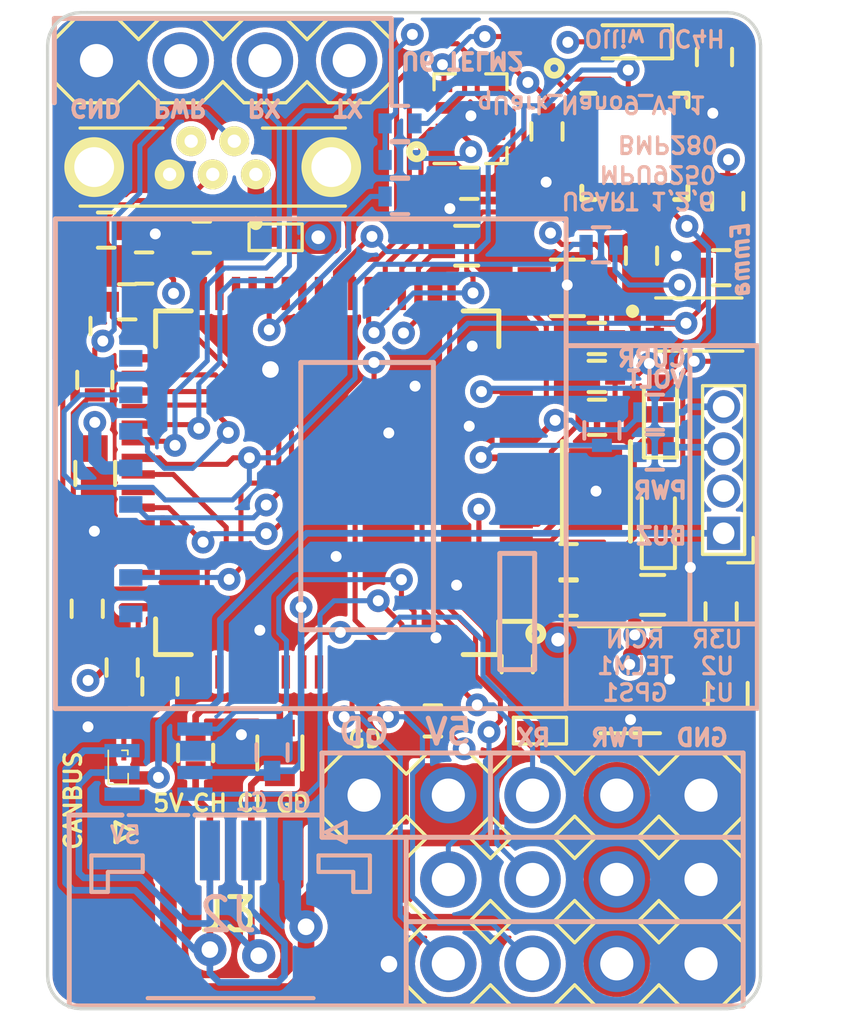
<source format=kicad_pcb>
(kicad_pcb (version 20171130) (host pcbnew "(5.1.2-30-g128cdca06)-1")

  (general
    (thickness 1.6)
    (drawings 105)
    (tracks 765)
    (zones 0)
    (modules 61)
    (nets 82)
  )

  (page A4)
  (layers
    (0 F.Cu signal)
    (1 In1.Cu signal)
    (2 In2.Cu power)
    (31 B.Cu signal)
    (34 B.Paste user hide)
    (35 F.Paste user hide)
    (36 B.SilkS user)
    (37 F.SilkS user)
    (38 B.Mask user hide)
    (39 F.Mask user hide)
    (40 Dwgs.User user hide)
    (41 Cmts.User user hide)
    (44 Edge.Cuts user)
    (45 Margin user hide)
    (46 B.CrtYd user hide)
    (47 F.CrtYd user hide)
    (48 B.Fab user hide)
    (49 F.Fab user hide)
  )

  (setup
    (last_trace_width 0.1524)
    (user_trace_width 0.1524)
    (user_trace_width 0.2)
    (user_trace_width 0.4)
    (user_trace_width 0.5)
    (user_trace_width 0.6)
    (user_trace_width 0.8)
    (user_trace_width 1)
    (user_trace_width 2)
    (trace_clearance 0.1524)
    (zone_clearance 0.1)
    (zone_45_only no)
    (trace_min 0.1524)
    (via_size 0.6858)
    (via_drill 0.3302)
    (via_min_size 0.6858)
    (via_min_drill 0.3302)
    (user_via 1 0.5)
    (user_via 1.5 0.8)
    (uvia_size 0.6858)
    (uvia_drill 0.3302)
    (uvias_allowed no)
    (uvia_min_size 0.2)
    (uvia_min_drill 0.1)
    (edge_width 0.15)
    (segment_width 0.2)
    (pcb_text_width 0.3)
    (pcb_text_size 1.5 1.5)
    (mod_edge_width 0.15)
    (mod_text_size 1 1)
    (mod_text_width 0.15)
    (pad_size 1.7 1.7)
    (pad_drill 1)
    (pad_to_mask_clearance 0.0508)
    (solder_mask_min_width 0.1016)
    (pad_to_paste_clearance_ratio -0.05)
    (aux_axis_origin 0 0)
    (grid_origin 137.455801 110.074)
    (visible_elements 7FFFFFFF)
    (pcbplotparams
      (layerselection 0x0100c_7ffffff8)
      (usegerberextensions true)
      (usegerberattributes false)
      (usegerberadvancedattributes false)
      (creategerberjobfile true)
      (excludeedgelayer true)
      (linewidth 0.100000)
      (plotframeref false)
      (viasonmask false)
      (mode 1)
      (useauxorigin true)
      (hpglpennumber 1)
      (hpglpenspeed 20)
      (hpglpendiameter 15.000000)
      (psnegative false)
      (psa4output false)
      (plotreference true)
      (plotvalue true)
      (plotinvisibletext false)
      (padsonsilk false)
      (subtractmaskfromsilk false)
      (outputformat 1)
      (mirror false)
      (drillshape 0)
      (scaleselection 1)
      (outputdirectory "Plots/"))
  )

  (net 0 "")
  (net 1 GND)
  (net 2 "Net-(C1-Pad1)")
  (net 3 "Net-(C2-Pad1)")
  (net 4 VCC)
  (net 5 BOOT1)
  (net 6 "Net-(U2-Pad52)")
  (net 7 "Net-(U2-Pad51)")
  (net 8 "Net-(U2-Pad50)")
  (net 9 "Net-(U2-Pad49)")
  (net 10 "Net-(U2-Pad46)")
  (net 11 "Net-(U2-Pad41)")
  (net 12 "Net-(U2-Pad33)")
  (net 13 "Net-(U2-Pad30)")
  (net 14 "Net-(U2-Pad29)")
  (net 15 "Net-(U2-Pad27)")
  (net 16 "Net-(U2-Pad25)")
  (net 17 "Net-(U2-Pad15)")
  (net 18 "Net-(U2-Pad9)")
  (net 19 "Net-(U2-Pad8)")
  (net 20 NRST)
  (net 21 "Net-(U2-Pad6)")
  (net 22 "Net-(U2-Pad5)")
  (net 23 "Net-(U2-Pad4)")
  (net 24 BLUE)
  (net 25 RED)
  (net 26 "Net-(U1-Pad7)")
  (net 27 SDCARD_CS)
  (net 28 MISO1)
  (net 29 SCK1)
  (net 30 MOSI1)
  (net 31 "Net-(C8-Pad1)")
  (net 32 "Net-(J1-Pad1)")
  (net 33 "Net-(J1-Pad8)")
  (net 34 USBDP)
  (net 35 USBDM)
  (net 36 RX1)
  (net 37 TX1)
  (net 38 "Net-(D2-Pad1)")
  (net 39 BMP280_CS)
  (net 40 "Net-(D1-Pad1)")
  (net 41 TX2)
  (net 42 RX2)
  (net 43 RCIN)
  (net 44 "Net-(J10-Pad4)")
  (net 45 USBDM1)
  (net 46 USBDP1)
  (net 47 +5V_MIX)
  (net 48 MOSI2)
  (net 49 SCK2)
  (net 50 MISO2)
  (net 51 "Net-(FB1-Pad2)")
  (net 52 BUZZER)
  (net 53 COIL)
  (net 54 SERVO_PWR)
  (net 55 CURR)
  (net 56 VOLT)
  (net 57 BOOT1_PD)
  (net 58 "Net-(Q1-Pad1)")
  (net 59 VOLTO)
  (net 60 "Net-(R15-Pad1)")
  (net 61 "Net-(U2-Pad54)")
  (net 62 "Net-(U2-Pad53)")
  (net 63 RX6)
  (net 64 TX6)
  (net 65 VBUS_O)
  (net 66 VBUS)
  (net 67 "Net-(C4-Pad2)")
  (net 68 "Net-(U1-Pad21)")
  (net 69 MPU9250_CS)
  (net 70 INT_MPU9250)
  (net 71 CANH)
  (net 72 CANL)
  (net 73 "Net-(R12-Pad1)")
  (net 74 CAN1_TX)
  (net 75 CAN1_RX)
  (net 76 "Net-(U2-Pad57)")
  (net 77 "Net-(U2-Pad56)")
  (net 78 "Net-(U2-Pad43)")
  (net 79 "Net-(U2-Pad26)")
  (net 80 "Net-(U5-Pad5)")
  (net 81 "Net-(D3-Pad1)")

  (net_class Default "This is the default net class."
    (clearance 0.1524)
    (trace_width 0.1524)
    (via_dia 0.6858)
    (via_drill 0.3302)
    (uvia_dia 0.6858)
    (uvia_drill 0.3302)
    (add_net +5V_MIX)
    (add_net BLUE)
    (add_net BMP280_CS)
    (add_net BOOT1)
    (add_net BOOT1_PD)
    (add_net BUZZER)
    (add_net CAN1_RX)
    (add_net CAN1_TX)
    (add_net CANH)
    (add_net CANL)
    (add_net COIL)
    (add_net CURR)
    (add_net GND)
    (add_net INT_MPU9250)
    (add_net MISO1)
    (add_net MISO2)
    (add_net MOSI1)
    (add_net MOSI2)
    (add_net MPU9250_CS)
    (add_net NRST)
    (add_net "Net-(C1-Pad1)")
    (add_net "Net-(C2-Pad1)")
    (add_net "Net-(C4-Pad2)")
    (add_net "Net-(C8-Pad1)")
    (add_net "Net-(D1-Pad1)")
    (add_net "Net-(D2-Pad1)")
    (add_net "Net-(D3-Pad1)")
    (add_net "Net-(FB1-Pad2)")
    (add_net "Net-(J1-Pad1)")
    (add_net "Net-(J1-Pad8)")
    (add_net "Net-(J10-Pad4)")
    (add_net "Net-(Q1-Pad1)")
    (add_net "Net-(R12-Pad1)")
    (add_net "Net-(R15-Pad1)")
    (add_net "Net-(U1-Pad21)")
    (add_net "Net-(U1-Pad7)")
    (add_net "Net-(U2-Pad15)")
    (add_net "Net-(U2-Pad25)")
    (add_net "Net-(U2-Pad26)")
    (add_net "Net-(U2-Pad27)")
    (add_net "Net-(U2-Pad29)")
    (add_net "Net-(U2-Pad30)")
    (add_net "Net-(U2-Pad33)")
    (add_net "Net-(U2-Pad4)")
    (add_net "Net-(U2-Pad41)")
    (add_net "Net-(U2-Pad43)")
    (add_net "Net-(U2-Pad46)")
    (add_net "Net-(U2-Pad49)")
    (add_net "Net-(U2-Pad5)")
    (add_net "Net-(U2-Pad50)")
    (add_net "Net-(U2-Pad51)")
    (add_net "Net-(U2-Pad52)")
    (add_net "Net-(U2-Pad53)")
    (add_net "Net-(U2-Pad54)")
    (add_net "Net-(U2-Pad56)")
    (add_net "Net-(U2-Pad57)")
    (add_net "Net-(U2-Pad6)")
    (add_net "Net-(U2-Pad8)")
    (add_net "Net-(U2-Pad9)")
    (add_net "Net-(U5-Pad5)")
    (add_net RCIN)
    (add_net RED)
    (add_net RX1)
    (add_net RX2)
    (add_net RX6)
    (add_net SCK1)
    (add_net SCK2)
    (add_net SDCARD_CS)
    (add_net SERVO_PWR)
    (add_net TX1)
    (add_net TX2)
    (add_net TX6)
    (add_net USBDM)
    (add_net USBDM1)
    (add_net USBDP)
    (add_net USBDP1)
    (add_net VBUS)
    (add_net VBUS_O)
    (add_net VCC)
    (add_net VOLT)
    (add_net VOLTO)
  )

  (module "Kicad Library:RES_0402" (layer B.Cu) (tedit 5CB1E631) (tstamp 5CD7443E)
    (at 151.7 92.9 180)
    (descr "Resistor SMD 0402, reflow soldering, Vishay (see dcrcw.pdf)")
    (tags "resistor 0402")
    (path /5CDCA213)
    (attr smd)
    (fp_text reference R10 (at 0 1.35) (layer Dwgs.User)
      (effects (font (size 1 1) (thickness 0.15)))
    )
    (fp_text value 0402_10K (at 0 -1.45) (layer B.Fab)
      (effects (font (size 1 1) (thickness 0.15)) (justify mirror))
    )
    (fp_text user %R (at 0 1.35) (layer B.Fab)
      (effects (font (size 1 1) (thickness 0.15)) (justify mirror))
    )
    (fp_line (start -0.5 -0.25) (end -0.5 0.25) (layer B.Fab) (width 0.1))
    (fp_line (start 0.5 -0.25) (end -0.5 -0.25) (layer B.Fab) (width 0.1))
    (fp_line (start 0.5 0.25) (end 0.5 -0.25) (layer B.Fab) (width 0.1))
    (fp_line (start -0.5 0.25) (end 0.5 0.25) (layer B.Fab) (width 0.1))
    (fp_line (start 0.25 0.53) (end -0.25 0.53) (layer B.SilkS) (width 0.12))
    (fp_line (start -0.25 -0.53) (end 0.25 -0.53) (layer B.SilkS) (width 0.12))
    (fp_line (start -0.8 0.45) (end 0.8 0.45) (layer B.CrtYd) (width 0.05))
    (fp_line (start -0.8 0.45) (end -0.8 -0.45) (layer B.CrtYd) (width 0.05))
    (fp_line (start 0.8 -0.45) (end 0.8 0.45) (layer B.CrtYd) (width 0.05))
    (fp_line (start 0.8 -0.45) (end -0.8 -0.45) (layer B.CrtYd) (width 0.05))
    (pad 1 smd rect (at -0.45 0 180) (size 0.4 0.6) (layers B.Cu B.Paste B.Mask)
      (net 4 VCC))
    (pad 2 smd rect (at 0.45 0 180) (size 0.4 0.6) (layers B.Cu B.Paste B.Mask)
      (net 27 SDCARD_CS))
    (model ${KISYS3DMOD}/Resistor_SMD.3dshapes/R_0402_1005Metric.step
      (at (xyz 0 0 0))
      (scale (xyz 1 1 1))
      (rotate (xyz 0 0 0))
    )
  )

  (module "Kicad Library:RES_0402" (layer B.Cu) (tedit 5CB1E631) (tstamp 5CD95441)
    (at 145.6381 89.2429)
    (descr "Resistor SMD 0402, reflow soldering, Vishay (see dcrcw.pdf)")
    (tags "resistor 0402")
    (path /5C07C51B)
    (attr smd)
    (fp_text reference R11 (at 0 1.35) (layer Dwgs.User)
      (effects (font (size 1 1) (thickness 0.15)))
    )
    (fp_text value 0402_10K (at 0 -1.45) (layer B.Fab)
      (effects (font (size 1 1) (thickness 0.15)) (justify mirror))
    )
    (fp_text user %R (at 0 1.35) (layer B.Fab)
      (effects (font (size 1 1) (thickness 0.15)) (justify mirror))
    )
    (fp_line (start -0.5 -0.25) (end -0.5 0.25) (layer B.Fab) (width 0.1))
    (fp_line (start 0.5 -0.25) (end -0.5 -0.25) (layer B.Fab) (width 0.1))
    (fp_line (start 0.5 0.25) (end 0.5 -0.25) (layer B.Fab) (width 0.1))
    (fp_line (start -0.5 0.25) (end 0.5 0.25) (layer B.Fab) (width 0.1))
    (fp_line (start 0.25 0.53) (end -0.25 0.53) (layer B.SilkS) (width 0.12))
    (fp_line (start -0.25 -0.53) (end 0.25 -0.53) (layer B.SilkS) (width 0.12))
    (fp_line (start -0.8 0.45) (end 0.8 0.45) (layer B.CrtYd) (width 0.05))
    (fp_line (start -0.8 0.45) (end -0.8 -0.45) (layer B.CrtYd) (width 0.05))
    (fp_line (start 0.8 -0.45) (end 0.8 0.45) (layer B.CrtYd) (width 0.05))
    (fp_line (start 0.8 -0.45) (end -0.8 -0.45) (layer B.CrtYd) (width 0.05))
    (pad 1 smd rect (at -0.45 0) (size 0.4 0.6) (layers B.Cu B.Paste B.Mask)
      (net 4 VCC))
    (pad 2 smd rect (at 0.45 0) (size 0.4 0.6) (layers B.Cu B.Paste B.Mask)
      (net 69 MPU9250_CS))
    (model ${KISYS3DMOD}/Resistor_SMD.3dshapes/R_0402_1005Metric.step
      (at (xyz 0 0 0))
      (scale (xyz 1 1 1))
      (rotate (xyz 0 0 0))
    )
  )

  (module "Kicad Library:RES_0402" (layer B.Cu) (tedit 5CB1E631) (tstamp 5CD95410)
    (at 145.6381 90.3429)
    (descr "Resistor SMD 0402, reflow soldering, Vishay (see dcrcw.pdf)")
    (tags "resistor 0402")
    (path /5C054858)
    (attr smd)
    (fp_text reference R9 (at 0 1.35) (layer Dwgs.User)
      (effects (font (size 1 1) (thickness 0.15)))
    )
    (fp_text value 0402_10K (at 0 -1.45) (layer B.Fab)
      (effects (font (size 1 1) (thickness 0.15)) (justify mirror))
    )
    (fp_text user %R (at 0 1.35) (layer B.Fab)
      (effects (font (size 1 1) (thickness 0.15)) (justify mirror))
    )
    (fp_line (start -0.5 -0.25) (end -0.5 0.25) (layer B.Fab) (width 0.1))
    (fp_line (start 0.5 -0.25) (end -0.5 -0.25) (layer B.Fab) (width 0.1))
    (fp_line (start 0.5 0.25) (end 0.5 -0.25) (layer B.Fab) (width 0.1))
    (fp_line (start -0.5 0.25) (end 0.5 0.25) (layer B.Fab) (width 0.1))
    (fp_line (start 0.25 0.53) (end -0.25 0.53) (layer B.SilkS) (width 0.12))
    (fp_line (start -0.25 -0.53) (end 0.25 -0.53) (layer B.SilkS) (width 0.12))
    (fp_line (start -0.8 0.45) (end 0.8 0.45) (layer B.CrtYd) (width 0.05))
    (fp_line (start -0.8 0.45) (end -0.8 -0.45) (layer B.CrtYd) (width 0.05))
    (fp_line (start 0.8 -0.45) (end 0.8 0.45) (layer B.CrtYd) (width 0.05))
    (fp_line (start 0.8 -0.45) (end -0.8 -0.45) (layer B.CrtYd) (width 0.05))
    (pad 1 smd rect (at -0.45 0) (size 0.4 0.6) (layers B.Cu B.Paste B.Mask)
      (net 4 VCC))
    (pad 2 smd rect (at 0.45 0) (size 0.4 0.6) (layers B.Cu B.Paste B.Mask)
      (net 39 BMP280_CS))
    (model ${KISYS3DMOD}/Resistor_SMD.3dshapes/R_0402_1005Metric.step
      (at (xyz 0 0 0))
      (scale (xyz 1 1 1))
      (rotate (xyz 0 0 0))
    )
  )

  (module "Kicad Library:RES_0402" (layer B.Cu) (tedit 5CB1E631) (tstamp 5CD953FF)
    (at 145.6381 91.4429)
    (descr "Resistor SMD 0402, reflow soldering, Vishay (see dcrcw.pdf)")
    (tags "resistor 0402")
    (path /5BFF43EA)
    (attr smd)
    (fp_text reference R8 (at 0 1.35) (layer Dwgs.User)
      (effects (font (size 1 1) (thickness 0.15)))
    )
    (fp_text value 0402_10K (at 0 -1.45) (layer B.Fab)
      (effects (font (size 1 1) (thickness 0.15)) (justify mirror))
    )
    (fp_text user %R (at 0 1.35) (layer B.Fab)
      (effects (font (size 1 1) (thickness 0.15)) (justify mirror))
    )
    (fp_line (start -0.5 -0.25) (end -0.5 0.25) (layer B.Fab) (width 0.1))
    (fp_line (start 0.5 -0.25) (end -0.5 -0.25) (layer B.Fab) (width 0.1))
    (fp_line (start 0.5 0.25) (end 0.5 -0.25) (layer B.Fab) (width 0.1))
    (fp_line (start -0.5 0.25) (end 0.5 0.25) (layer B.Fab) (width 0.1))
    (fp_line (start 0.25 0.53) (end -0.25 0.53) (layer B.SilkS) (width 0.12))
    (fp_line (start -0.25 -0.53) (end 0.25 -0.53) (layer B.SilkS) (width 0.12))
    (fp_line (start -0.8 0.45) (end 0.8 0.45) (layer B.CrtYd) (width 0.05))
    (fp_line (start -0.8 0.45) (end -0.8 -0.45) (layer B.CrtYd) (width 0.05))
    (fp_line (start 0.8 -0.45) (end 0.8 0.45) (layer B.CrtYd) (width 0.05))
    (fp_line (start 0.8 -0.45) (end -0.8 -0.45) (layer B.CrtYd) (width 0.05))
    (pad 1 smd rect (at -0.45 0) (size 0.4 0.6) (layers B.Cu B.Paste B.Mask)
      (net 57 BOOT1_PD))
    (pad 2 smd rect (at 0.45 0) (size 0.4 0.6) (layers B.Cu B.Paste B.Mask)
      (net 1 GND))
    (model ${KISYS3DMOD}/Resistor_SMD.3dshapes/R_0402_1005Metric.step
      (at (xyz 0 0 0))
      (scale (xyz 1 1 1))
      (rotate (xyz 0 0 0))
    )
  )

  (module "Kicad Library:RES_0402" (layer F.Cu) (tedit 5CB1E631) (tstamp 5CD93EEE)
    (at 151.58 98.0948 180)
    (descr "Resistor SMD 0402, reflow soldering, Vishay (see dcrcw.pdf)")
    (tags "resistor 0402")
    (path /5BE5E275)
    (attr smd)
    (fp_text reference R1 (at 0 -1.35) (layer Dwgs.User)
      (effects (font (size 1 1) (thickness 0.15)))
    )
    (fp_text value 0402_10K (at 0 1.45) (layer F.Fab)
      (effects (font (size 1 1) (thickness 0.15)))
    )
    (fp_text user %R (at 0 -1.35) (layer F.Fab)
      (effects (font (size 1 1) (thickness 0.15)))
    )
    (fp_line (start -0.5 0.25) (end -0.5 -0.25) (layer F.Fab) (width 0.1))
    (fp_line (start 0.5 0.25) (end -0.5 0.25) (layer F.Fab) (width 0.1))
    (fp_line (start 0.5 -0.25) (end 0.5 0.25) (layer F.Fab) (width 0.1))
    (fp_line (start -0.5 -0.25) (end 0.5 -0.25) (layer F.Fab) (width 0.1))
    (fp_line (start 0.25 -0.53) (end -0.25 -0.53) (layer F.SilkS) (width 0.12))
    (fp_line (start -0.25 0.53) (end 0.25 0.53) (layer F.SilkS) (width 0.12))
    (fp_line (start -0.8 -0.45) (end 0.8 -0.45) (layer F.CrtYd) (width 0.05))
    (fp_line (start -0.8 -0.45) (end -0.8 0.45) (layer F.CrtYd) (width 0.05))
    (fp_line (start 0.8 0.45) (end 0.8 -0.45) (layer F.CrtYd) (width 0.05))
    (fp_line (start 0.8 0.45) (end -0.8 0.45) (layer F.CrtYd) (width 0.05))
    (pad 1 smd rect (at -0.45 0 180) (size 0.4 0.6) (layers F.Cu F.Paste F.Mask)
      (net 4 VCC))
    (pad 2 smd rect (at 0.45 0 180) (size 0.4 0.6) (layers F.Cu F.Paste F.Mask)
      (net 20 NRST))
    (model ${KISYS3DMOD}/Resistor_SMD.3dshapes/R_0402_1005Metric.step
      (at (xyz 0 0 0))
      (scale (xyz 1 1 1))
      (rotate (xyz 0 0 0))
    )
  )

  (module "Kicad Library:RES_0402" (layer F.Cu) (tedit 5CB1E631) (tstamp 5CD92445)
    (at 136.779 92.456 180)
    (descr "Resistor SMD 0402, reflow soldering, Vishay (see dcrcw.pdf)")
    (tags "resistor 0402")
    (path /5C0085FC)
    (attr smd)
    (fp_text reference R19 (at 0 -1.35) (layer Dwgs.User)
      (effects (font (size 1 1) (thickness 0.15)))
    )
    (fp_text value 0402_2K (at 0 1.45) (layer F.Fab)
      (effects (font (size 1 1) (thickness 0.15)))
    )
    (fp_text user %R (at 0 -1.35) (layer F.Fab)
      (effects (font (size 1 1) (thickness 0.15)))
    )
    (fp_line (start -0.5 0.25) (end -0.5 -0.25) (layer F.Fab) (width 0.1))
    (fp_line (start 0.5 0.25) (end -0.5 0.25) (layer F.Fab) (width 0.1))
    (fp_line (start 0.5 -0.25) (end 0.5 0.25) (layer F.Fab) (width 0.1))
    (fp_line (start -0.5 -0.25) (end 0.5 -0.25) (layer F.Fab) (width 0.1))
    (fp_line (start 0.25 -0.53) (end -0.25 -0.53) (layer F.SilkS) (width 0.12))
    (fp_line (start -0.25 0.53) (end 0.25 0.53) (layer F.SilkS) (width 0.12))
    (fp_line (start -0.8 -0.45) (end 0.8 -0.45) (layer F.CrtYd) (width 0.05))
    (fp_line (start -0.8 -0.45) (end -0.8 0.45) (layer F.CrtYd) (width 0.05))
    (fp_line (start 0.8 0.45) (end 0.8 -0.45) (layer F.CrtYd) (width 0.05))
    (fp_line (start 0.8 0.45) (end -0.8 0.45) (layer F.CrtYd) (width 0.05))
    (pad 1 smd rect (at -0.45 0 180) (size 0.4 0.6) (layers F.Cu F.Paste F.Mask)
      (net 66 VBUS))
    (pad 2 smd rect (at 0.45 0 180) (size 0.4 0.6) (layers F.Cu F.Paste F.Mask)
      (net 65 VBUS_O))
    (model ${KISYS3DMOD}/Resistor_SMD.3dshapes/R_0402_1005Metric.step
      (at (xyz 0 0 0))
      (scale (xyz 1 1 1))
      (rotate (xyz 0 0 0))
    )
  )

  (module "Kicad Library:RES_0402" (layer F.Cu) (tedit 5CB1E631) (tstamp 5CD90F8A)
    (at 137.414 94.615 180)
    (descr "Resistor SMD 0402, reflow soldering, Vishay (see dcrcw.pdf)")
    (tags "resistor 0402")
    (path /5C007E78)
    (attr smd)
    (fp_text reference R18 (at 0 -1.35) (layer Dwgs.User)
      (effects (font (size 1 1) (thickness 0.15)))
    )
    (fp_text value 0402_2K (at 0 1.45) (layer F.Fab)
      (effects (font (size 1 1) (thickness 0.15)))
    )
    (fp_text user %R (at 0 -1.35) (layer F.Fab)
      (effects (font (size 1 1) (thickness 0.15)))
    )
    (fp_line (start -0.5 0.25) (end -0.5 -0.25) (layer F.Fab) (width 0.1))
    (fp_line (start 0.5 0.25) (end -0.5 0.25) (layer F.Fab) (width 0.1))
    (fp_line (start 0.5 -0.25) (end 0.5 0.25) (layer F.Fab) (width 0.1))
    (fp_line (start -0.5 -0.25) (end 0.5 -0.25) (layer F.Fab) (width 0.1))
    (fp_line (start 0.25 -0.53) (end -0.25 -0.53) (layer F.SilkS) (width 0.12))
    (fp_line (start -0.25 0.53) (end 0.25 0.53) (layer F.SilkS) (width 0.12))
    (fp_line (start -0.8 -0.45) (end 0.8 -0.45) (layer F.CrtYd) (width 0.05))
    (fp_line (start -0.8 -0.45) (end -0.8 0.45) (layer F.CrtYd) (width 0.05))
    (fp_line (start 0.8 0.45) (end 0.8 -0.45) (layer F.CrtYd) (width 0.05))
    (fp_line (start 0.8 0.45) (end -0.8 0.45) (layer F.CrtYd) (width 0.05))
    (pad 1 smd rect (at -0.45 0 180) (size 0.4 0.6) (layers F.Cu F.Paste F.Mask)
      (net 1 GND))
    (pad 2 smd rect (at 0.45 0 180) (size 0.4 0.6) (layers F.Cu F.Paste F.Mask)
      (net 65 VBUS_O))
    (model ${KISYS3DMOD}/Resistor_SMD.3dshapes/R_0402_1005Metric.step
      (at (xyz 0 0 0))
      (scale (xyz 1 1 1))
      (rotate (xyz 0 0 0))
    )
  )

  (module "Kicad Library:RES_0402" (layer F.Cu) (tedit 5CB1E631) (tstamp 5CD8F8CE)
    (at 135.7757 95.3461 90)
    (descr "Resistor SMD 0402, reflow soldering, Vishay (see dcrcw.pdf)")
    (tags "resistor 0402")
    (path /5C170DD9)
    (attr smd)
    (fp_text reference R6 (at 0 -1.35 90) (layer Dwgs.User)
      (effects (font (size 1 1) (thickness 0.15)))
    )
    (fp_text value 0402_22R (at 0 1.45 90) (layer F.Fab)
      (effects (font (size 1 1) (thickness 0.15)))
    )
    (fp_text user %R (at 0 -1.35 90) (layer F.Fab)
      (effects (font (size 1 1) (thickness 0.15)))
    )
    (fp_line (start -0.5 0.25) (end -0.5 -0.25) (layer F.Fab) (width 0.1))
    (fp_line (start 0.5 0.25) (end -0.5 0.25) (layer F.Fab) (width 0.1))
    (fp_line (start 0.5 -0.25) (end 0.5 0.25) (layer F.Fab) (width 0.1))
    (fp_line (start -0.5 -0.25) (end 0.5 -0.25) (layer F.Fab) (width 0.1))
    (fp_line (start 0.25 -0.53) (end -0.25 -0.53) (layer F.SilkS) (width 0.12))
    (fp_line (start -0.25 0.53) (end 0.25 0.53) (layer F.SilkS) (width 0.12))
    (fp_line (start -0.8 -0.45) (end 0.8 -0.45) (layer F.CrtYd) (width 0.05))
    (fp_line (start -0.8 -0.45) (end -0.8 0.45) (layer F.CrtYd) (width 0.05))
    (fp_line (start 0.8 0.45) (end 0.8 -0.45) (layer F.CrtYd) (width 0.05))
    (fp_line (start 0.8 0.45) (end -0.8 0.45) (layer F.CrtYd) (width 0.05))
    (pad 1 smd rect (at -0.45 0 90) (size 0.4 0.6) (layers F.Cu F.Paste F.Mask)
      (net 46 USBDP1))
    (pad 2 smd rect (at 0.45 0 90) (size 0.4 0.6) (layers F.Cu F.Paste F.Mask)
      (net 34 USBDP))
    (model ${KISYS3DMOD}/Resistor_SMD.3dshapes/R_0402_1005Metric.step
      (at (xyz 0 0 0))
      (scale (xyz 1 1 1))
      (rotate (xyz 0 0 0))
    )
  )

  (module "Kicad Library:RES_0402" (layer F.Cu) (tedit 5CB1E631) (tstamp 5CD8C7FE)
    (at 136.4361 96.97 90)
    (descr "Resistor SMD 0402, reflow soldering, Vishay (see dcrcw.pdf)")
    (tags "resistor 0402")
    (path /5C170B7E)
    (attr smd)
    (fp_text reference R7 (at 0 -1.35 90) (layer Dwgs.User)
      (effects (font (size 1 1) (thickness 0.15)))
    )
    (fp_text value 0402_22R (at 0 1.45 90) (layer F.Fab)
      (effects (font (size 1 1) (thickness 0.15)))
    )
    (fp_text user %R (at 0 -1.35 90) (layer F.Fab)
      (effects (font (size 1 1) (thickness 0.15)))
    )
    (fp_line (start -0.5 0.25) (end -0.5 -0.25) (layer F.Fab) (width 0.1))
    (fp_line (start 0.5 0.25) (end -0.5 0.25) (layer F.Fab) (width 0.1))
    (fp_line (start 0.5 -0.25) (end 0.5 0.25) (layer F.Fab) (width 0.1))
    (fp_line (start -0.5 -0.25) (end 0.5 -0.25) (layer F.Fab) (width 0.1))
    (fp_line (start 0.25 -0.53) (end -0.25 -0.53) (layer F.SilkS) (width 0.12))
    (fp_line (start -0.25 0.53) (end 0.25 0.53) (layer F.SilkS) (width 0.12))
    (fp_line (start -0.8 -0.45) (end 0.8 -0.45) (layer F.CrtYd) (width 0.05))
    (fp_line (start -0.8 -0.45) (end -0.8 0.45) (layer F.CrtYd) (width 0.05))
    (fp_line (start 0.8 0.45) (end 0.8 -0.45) (layer F.CrtYd) (width 0.05))
    (fp_line (start 0.8 0.45) (end -0.8 0.45) (layer F.CrtYd) (width 0.05))
    (pad 1 smd rect (at -0.45 0 90) (size 0.4 0.6) (layers F.Cu F.Paste F.Mask)
      (net 45 USBDM1))
    (pad 2 smd rect (at 0.45 0 90) (size 0.4 0.6) (layers F.Cu F.Paste F.Mask)
      (net 35 USBDM))
    (model ${KISYS3DMOD}/Resistor_SMD.3dshapes/R_0402_1005Metric.step
      (at (xyz 0 0 0))
      (scale (xyz 1 1 1))
      (rotate (xyz 0 0 0))
    )
  )

  (module "Kicad Library:RES_0402" (layer B.Cu) (tedit 5CB1E631) (tstamp 5CD8AB73)
    (at 151.7269 98.4885 90)
    (descr "Resistor SMD 0402, reflow soldering, Vishay (see dcrcw.pdf)")
    (tags "resistor 0402")
    (path /5BF9B61E)
    (attr smd)
    (fp_text reference R14 (at 0 1.35 270) (layer Dwgs.User)
      (effects (font (size 1 1) (thickness 0.15)))
    )
    (fp_text value 0402_1K1 (at 0 -1.45 270) (layer B.Fab)
      (effects (font (size 1 1) (thickness 0.15)) (justify mirror))
    )
    (fp_text user %R (at 0 1.35 270) (layer B.Fab)
      (effects (font (size 1 1) (thickness 0.15)) (justify mirror))
    )
    (fp_line (start -0.5 -0.25) (end -0.5 0.25) (layer B.Fab) (width 0.1))
    (fp_line (start 0.5 -0.25) (end -0.5 -0.25) (layer B.Fab) (width 0.1))
    (fp_line (start 0.5 0.25) (end 0.5 -0.25) (layer B.Fab) (width 0.1))
    (fp_line (start -0.5 0.25) (end 0.5 0.25) (layer B.Fab) (width 0.1))
    (fp_line (start 0.25 0.53) (end -0.25 0.53) (layer B.SilkS) (width 0.12))
    (fp_line (start -0.25 -0.53) (end 0.25 -0.53) (layer B.SilkS) (width 0.12))
    (fp_line (start -0.8 0.45) (end 0.8 0.45) (layer B.CrtYd) (width 0.05))
    (fp_line (start -0.8 0.45) (end -0.8 -0.45) (layer B.CrtYd) (width 0.05))
    (fp_line (start 0.8 -0.45) (end 0.8 0.45) (layer B.CrtYd) (width 0.05))
    (fp_line (start 0.8 -0.45) (end -0.8 -0.45) (layer B.CrtYd) (width 0.05))
    (pad 1 smd rect (at -0.45 0 90) (size 0.4 0.6) (layers B.Cu B.Paste B.Mask)
      (net 59 VOLTO))
    (pad 2 smd rect (at 0.45 0 90) (size 0.4 0.6) (layers B.Cu B.Paste B.Mask)
      (net 1 GND))
    (model ${KISYS3DMOD}/Resistor_SMD.3dshapes/R_0402_1005Metric.step
      (at (xyz 0 0 0))
      (scale (xyz 1 1 1))
      (rotate (xyz 0 0 0))
    )
  )

  (module "Kicad Library:RES_0402" (layer F.Cu) (tedit 5CB1E631) (tstamp 5CD8AA62)
    (at 155.3269 93.5885)
    (descr "Resistor SMD 0402, reflow soldering, Vishay (see dcrcw.pdf)")
    (tags "resistor 0402")
    (path /5BE9C5B6)
    (attr smd)
    (fp_text reference R5 (at 0 -1.35) (layer Dwgs.User)
      (effects (font (size 1 1) (thickness 0.15)))
    )
    (fp_text value 0402_10K (at 0 1.45) (layer F.Fab)
      (effects (font (size 1 1) (thickness 0.15)))
    )
    (fp_text user %R (at 0 -1.35) (layer F.Fab)
      (effects (font (size 1 1) (thickness 0.15)))
    )
    (fp_line (start -0.5 0.25) (end -0.5 -0.25) (layer F.Fab) (width 0.1))
    (fp_line (start 0.5 0.25) (end -0.5 0.25) (layer F.Fab) (width 0.1))
    (fp_line (start 0.5 -0.25) (end 0.5 0.25) (layer F.Fab) (width 0.1))
    (fp_line (start -0.5 -0.25) (end 0.5 -0.25) (layer F.Fab) (width 0.1))
    (fp_line (start 0.25 -0.53) (end -0.25 -0.53) (layer F.SilkS) (width 0.12))
    (fp_line (start -0.25 0.53) (end 0.25 0.53) (layer F.SilkS) (width 0.12))
    (fp_line (start -0.8 -0.45) (end 0.8 -0.45) (layer F.CrtYd) (width 0.05))
    (fp_line (start -0.8 -0.45) (end -0.8 0.45) (layer F.CrtYd) (width 0.05))
    (fp_line (start 0.8 0.45) (end 0.8 -0.45) (layer F.CrtYd) (width 0.05))
    (fp_line (start 0.8 0.45) (end -0.8 0.45) (layer F.CrtYd) (width 0.05))
    (pad 1 smd rect (at -0.45 0) (size 0.4 0.6) (layers F.Cu F.Paste F.Mask)
      (net 5 BOOT1))
    (pad 2 smd rect (at 0.45 0) (size 0.4 0.6) (layers F.Cu F.Paste F.Mask)
      (net 1 GND))
    (model ${KISYS3DMOD}/Resistor_SMD.3dshapes/R_0402_1005Metric.step
      (at (xyz 0 0 0))
      (scale (xyz 1 1 1))
      (rotate (xyz 0 0 0))
    )
  )

  (module "Kicad Library:CAP_0603" (layer F.Cu) (tedit 5BE5D563) (tstamp 5CD88391)
    (at 155.5216 106.4424 90)
    (descr "Capacitor SMD 0603, reflow soldering, AVX (see smccp.pdf)")
    (tags "capacitor 0603")
    (path /5BE7A153)
    (attr smd)
    (fp_text reference C7 (at 0 -1.5 90) (layer Dwgs.User)
      (effects (font (size 1 1) (thickness 0.15)))
    )
    (fp_text value 0603_100nF_X7R (at 0 1.5 90) (layer F.Fab)
      (effects (font (size 1 1) (thickness 0.15)))
    )
    (fp_line (start 1.4 0.65) (end -1.4 0.65) (layer F.CrtYd) (width 0.05))
    (fp_line (start 1.4 0.65) (end 1.4 -0.65) (layer F.CrtYd) (width 0.05))
    (fp_line (start -1.4 -0.65) (end -1.4 0.65) (layer F.CrtYd) (width 0.05))
    (fp_line (start -1.4 -0.65) (end 1.4 -0.65) (layer F.CrtYd) (width 0.05))
    (fp_line (start 0.35 0.6) (end -0.35 0.6) (layer F.SilkS) (width 0.12))
    (fp_line (start -0.35 -0.6) (end 0.35 -0.6) (layer F.SilkS) (width 0.12))
    (fp_line (start -0.8 -0.4) (end 0.8 -0.4) (layer F.Fab) (width 0.1))
    (fp_line (start 0.8 -0.4) (end 0.8 0.4) (layer F.Fab) (width 0.1))
    (fp_line (start 0.8 0.4) (end -0.8 0.4) (layer F.Fab) (width 0.1))
    (fp_line (start -0.8 0.4) (end -0.8 -0.4) (layer F.Fab) (width 0.1))
    (fp_text user %R (at 0 0 90) (layer F.Fab)
      (effects (font (size 0.3 0.3) (thickness 0.075)))
    )
    (pad 2 smd rect (at 0.75 0 90) (size 0.8 0.75) (layers F.Cu F.Paste F.Mask)
      (net 1 GND))
    (pad 1 smd rect (at -0.75 0 90) (size 0.8 0.75) (layers F.Cu F.Paste F.Mask)
      (net 47 +5V_MIX))
    (model ${KISYS3DMOD}/Capacitor_SMD.3dshapes/C_0603_1608Metric.step
      (at (xyz 0 0 0))
      (scale (xyz 1 1 1))
      (rotate (xyz 0 0 0))
    )
  )

  (module "Kicad Library:CAP_0603" (layer F.Cu) (tedit 5BE5D563) (tstamp 5CD82BA5)
    (at 153.255801 103.4424)
    (descr "Capacitor SMD 0603, reflow soldering, AVX (see smccp.pdf)")
    (tags "capacitor 0603")
    (path /5BE7A202)
    (attr smd)
    (fp_text reference C9 (at 0 -1.5) (layer Dwgs.User)
      (effects (font (size 1 1) (thickness 0.15)))
    )
    (fp_text value 0603_100nF_X7R (at 0 1.5) (layer F.Fab)
      (effects (font (size 1 1) (thickness 0.15)))
    )
    (fp_line (start 1.4 0.65) (end -1.4 0.65) (layer F.CrtYd) (width 0.05))
    (fp_line (start 1.4 0.65) (end 1.4 -0.65) (layer F.CrtYd) (width 0.05))
    (fp_line (start -1.4 -0.65) (end -1.4 0.65) (layer F.CrtYd) (width 0.05))
    (fp_line (start -1.4 -0.65) (end 1.4 -0.65) (layer F.CrtYd) (width 0.05))
    (fp_line (start 0.35 0.6) (end -0.35 0.6) (layer F.SilkS) (width 0.12))
    (fp_line (start -0.35 -0.6) (end 0.35 -0.6) (layer F.SilkS) (width 0.12))
    (fp_line (start -0.8 -0.4) (end 0.8 -0.4) (layer F.Fab) (width 0.1))
    (fp_line (start 0.8 -0.4) (end 0.8 0.4) (layer F.Fab) (width 0.1))
    (fp_line (start 0.8 0.4) (end -0.8 0.4) (layer F.Fab) (width 0.1))
    (fp_line (start -0.8 0.4) (end -0.8 -0.4) (layer F.Fab) (width 0.1))
    (fp_text user %R (at 0 0) (layer F.Fab)
      (effects (font (size 0.3 0.3) (thickness 0.075)))
    )
    (pad 2 smd rect (at 0.75 0) (size 0.8 0.75) (layers F.Cu F.Paste F.Mask)
      (net 1 GND))
    (pad 1 smd rect (at -0.75 0) (size 0.8 0.75) (layers F.Cu F.Paste F.Mask)
      (net 4 VCC))
    (model ${KISYS3DMOD}/Capacitor_SMD.3dshapes/C_0603_1608Metric.step
      (at (xyz 0 0 0))
      (scale (xyz 1 1 1))
      (rotate (xyz 0 0 0))
    )
  )

  (module "Kicad Library:CAP_0402" (layer F.Cu) (tedit 5BE801E5) (tstamp 5CD80E5B)
    (at 155.3216 103.9424 90)
    (descr "Capacitor SMD 0402, reflow soldering, AVX (see smccp.pdf)")
    (tags "capacitor 0402")
    (path /5BE91233)
    (attr smd)
    (fp_text reference C8 (at 0 -1.27 90) (layer Dwgs.User)
      (effects (font (size 1 1) (thickness 0.15)))
    )
    (fp_text value 0402_10nF_X5R (at 0 1.27 90) (layer F.Fab)
      (effects (font (size 1 1) (thickness 0.15)))
    )
    (fp_text user %R (at 0 -1.27 90) (layer F.Fab)
      (effects (font (size 1 1) (thickness 0.15)))
    )
    (fp_line (start -0.5 0.25) (end -0.5 -0.25) (layer F.Fab) (width 0.1))
    (fp_line (start 0.5 0.25) (end -0.5 0.25) (layer F.Fab) (width 0.1))
    (fp_line (start 0.5 -0.25) (end 0.5 0.25) (layer F.Fab) (width 0.1))
    (fp_line (start -0.5 -0.25) (end 0.5 -0.25) (layer F.Fab) (width 0.1))
    (fp_line (start 0.25 -0.47) (end -0.25 -0.47) (layer F.SilkS) (width 0.12))
    (fp_line (start -0.25 0.47) (end 0.25 0.47) (layer F.SilkS) (width 0.12))
    (fp_line (start -1 -0.4) (end 1 -0.4) (layer F.CrtYd) (width 0.05))
    (fp_line (start -1 -0.4) (end -1 0.4) (layer F.CrtYd) (width 0.05))
    (fp_line (start 1 0.4) (end 1 -0.4) (layer F.CrtYd) (width 0.05))
    (fp_line (start 1 0.4) (end -1 0.4) (layer F.CrtYd) (width 0.05))
    (pad 1 smd rect (at -0.55 0 90) (size 0.6 0.5) (layers F.Cu F.Paste F.Mask)
      (net 31 "Net-(C8-Pad1)"))
    (pad 2 smd rect (at 0.55 0 90) (size 0.6 0.5) (layers F.Cu F.Paste F.Mask)
      (net 1 GND))
    (model ${KISYS3DMOD}/Capacitor_SMD.3dshapes/C_0402_1005Metric.step
      (at (xyz 0 0 0))
      (scale (xyz 1 1 1))
      (rotate (xyz 0 0 0))
    )
  )

  (module "Kicad Library:RES_0402" (layer F.Cu) (tedit 5CB1E631) (tstamp 5CD7ECAB)
    (at 150.7216 102.4424 180)
    (descr "Resistor SMD 0402, reflow soldering, Vishay (see dcrcw.pdf)")
    (tags "resistor 0402")
    (path /5BE56D47)
    (attr smd)
    (fp_text reference R3 (at 0 -1.35) (layer Dwgs.User)
      (effects (font (size 1 1) (thickness 0.15)))
    )
    (fp_text value 0402_330R (at 0 1.45) (layer F.Fab)
      (effects (font (size 1 1) (thickness 0.15)))
    )
    (fp_text user %R (at 0 -1.35) (layer F.Fab)
      (effects (font (size 1 1) (thickness 0.15)))
    )
    (fp_line (start -0.5 0.25) (end -0.5 -0.25) (layer F.Fab) (width 0.1))
    (fp_line (start 0.5 0.25) (end -0.5 0.25) (layer F.Fab) (width 0.1))
    (fp_line (start 0.5 -0.25) (end 0.5 0.25) (layer F.Fab) (width 0.1))
    (fp_line (start -0.5 -0.25) (end 0.5 -0.25) (layer F.Fab) (width 0.1))
    (fp_line (start 0.25 -0.53) (end -0.25 -0.53) (layer F.SilkS) (width 0.12))
    (fp_line (start -0.25 0.53) (end 0.25 0.53) (layer F.SilkS) (width 0.12))
    (fp_line (start -0.8 -0.45) (end 0.8 -0.45) (layer F.CrtYd) (width 0.05))
    (fp_line (start -0.8 -0.45) (end -0.8 0.45) (layer F.CrtYd) (width 0.05))
    (fp_line (start 0.8 0.45) (end 0.8 -0.45) (layer F.CrtYd) (width 0.05))
    (fp_line (start 0.8 0.45) (end -0.8 0.45) (layer F.CrtYd) (width 0.05))
    (pad 1 smd rect (at -0.45 0 180) (size 0.4 0.6) (layers F.Cu F.Paste F.Mask)
      (net 38 "Net-(D2-Pad1)"))
    (pad 2 smd rect (at 0.45 0 180) (size 0.4 0.6) (layers F.Cu F.Paste F.Mask)
      (net 24 BLUE))
    (model ${KISYS3DMOD}/Resistor_SMD.3dshapes/R_0402_1005Metric.step
      (at (xyz 0 0 0))
      (scale (xyz 1 1 1))
      (rotate (xyz 0 0 0))
    )
  )

  (module "Kicad Library:RES_0402" (layer F.Cu) (tedit 5CB1E631) (tstamp 5CD7EC9A)
    (at 150.7216 103.5424 180)
    (descr "Resistor SMD 0402, reflow soldering, Vishay (see dcrcw.pdf)")
    (tags "resistor 0402")
    (path /5BE56D18)
    (attr smd)
    (fp_text reference R2 (at 0 -1.35) (layer Dwgs.User)
      (effects (font (size 1 1) (thickness 0.15)))
    )
    (fp_text value 0402_330R (at 0 1.45) (layer F.Fab)
      (effects (font (size 1 1) (thickness 0.15)))
    )
    (fp_text user %R (at 0 -1.35) (layer F.Fab)
      (effects (font (size 1 1) (thickness 0.15)))
    )
    (fp_line (start -0.5 0.25) (end -0.5 -0.25) (layer F.Fab) (width 0.1))
    (fp_line (start 0.5 0.25) (end -0.5 0.25) (layer F.Fab) (width 0.1))
    (fp_line (start 0.5 -0.25) (end 0.5 0.25) (layer F.Fab) (width 0.1))
    (fp_line (start -0.5 -0.25) (end 0.5 -0.25) (layer F.Fab) (width 0.1))
    (fp_line (start 0.25 -0.53) (end -0.25 -0.53) (layer F.SilkS) (width 0.12))
    (fp_line (start -0.25 0.53) (end 0.25 0.53) (layer F.SilkS) (width 0.12))
    (fp_line (start -0.8 -0.45) (end 0.8 -0.45) (layer F.CrtYd) (width 0.05))
    (fp_line (start -0.8 -0.45) (end -0.8 0.45) (layer F.CrtYd) (width 0.05))
    (fp_line (start 0.8 0.45) (end 0.8 -0.45) (layer F.CrtYd) (width 0.05))
    (fp_line (start 0.8 0.45) (end -0.8 0.45) (layer F.CrtYd) (width 0.05))
    (pad 1 smd rect (at -0.45 0 180) (size 0.4 0.6) (layers F.Cu F.Paste F.Mask)
      (net 40 "Net-(D1-Pad1)"))
    (pad 2 smd rect (at 0.45 0 180) (size 0.4 0.6) (layers F.Cu F.Paste F.Mask)
      (net 25 RED))
    (model ${KISYS3DMOD}/Resistor_SMD.3dshapes/R_0402_1005Metric.step
      (at (xyz 0 0 0))
      (scale (xyz 1 1 1))
      (rotate (xyz 0 0 0))
    )
  )

  (module "Kicad Library:RES_0402" (layer F.Cu) (tedit 5CB1E631) (tstamp 5CD7CFCA)
    (at 155.1216 87.2424 270)
    (descr "Resistor SMD 0402, reflow soldering, Vishay (see dcrcw.pdf)")
    (tags "resistor 0402")
    (path /5BE56C74)
    (attr smd)
    (fp_text reference R4 (at 0 -1.35 90) (layer Dwgs.User)
      (effects (font (size 1 1) (thickness 0.15)))
    )
    (fp_text value 0402_330R (at 0 1.45 90) (layer F.Fab)
      (effects (font (size 1 1) (thickness 0.15)))
    )
    (fp_text user %R (at 0 -1.35 90) (layer F.Fab)
      (effects (font (size 1 1) (thickness 0.15)))
    )
    (fp_line (start -0.5 0.25) (end -0.5 -0.25) (layer F.Fab) (width 0.1))
    (fp_line (start 0.5 0.25) (end -0.5 0.25) (layer F.Fab) (width 0.1))
    (fp_line (start 0.5 -0.25) (end 0.5 0.25) (layer F.Fab) (width 0.1))
    (fp_line (start -0.5 -0.25) (end 0.5 -0.25) (layer F.Fab) (width 0.1))
    (fp_line (start 0.25 -0.53) (end -0.25 -0.53) (layer F.SilkS) (width 0.12))
    (fp_line (start -0.25 0.53) (end 0.25 0.53) (layer F.SilkS) (width 0.12))
    (fp_line (start -0.8 -0.45) (end 0.8 -0.45) (layer F.CrtYd) (width 0.05))
    (fp_line (start -0.8 -0.45) (end -0.8 0.45) (layer F.CrtYd) (width 0.05))
    (fp_line (start 0.8 0.45) (end 0.8 -0.45) (layer F.CrtYd) (width 0.05))
    (fp_line (start 0.8 0.45) (end -0.8 0.45) (layer F.CrtYd) (width 0.05))
    (pad 1 smd rect (at -0.45 0 270) (size 0.4 0.6) (layers F.Cu F.Paste F.Mask)
      (net 81 "Net-(D3-Pad1)"))
    (pad 2 smd rect (at 0.45 0 270) (size 0.4 0.6) (layers F.Cu F.Paste F.Mask)
      (net 1 GND))
    (model ${KISYS3DMOD}/Resistor_SMD.3dshapes/R_0402_1005Metric.step
      (at (xyz 0 0 0))
      (scale (xyz 1 1 1))
      (rotate (xyz 0 0 0))
    )
  )

  (module "Kicad Library:RES_0402" (layer B.Cu) (tedit 5CB1E631) (tstamp 5CD7B438)
    (at 153.3216 97.9424)
    (descr "Resistor SMD 0402, reflow soldering, Vishay (see dcrcw.pdf)")
    (tags "resistor 0402")
    (path /5BF9B788)
    (attr smd)
    (fp_text reference R15 (at 0 1.35) (layer Dwgs.User)
      (effects (font (size 1 1) (thickness 0.15)))
    )
    (fp_text value 0402_1K (at 0 -1.45) (layer B.Fab)
      (effects (font (size 1 1) (thickness 0.15)) (justify mirror))
    )
    (fp_text user %R (at 0 1.35) (layer B.Fab)
      (effects (font (size 1 1) (thickness 0.15)) (justify mirror))
    )
    (fp_line (start -0.5 -0.25) (end -0.5 0.25) (layer B.Fab) (width 0.1))
    (fp_line (start 0.5 -0.25) (end -0.5 -0.25) (layer B.Fab) (width 0.1))
    (fp_line (start 0.5 0.25) (end 0.5 -0.25) (layer B.Fab) (width 0.1))
    (fp_line (start -0.5 0.25) (end 0.5 0.25) (layer B.Fab) (width 0.1))
    (fp_line (start 0.25 0.53) (end -0.25 0.53) (layer B.SilkS) (width 0.12))
    (fp_line (start -0.25 -0.53) (end 0.25 -0.53) (layer B.SilkS) (width 0.12))
    (fp_line (start -0.8 0.45) (end 0.8 0.45) (layer B.CrtYd) (width 0.05))
    (fp_line (start -0.8 0.45) (end -0.8 -0.45) (layer B.CrtYd) (width 0.05))
    (fp_line (start 0.8 -0.45) (end 0.8 0.45) (layer B.CrtYd) (width 0.05))
    (fp_line (start 0.8 -0.45) (end -0.8 -0.45) (layer B.CrtYd) (width 0.05))
    (pad 1 smd rect (at -0.45 0) (size 0.4 0.6) (layers B.Cu B.Paste B.Mask)
      (net 60 "Net-(R15-Pad1)"))
    (pad 2 smd rect (at 0.45 0) (size 0.4 0.6) (layers B.Cu B.Paste B.Mask)
      (net 55 CURR))
    (model ${KISYS3DMOD}/Resistor_SMD.3dshapes/R_0402_1005Metric.step
      (at (xyz 0 0 0))
      (scale (xyz 1 1 1))
      (rotate (xyz 0 0 0))
    )
  )

  (module "Kicad Library:RES_0402" (layer B.Cu) (tedit 5CB1E631) (tstamp 5CD78BBF)
    (at 153.3216 99.1424)
    (descr "Resistor SMD 0402, reflow soldering, Vishay (see dcrcw.pdf)")
    (tags "resistor 0402")
    (path /5BF9B6CF)
    (attr smd)
    (fp_text reference R16 (at 0 1.35) (layer Dwgs.User)
      (effects (font (size 1 1) (thickness 0.15)))
    )
    (fp_text value 0402_9K1 (at 0 -1.45) (layer B.Fab)
      (effects (font (size 1 1) (thickness 0.15)) (justify mirror))
    )
    (fp_text user %R (at 0 1.35) (layer B.Fab)
      (effects (font (size 1 1) (thickness 0.15)) (justify mirror))
    )
    (fp_line (start -0.5 -0.25) (end -0.5 0.25) (layer B.Fab) (width 0.1))
    (fp_line (start 0.5 -0.25) (end -0.5 -0.25) (layer B.Fab) (width 0.1))
    (fp_line (start 0.5 0.25) (end 0.5 -0.25) (layer B.Fab) (width 0.1))
    (fp_line (start -0.5 0.25) (end 0.5 0.25) (layer B.Fab) (width 0.1))
    (fp_line (start 0.25 0.53) (end -0.25 0.53) (layer B.SilkS) (width 0.12))
    (fp_line (start -0.25 -0.53) (end 0.25 -0.53) (layer B.SilkS) (width 0.12))
    (fp_line (start -0.8 0.45) (end 0.8 0.45) (layer B.CrtYd) (width 0.05))
    (fp_line (start -0.8 0.45) (end -0.8 -0.45) (layer B.CrtYd) (width 0.05))
    (fp_line (start 0.8 -0.45) (end 0.8 0.45) (layer B.CrtYd) (width 0.05))
    (fp_line (start 0.8 -0.45) (end -0.8 -0.45) (layer B.CrtYd) (width 0.05))
    (pad 1 smd rect (at -0.45 0) (size 0.4 0.6) (layers B.Cu B.Paste B.Mask)
      (net 59 VOLTO))
    (pad 2 smd rect (at 0.45 0) (size 0.4 0.6) (layers B.Cu B.Paste B.Mask)
      (net 56 VOLT))
    (model ${KISYS3DMOD}/Resistor_SMD.3dshapes/R_0402_1005Metric.step
      (at (xyz 0 0 0))
      (scale (xyz 1 1 1))
      (rotate (xyz 0 0 0))
    )
  )

  (module "Kicad Library:RES_0402" (layer F.Cu) (tedit 5CB1E631) (tstamp 5CD76F41)
    (at 138.4 106.2 90)
    (descr "Resistor SMD 0402, reflow soldering, Vishay (see dcrcw.pdf)")
    (tags "resistor 0402")
    (path /5BF2B3CF)
    (attr smd)
    (fp_text reference R17 (at 0 -1.35 90) (layer Dwgs.User)
      (effects (font (size 1 1) (thickness 0.15)))
    )
    (fp_text value 0402_2K (at 0 1.45 90) (layer F.Fab)
      (effects (font (size 1 1) (thickness 0.15)))
    )
    (fp_text user %R (at 0 -1.35 90) (layer F.Fab)
      (effects (font (size 1 1) (thickness 0.15)))
    )
    (fp_line (start -0.5 0.25) (end -0.5 -0.25) (layer F.Fab) (width 0.1))
    (fp_line (start 0.5 0.25) (end -0.5 0.25) (layer F.Fab) (width 0.1))
    (fp_line (start 0.5 -0.25) (end 0.5 0.25) (layer F.Fab) (width 0.1))
    (fp_line (start -0.5 -0.25) (end 0.5 -0.25) (layer F.Fab) (width 0.1))
    (fp_line (start 0.25 -0.53) (end -0.25 -0.53) (layer F.SilkS) (width 0.12))
    (fp_line (start -0.25 0.53) (end 0.25 0.53) (layer F.SilkS) (width 0.12))
    (fp_line (start -0.8 -0.45) (end 0.8 -0.45) (layer F.CrtYd) (width 0.05))
    (fp_line (start -0.8 -0.45) (end -0.8 0.45) (layer F.CrtYd) (width 0.05))
    (fp_line (start 0.8 0.45) (end 0.8 -0.45) (layer F.CrtYd) (width 0.05))
    (fp_line (start 0.8 0.45) (end -0.8 0.45) (layer F.CrtYd) (width 0.05))
    (pad 1 smd rect (at -0.45 0 90) (size 0.4 0.6) (layers F.Cu F.Paste F.Mask)
      (net 58 "Net-(Q1-Pad1)"))
    (pad 2 smd rect (at 0.45 0 90) (size 0.4 0.6) (layers F.Cu F.Paste F.Mask)
      (net 52 BUZZER))
    (model ${KISYS3DMOD}/Resistor_SMD.3dshapes/R_0402_1005Metric.step
      (at (xyz 0 0 0))
      (scale (xyz 1 1 1))
      (rotate (xyz 0 0 0))
    )
  )

  (module "Kicad Library:EVPBB2A9B000" (layer F.Cu) (tedit 5BFBBE2D) (tstamp 5CD6C68F)
    (at 154.4 95.3)
    (descr EVPBB2A9B000)
    (tags Switch)
    (path /5CD6E404)
    (attr smd)
    (fp_text reference S1 (at 0.049998 -1.949922) (layer Dwgs.User)
      (effects (font (size 1 1) (thickness 0.1)))
    )
    (fp_text value EVPBB2A9B000 (at 0.399984 2.699892) (layer Dwgs.User)
      (effects (font (size 1 1) (thickness 0.1)))
    )
    (fp_arc (start -1.75 -0.4) (end -1.75 -0.3) (angle 180) (layer F.SilkS) (width 0.2))
    (fp_arc (start -1.75 -0.4) (end -1.75 -0.5) (angle 180) (layer F.SilkS) (width 0.2))
    (fp_line (start -1.75 -0.3) (end -1.75 -0.3) (layer F.SilkS) (width 0.2))
    (fp_line (start -1.75 -0.5) (end -1.75 -0.5) (layer F.SilkS) (width 0.2))
    (fp_line (start -1.075 0.8) (end 1.575 0.8) (layer F.SilkS) (width 0.1))
    (fp_line (start -1.05 -0.8) (end 1.55 -0.8) (layer F.SilkS) (width 0.1))
    (fp_line (start -2.85 1.8) (end -2.85 -1.8) (layer Dwgs.User) (width 0.1))
    (fp_line (start 2.85 1.8) (end -2.85 1.8) (layer Dwgs.User) (width 0.1))
    (fp_line (start 2.85 -1.8) (end 2.85 1.8) (layer Dwgs.User) (width 0.1))
    (fp_line (start -2.85 -1.8) (end 2.85 -1.8) (layer Dwgs.User) (width 0.1))
    (fp_line (start -1.05 0.8) (end -1.05 -0.8) (layer Dwgs.User) (width 0.2))
    (fp_line (start 1.55 0.8) (end -1.05 0.8) (layer Dwgs.User) (width 0.2))
    (fp_line (start 1.55 -0.8) (end 1.55 0.8) (layer Dwgs.User) (width 0.2))
    (fp_line (start -1.05 -0.8) (end 1.55 -0.8) (layer Dwgs.User) (width 0.2))
    (pad 2 smd rect (at 1.575 -0.375 90) (size 0.55 0.55) (layers F.Cu F.Paste F.Mask)
      (net 4 VCC))
    (pad 4 smd rect (at 1.575 0.375 90) (size 0.55 0.55) (layers F.Cu F.Paste F.Mask)
      (net 4 VCC))
    (pad 3 smd rect (at -1.075 0.375 90) (size 0.55 0.55) (layers F.Cu F.Paste F.Mask)
      (net 5 BOOT1))
    (pad 1 smd rect (at -1.075 -0.375 90) (size 0.55 0.55) (layers F.Cu F.Paste F.Mask)
      (net 5 BOOT1))
    (model C:/Users/mookie/Documents/Kicad3D/EVPBB2A9B000.STEP
      (offset (xyz 0.25 0 0))
      (scale (xyz 1 1 1))
      (rotate (xyz -90 0 0))
    )
  )

  (module "Kicad Library:JST_GH_SM04B-GHS-TB_RA" (layer F.Cu) (tedit 5C87D563) (tstamp 5CD1C0CA)
    (at 140.530801 112.739)
    (descr "JST GH series connector, SM04B-GHS-TB, side entry type")
    (tags "connector jst GH SMT side horizontal entry 1.25mm pitch")
    (path /5D48F20E)
    (attr smd)
    (fp_text reference J3 (at -0.075 0.335) (layer F.SilkS)
      (effects (font (size 1 1) (thickness 0.15)))
    )
    (fp_text value JST_GH_4_BRD (at 0 4.45) (layer F.Fab)
      (effects (font (size 1 1) (thickness 0.15)))
    )
    (fp_text user %R (at 0 0.45) (layer F.Fab)
      (effects (font (size 1 1) (thickness 0.15)))
    )
    (fp_line (start -4.1 -1.3) (end -4.1 2.75) (layer F.Fab) (width 0.1))
    (fp_line (start -4.1 2.75) (end 4.1 2.75) (layer F.Fab) (width 0.1))
    (fp_line (start 4.1 2.75) (end 4.1 -1.3) (layer F.Fab) (width 0.1))
    (fp_line (start 4.1 -1.3) (end -4.1 -1.3) (layer F.Fab) (width 0.1))
    (fp_line (start -2.5 2.85) (end 2.5 2.85) (layer F.SilkS) (width 0.12))
    (fp_line (start -4.2 -0.35) (end -4.2 -1.45) (layer F.SilkS) (width 0.12))
    (fp_line (start -4.2 -1.45) (end -2.65 -1.45) (layer F.SilkS) (width 0.12))
    (fp_line (start -2.65 -1.45) (end -2.65 -0.95) (layer F.SilkS) (width 0.12))
    (fp_line (start -2.65 -0.95) (end -3.7 -0.95) (layer F.SilkS) (width 0.12))
    (fp_line (start -3.7 -0.95) (end -3.7 -0.35) (layer F.SilkS) (width 0.12))
    (fp_line (start -3.7 -0.35) (end -4.2 -0.35) (layer F.SilkS) (width 0.12))
    (fp_line (start 4.2 -0.35) (end 4.2 -1.45) (layer F.SilkS) (width 0.12))
    (fp_line (start 4.2 -1.45) (end 2.65 -1.45) (layer F.SilkS) (width 0.12))
    (fp_line (start 2.65 -1.45) (end 2.65 -0.95) (layer F.SilkS) (width 0.12))
    (fp_line (start 2.65 -0.95) (end 3.7 -0.95) (layer F.SilkS) (width 0.12))
    (fp_line (start 3.7 -0.95) (end 3.7 -0.35) (layer F.SilkS) (width 0.12))
    (fp_line (start 3.7 -0.35) (end 4.2 -0.35) (layer F.SilkS) (width 0.12))
    (fp_line (start -2.875 -2.15) (end -3.475 -2.45) (layer F.SilkS) (width 0.12))
    (fp_line (start -3.475 -2.45) (end -3.475 -1.85) (layer F.SilkS) (width 0.12))
    (fp_line (start -3.475 -1.85) (end -2.875 -2.15) (layer F.SilkS) (width 0.12))
    (fp_line (start -2.875 -2.15) (end -3.475 -2.45) (layer F.Fab) (width 0.1))
    (fp_line (start -3.475 -2.45) (end -3.475 -1.85) (layer F.Fab) (width 0.1))
    (fp_line (start -3.475 -1.85) (end -2.875 -2.15) (layer F.Fab) (width 0.1))
    (fp_line (start -2.125 2.7) (end -2.125 1.2) (layer F.Fab) (width 0.1))
    (fp_line (start -2.125 1.2) (end -1.625 1.2) (layer F.Fab) (width 0.1))
    (fp_line (start -1.625 1.2) (end -1.625 2.7) (layer F.Fab) (width 0.1))
    (fp_line (start -0.875 2.7) (end -0.875 1.2) (layer F.Fab) (width 0.1))
    (fp_line (start -0.875 1.2) (end -0.375 1.2) (layer F.Fab) (width 0.1))
    (fp_line (start -0.375 1.2) (end -0.375 2.7) (layer F.Fab) (width 0.1))
    (fp_line (start 0.375 2.7) (end 0.375 1.2) (layer F.Fab) (width 0.1))
    (fp_line (start 0.375 1.2) (end 0.875 1.2) (layer F.Fab) (width 0.1))
    (fp_line (start 0.875 1.2) (end 0.875 2.7) (layer F.Fab) (width 0.1))
    (fp_line (start 1.625 2.7) (end 1.625 1.2) (layer F.Fab) (width 0.1))
    (fp_line (start 1.625 1.2) (end 2.125 1.2) (layer F.Fab) (width 0.1))
    (fp_line (start 2.125 1.2) (end 2.125 2.7) (layer F.Fab) (width 0.1))
    (fp_line (start -4.6 -3.1) (end -4.6 3.5) (layer F.CrtYd) (width 0.05))
    (fp_line (start -4.6 3.5) (end 4.6 3.5) (layer F.CrtYd) (width 0.05))
    (fp_line (start 4.6 3.5) (end 4.6 -3.1) (layer F.CrtYd) (width 0.05))
    (fp_line (start 4.6 -3.1) (end -4.6 -3.1) (layer F.CrtYd) (width 0.05))
    (pad 1 smd rect (at -1.875 -1.6) (size 0.6 1.8) (layers F.Cu F.Paste F.Mask)
      (net 54 SERVO_PWR))
    (pad 2 smd rect (at -0.625 -1.6) (size 0.6 1.8) (layers F.Cu F.Paste F.Mask)
      (net 71 CANH))
    (pad 3 smd rect (at 0.625 -1.6) (size 0.6 1.8) (layers F.Cu F.Paste F.Mask)
      (net 72 CANL))
    (pad 4 smd rect (at 1.875 -1.6) (size 0.6 1.8) (layers F.Cu F.Paste F.Mask)
      (net 1 GND))
    (pad 6 smd rect (at 3.6 1.6) (size 1 2.8) (layers F.Cu F.Paste F.Mask)
      (net 1 GND))
    (pad 5 smd rect (at -3.6 1.6) (size 1 2.8) (layers F.Cu F.Paste F.Mask)
      (net 1 GND))
    (model C:/Users/mookie/Documents/Kicad3D/JST_SM04B_GHS_TB_RA.stp
      (offset (xyz 4.14 1.5 0))
      (scale (xyz 1 1 1))
      (rotate (xyz -90 0 0))
    )
  )

  (module "Kicad Library:JST_GH_SM04B-GHS-TB_RA" (layer B.Cu) (tedit 5C87D563) (tstamp 5CD1C098)
    (at 140.530801 112.739 180)
    (descr "JST GH series connector, SM04B-GHS-TB, side entry type")
    (tags "connector jst GH SMT side horizontal entry 1.25mm pitch")
    (path /5D490868)
    (attr smd)
    (fp_text reference J2 (at 0.075 -0.335 180) (layer B.SilkS)
      (effects (font (size 1 1) (thickness 0.15)) (justify mirror))
    )
    (fp_text value JST_GH_4_BRD (at 0 -4.45) (layer B.Fab)
      (effects (font (size 1 1) (thickness 0.15)) (justify mirror))
    )
    (fp_text user %R (at 0 -0.45) (layer B.Fab)
      (effects (font (size 1 1) (thickness 0.15)) (justify mirror))
    )
    (fp_line (start -4.1 1.3) (end -4.1 -2.75) (layer B.Fab) (width 0.1))
    (fp_line (start -4.1 -2.75) (end 4.1 -2.75) (layer B.Fab) (width 0.1))
    (fp_line (start 4.1 -2.75) (end 4.1 1.3) (layer B.Fab) (width 0.1))
    (fp_line (start 4.1 1.3) (end -4.1 1.3) (layer B.Fab) (width 0.1))
    (fp_line (start -2.5 -2.85) (end 2.5 -2.85) (layer B.SilkS) (width 0.12))
    (fp_line (start -4.2 0.35) (end -4.2 1.45) (layer B.SilkS) (width 0.12))
    (fp_line (start -4.2 1.45) (end -2.65 1.45) (layer B.SilkS) (width 0.12))
    (fp_line (start -2.65 1.45) (end -2.65 0.95) (layer B.SilkS) (width 0.12))
    (fp_line (start -2.65 0.95) (end -3.7 0.95) (layer B.SilkS) (width 0.12))
    (fp_line (start -3.7 0.95) (end -3.7 0.35) (layer B.SilkS) (width 0.12))
    (fp_line (start -3.7 0.35) (end -4.2 0.35) (layer B.SilkS) (width 0.12))
    (fp_line (start 4.2 0.35) (end 4.2 1.45) (layer B.SilkS) (width 0.12))
    (fp_line (start 4.2 1.45) (end 2.65 1.45) (layer B.SilkS) (width 0.12))
    (fp_line (start 2.65 1.45) (end 2.65 0.95) (layer B.SilkS) (width 0.12))
    (fp_line (start 2.65 0.95) (end 3.7 0.95) (layer B.SilkS) (width 0.12))
    (fp_line (start 3.7 0.95) (end 3.7 0.35) (layer B.SilkS) (width 0.12))
    (fp_line (start 3.7 0.35) (end 4.2 0.35) (layer B.SilkS) (width 0.12))
    (fp_line (start -2.875 2.15) (end -3.475 2.45) (layer B.SilkS) (width 0.12))
    (fp_line (start -3.475 2.45) (end -3.475 1.85) (layer B.SilkS) (width 0.12))
    (fp_line (start -3.475 1.85) (end -2.875 2.15) (layer B.SilkS) (width 0.12))
    (fp_line (start -2.875 2.15) (end -3.475 2.45) (layer B.Fab) (width 0.1))
    (fp_line (start -3.475 2.45) (end -3.475 1.85) (layer B.Fab) (width 0.1))
    (fp_line (start -3.475 1.85) (end -2.875 2.15) (layer B.Fab) (width 0.1))
    (fp_line (start -2.125 -2.7) (end -2.125 -1.2) (layer B.Fab) (width 0.1))
    (fp_line (start -2.125 -1.2) (end -1.625 -1.2) (layer B.Fab) (width 0.1))
    (fp_line (start -1.625 -1.2) (end -1.625 -2.7) (layer B.Fab) (width 0.1))
    (fp_line (start -0.875 -2.7) (end -0.875 -1.2) (layer B.Fab) (width 0.1))
    (fp_line (start -0.875 -1.2) (end -0.375 -1.2) (layer B.Fab) (width 0.1))
    (fp_line (start -0.375 -1.2) (end -0.375 -2.7) (layer B.Fab) (width 0.1))
    (fp_line (start 0.375 -2.7) (end 0.375 -1.2) (layer B.Fab) (width 0.1))
    (fp_line (start 0.375 -1.2) (end 0.875 -1.2) (layer B.Fab) (width 0.1))
    (fp_line (start 0.875 -1.2) (end 0.875 -2.7) (layer B.Fab) (width 0.1))
    (fp_line (start 1.625 -2.7) (end 1.625 -1.2) (layer B.Fab) (width 0.1))
    (fp_line (start 1.625 -1.2) (end 2.125 -1.2) (layer B.Fab) (width 0.1))
    (fp_line (start 2.125 -1.2) (end 2.125 -2.7) (layer B.Fab) (width 0.1))
    (fp_line (start -4.6 3.1) (end -4.6 -3.5) (layer B.CrtYd) (width 0.05))
    (fp_line (start -4.6 -3.5) (end 4.6 -3.5) (layer B.CrtYd) (width 0.05))
    (fp_line (start 4.6 -3.5) (end 4.6 3.1) (layer B.CrtYd) (width 0.05))
    (fp_line (start 4.6 3.1) (end -4.6 3.1) (layer B.CrtYd) (width 0.05))
    (pad 1 smd rect (at -1.875 1.6 180) (size 0.6 1.8) (layers B.Cu B.Paste B.Mask)
      (net 54 SERVO_PWR))
    (pad 2 smd rect (at -0.625 1.6 180) (size 0.6 1.8) (layers B.Cu B.Paste B.Mask)
      (net 71 CANH))
    (pad 3 smd rect (at 0.625 1.6 180) (size 0.6 1.8) (layers B.Cu B.Paste B.Mask)
      (net 72 CANL))
    (pad 4 smd rect (at 1.875 1.6 180) (size 0.6 1.8) (layers B.Cu B.Paste B.Mask)
      (net 1 GND))
    (pad 6 smd rect (at 3.6 -1.6 180) (size 1 2.8) (layers B.Cu B.Paste B.Mask)
      (net 1 GND))
    (pad 5 smd rect (at -3.6 -1.6 180) (size 1 2.8) (layers B.Cu B.Paste B.Mask)
      (net 1 GND))
    (model C:/Users/mookie/Documents/Kicad3D/JST_SM04B_GHS_TB_RA.stp
      (offset (xyz 4.14 1.5 0))
      (scale (xyz 1 1 1))
      (rotate (xyz -90 0 0))
    )
  )

  (module "Kicad Library:Pin_Header_Straight_1x02_Pitch2.54mm" (layer F.Cu) (tedit 5CD0805D) (tstamp 5CD092CE)
    (at 144.555801 109.474 90)
    (descr "Through hole straight pin header, 1x03, 2.54mm pitch, single row")
    (tags "Through hole pin header THT 1x03 2.54mm single row")
    (fp_text reference J8 (at 0 -2.33 90) (layer Dwgs.User)
      (effects (font (size 1 1) (thickness 0.15)))
    )
    (fp_text value Pin_Header_Straight_1x02_Pitch2.54mm (at 0 7.41 90) (layer F.Fab)
      (effects (font (size 1 1) (thickness 0.15)))
    )
    (fp_line (start -1.778 4.318) (end -1.778 -1.778) (layer F.CrtYd) (width 0.1))
    (fp_line (start 1.778 -1.778) (end 1.778 4.318) (layer F.CrtYd) (width 0.1))
    (fp_line (start 0.635 3.81) (end -0.635 3.81) (layer F.SilkS) (width 0.1))
    (fp_line (start -1.27 0.635) (end -0.635 1.27) (layer F.SilkS) (width 0.1))
    (fp_line (start -1.27 -0.635) (end -1.27 0.635) (layer F.SilkS) (width 0.1))
    (fp_line (start -0.635 -1.27) (end -1.27 -0.635) (layer F.SilkS) (width 0.1))
    (fp_line (start 0.635 -1.27) (end -0.635 -1.27) (layer F.SilkS) (width 0.1))
    (fp_line (start 1.27 -0.635) (end 0.635 -1.27) (layer F.SilkS) (width 0.1))
    (fp_line (start 1.27 0.635) (end 1.27 -0.635) (layer F.SilkS) (width 0.1))
    (fp_line (start 0.635 1.27) (end 1.27 0.635) (layer F.SilkS) (width 0.1))
    (fp_line (start -1.27 1.905) (end -0.635 1.27) (layer F.SilkS) (width 0.1))
    (fp_line (start -1.27 3.175) (end -1.27 1.905) (layer F.SilkS) (width 0.1))
    (fp_line (start -0.635 3.81) (end -1.27 3.175) (layer F.SilkS) (width 0.1))
    (fp_line (start 1.27 3.175) (end 0.635 3.81) (layer F.SilkS) (width 0.1))
    (fp_line (start 1.27 1.905) (end 1.27 3.175) (layer F.SilkS) (width 0.1))
    (fp_line (start 0.635 1.27) (end 1.27 1.905) (layer F.SilkS) (width 0.1))
    (fp_line (start -0.635 -1.27) (end 1.27 -1.27) (layer F.Fab) (width 0.1))
    (fp_line (start 1.27 3.81) (end -1.27 3.81) (layer F.Fab) (width 0.1))
    (fp_line (start -1.27 -0.635) (end -0.635 -1.27) (layer F.Fab) (width 0.1))
    (fp_line (start -1.822 4.318) (end 1.778 4.318) (layer F.CrtYd) (width 0.05))
    (fp_line (start 1.8 -1.8) (end -1.8 -1.8) (layer F.CrtYd) (width 0.05))
    (fp_text user %R (at 0 -3.81 270) (layer F.Fab)
      (effects (font (size 1 1) (thickness 0.15)))
    )
    (pad 1 thru_hole rect (at 0 0 90) (size 1.7 1.7) (drill 1) (layers *.Cu *.Mask)
      (net 1 GND))
    (pad 2 thru_hole oval (at 0 2.54 90) (size 1.7 1.7) (drill 1) (layers *.Cu *.Mask)
      (net 54 SERVO_PWR))
    (model ${KISYS3DMOD}/Connector_PinHeader_2.54mm.3dshapes/PinHeader_1x02_P2.54mm_Vertical.step
      (at (xyz 0 0 0))
      (scale (xyz 1 1 1))
      (rotate (xyz 0 0 0))
    )
  )

  (module "Kicad Library:Pin_Header_Straight_1x03_Pitch2.54mm" (layer F.Cu) (tedit 5C5E2C5A) (tstamp 5CCE1990)
    (at 154.715801 109.474 270)
    (descr "Through hole straight pin header, 1x03, 2.54mm pitch, single row")
    (tags "Through hole pin header THT 1x03 2.54mm single row")
    (path /5DA2F563)
    (fp_text reference J5 (at 0 -2.33 270) (layer Dwgs.User)
      (effects (font (size 1 1) (thickness 0.15)))
    )
    (fp_text value PIN_2.54x3_VRT (at 0 7.41 270) (layer F.Fab)
      (effects (font (size 1 1) (thickness 0.15)))
    )
    (fp_line (start -1.27 0.635) (end -0.635 1.27) (layer F.SilkS) (width 0.1))
    (fp_line (start -1.27 -0.635) (end -1.27 0.635) (layer F.SilkS) (width 0.1))
    (fp_line (start -0.635 -1.27) (end -1.27 -0.635) (layer F.SilkS) (width 0.1))
    (fp_line (start 0.635 -1.27) (end -0.635 -1.27) (layer F.SilkS) (width 0.1))
    (fp_line (start 1.27 -0.635) (end 0.635 -1.27) (layer F.SilkS) (width 0.1))
    (fp_line (start 1.27 0.635) (end 1.27 -0.635) (layer F.SilkS) (width 0.1))
    (fp_line (start 0.635 1.27) (end 1.27 0.635) (layer F.SilkS) (width 0.1))
    (fp_line (start -1.27 1.905) (end -0.635 1.27) (layer F.SilkS) (width 0.1))
    (fp_line (start -1.27 3.175) (end -1.27 1.905) (layer F.SilkS) (width 0.1))
    (fp_line (start -0.635 3.81) (end -1.27 3.175) (layer F.SilkS) (width 0.1))
    (fp_line (start -1.27 4.445) (end -0.635 3.81) (layer F.SilkS) (width 0.1))
    (fp_line (start -1.27 5.715) (end -1.27 4.445) (layer F.SilkS) (width 0.1))
    (fp_line (start -0.635 6.35) (end -1.27 5.715) (layer F.SilkS) (width 0.1))
    (fp_line (start 0.635 6.35) (end -0.635 6.35) (layer F.SilkS) (width 0.1))
    (fp_line (start 1.27 5.715) (end 0.635 6.35) (layer F.SilkS) (width 0.1))
    (fp_line (start 1.27 4.445) (end 1.27 5.715) (layer F.SilkS) (width 0.1))
    (fp_line (start 0.635 3.81) (end 1.27 4.445) (layer F.SilkS) (width 0.1))
    (fp_line (start 1.27 3.175) (end 0.635 3.81) (layer F.SilkS) (width 0.1))
    (fp_line (start 1.27 1.905) (end 1.27 3.175) (layer F.SilkS) (width 0.1))
    (fp_line (start 0.635 1.27) (end 1.27 1.905) (layer F.SilkS) (width 0.1))
    (fp_line (start -0.635 -1.27) (end 1.27 -1.27) (layer F.Fab) (width 0.1))
    (fp_line (start 1.27 -1.27) (end 1.27 6.35) (layer F.Fab) (width 0.1))
    (fp_line (start 1.27 6.35) (end -1.27 6.35) (layer F.Fab) (width 0.1))
    (fp_line (start -1.27 6.35) (end -1.27 -0.635) (layer F.Fab) (width 0.1))
    (fp_line (start -1.27 -0.635) (end -0.635 -1.27) (layer F.Fab) (width 0.1))
    (fp_line (start -1.8 -1.8) (end -1.8 6.85) (layer F.CrtYd) (width 0.05))
    (fp_line (start -1.8 6.85) (end 1.8 6.85) (layer F.CrtYd) (width 0.05))
    (fp_line (start 1.8 6.85) (end 1.8 -1.8) (layer F.CrtYd) (width 0.05))
    (fp_line (start 1.8 -1.8) (end -1.8 -1.8) (layer F.CrtYd) (width 0.05))
    (fp_text user %R (at 0 -3.81 90) (layer F.Fab)
      (effects (font (size 1 1) (thickness 0.15)))
    )
    (pad 1 thru_hole rect (at 0 0 270) (size 1.7 1.7) (drill 1) (layers *.Cu *.Mask)
      (net 1 GND))
    (pad 2 thru_hole oval (at 0 2.54 270) (size 1.7 1.7) (drill 1) (layers *.Cu *.Mask)
      (net 54 SERVO_PWR))
    (pad 3 thru_hole oval (at 0 5.08 270) (size 1.7 1.7) (drill 1) (layers *.Cu *.Mask)
      (net 43 RCIN))
    (model ${KISYS3DMOD}/Connector_PinHeader_2.54mm.3dshapes/PinHeader_1x03_P2.54mm_Vertical.step
      (at (xyz 0 0 0))
      (scale (xyz 1 1 1))
      (rotate (xyz 0 0 0))
    )
  )

  (module "Kicad Library:CONN_1.27_4" (layer F.Cu) (tedit 5CCD75B5) (tstamp 5CCDEA9E)
    (at 155.3972 99.6823 180)
    (descr "Through hole straight pin header, 1x06, 1.27mm pitch, single row")
    (tags "Through hole pin header THT 1x06 1.27mm single row")
    (path /5D9D3DBA)
    (fp_text reference J4 (at 0 -3.683 180) (layer Dwgs.User)
      (effects (font (size 1 1) (thickness 0.15)))
    )
    (fp_text value CONN_1.27_4 (at 0 3.81 180) (layer F.Fab)
      (effects (font (size 1 1) (thickness 0.15)))
    )
    (fp_line (start -0.889 -2.794) (end -0.889 -2.032) (layer F.SilkS) (width 0.1))
    (fp_line (start -0.127 -2.794) (end -0.889 -2.794) (layer F.SilkS) (width 0.1))
    (fp_line (start 0.635 -2.54) (end -0.635 -2.54) (layer F.SilkS) (width 0.1))
    (fp_line (start 0.635 2.54) (end 0.635 -2.54) (layer F.SilkS) (width 0.1))
    (fp_line (start -0.635 2.54) (end 0.635 2.54) (layer F.SilkS) (width 0.1))
    (fp_line (start -0.635 -1.27) (end -0.635 2.54) (layer F.SilkS) (width 0.1))
    (fp_line (start -0.635 -2.54) (end -0.635 -1.27) (layer F.SilkS) (width 0.1))
    (fp_text user %R (at 0 -3.683 180) (layer F.Fab)
      (effects (font (size 1 1) (thickness 0.15)))
    )
    (pad 4 thru_hole oval (at 0 1.905 180) (size 1 1) (drill 0.65) (layers *.Cu *.Mask)
      (net 55 CURR))
    (pad 3 thru_hole oval (at 0 0.635 180) (size 1 1) (drill 0.65) (layers *.Cu *.Mask)
      (net 56 VOLT))
    (pad 2 thru_hole oval (at 0 -0.635 180) (size 1 1) (drill 0.65) (layers *.Cu *.Mask)
      (net 54 SERVO_PWR))
    (pad 1 thru_hole rect (at 0 -1.905 180) (size 1 1) (drill 0.65) (layers *.Cu *.Mask)
      (net 53 COIL))
    (model ${KISYS3DMOD}/Connector_PinHeader_1.27mm.3dshapes/PinHeader_1x04_P1.27mm_Vertical.step
      (offset (xyz 0 1.9 0))
      (scale (xyz 1 1 1))
      (rotate (xyz 0 0 0))
    )
  )

  (module TO_SOT_Packages_SMD:SOT-23-8 (layer B.Cu) (tedit 58CE4E7E) (tstamp 5CD07779)
    (at 138.355801 108.464 180)
    (descr "8-pin SOT-23 package, http://www.analog.com/media/en/package-pcb-resources/package/pkg_pdf/sot-23rj/rj_8.pdf")
    (tags SOT-23-8)
    (path /5D3A782D)
    (attr smd)
    (fp_text reference U5 (at 0 2.5 180) (layer Dwgs.User)
      (effects (font (size 1 1) (thickness 0.15)))
    )
    (fp_text value MAX3051 (at 0 -2.5 180) (layer B.Fab)
      (effects (font (size 1 1) (thickness 0.15)) (justify mirror))
    )
    (fp_text user %R (at 0 0 90) (layer B.Fab)
      (effects (font (size 0.5 0.5) (thickness 0.075)) (justify mirror))
    )
    (fp_line (start -0.9 -1.61) (end 0.9 -1.61) (layer B.SilkS) (width 0.12))
    (fp_line (start 0.9 1.61) (end -1.55 1.61) (layer B.SilkS) (width 0.12))
    (fp_line (start 1.9 1.8) (end -1.9 1.8) (layer B.CrtYd) (width 0.05))
    (fp_line (start 1.9 -1.8) (end 1.9 1.8) (layer B.CrtYd) (width 0.05))
    (fp_line (start -1.9 -1.8) (end 1.9 -1.8) (layer B.CrtYd) (width 0.05))
    (fp_line (start -1.9 1.8) (end -1.9 -1.8) (layer B.CrtYd) (width 0.05))
    (fp_line (start -0.9 0.9) (end -0.25 1.55) (layer B.Fab) (width 0.1))
    (fp_line (start 0.9 1.55) (end -0.25 1.55) (layer B.Fab) (width 0.1))
    (fp_line (start -0.9 0.9) (end -0.9 -1.55) (layer B.Fab) (width 0.1))
    (fp_line (start 0.9 -1.55) (end -0.9 -1.55) (layer B.Fab) (width 0.1))
    (fp_line (start 0.9 1.55) (end 0.9 -1.55) (layer B.Fab) (width 0.1))
    (pad 1 smd rect (at -1.1 0.98 180) (size 1.06 0.4) (layers B.Cu B.Paste B.Mask)
      (net 74 CAN1_TX))
    (pad 2 smd rect (at -1.1 0.33 180) (size 1.06 0.4) (layers B.Cu B.Paste B.Mask)
      (net 1 GND))
    (pad 3 smd rect (at -1.1 -0.33 180) (size 1.06 0.4) (layers B.Cu B.Paste B.Mask)
      (net 4 VCC))
    (pad 4 smd rect (at -1.1 -0.98 180) (size 1.06 0.4) (layers B.Cu B.Paste B.Mask)
      (net 75 CAN1_RX))
    (pad 5 smd rect (at 1.1 -0.98 180) (size 1.06 0.4) (layers B.Cu B.Paste B.Mask)
      (net 80 "Net-(U5-Pad5)"))
    (pad 6 smd rect (at 1.1 -0.33 180) (size 1.06 0.4) (layers B.Cu B.Paste B.Mask)
      (net 72 CANL))
    (pad 7 smd rect (at 1.1 0.33 180) (size 1.06 0.4) (layers B.Cu B.Paste B.Mask)
      (net 71 CANH))
    (pad 8 smd rect (at 1.1 0.98 180) (size 1.06 0.4) (layers B.Cu B.Paste B.Mask)
      (net 1 GND))
    (model ${KISYS3DMOD}/Package_TO_SOT_SMD.3dshapes/SOT-23-8.step
      (at (xyz 0 0 0))
      (scale (xyz 1 1 1))
      (rotate (xyz 0 0 0))
    )
  )

  (module "Kicad Library:RES_0402" (layer F.Cu) (tedit 5CB1E631) (tstamp 5CCD9F4D)
    (at 139.475801 108.204 90)
    (descr "Resistor SMD 0402, reflow soldering, Vishay (see dcrcw.pdf)")
    (tags "resistor 0402")
    (path /5D491229)
    (attr smd)
    (fp_text reference R13 (at 0 -1.35 90) (layer Dwgs.User)
      (effects (font (size 1 1) (thickness 0.15)))
    )
    (fp_text value 0402_0R (at 0 1.45 90) (layer F.Fab)
      (effects (font (size 1 1) (thickness 0.15)))
    )
    (fp_text user %R (at 0 -1.35 90) (layer F.Fab)
      (effects (font (size 1 1) (thickness 0.15)))
    )
    (fp_line (start -0.5 0.25) (end -0.5 -0.25) (layer F.Fab) (width 0.1))
    (fp_line (start 0.5 0.25) (end -0.5 0.25) (layer F.Fab) (width 0.1))
    (fp_line (start 0.5 -0.25) (end 0.5 0.25) (layer F.Fab) (width 0.1))
    (fp_line (start -0.5 -0.25) (end 0.5 -0.25) (layer F.Fab) (width 0.1))
    (fp_line (start 0.25 -0.53) (end -0.25 -0.53) (layer F.SilkS) (width 0.12))
    (fp_line (start -0.25 0.53) (end 0.25 0.53) (layer F.SilkS) (width 0.12))
    (fp_line (start -0.8 -0.45) (end 0.8 -0.45) (layer F.CrtYd) (width 0.05))
    (fp_line (start -0.8 -0.45) (end -0.8 0.45) (layer F.CrtYd) (width 0.05))
    (fp_line (start 0.8 0.45) (end 0.8 -0.45) (layer F.CrtYd) (width 0.05))
    (fp_line (start 0.8 0.45) (end -0.8 0.45) (layer F.CrtYd) (width 0.05))
    (pad 1 smd rect (at -0.45 0 90) (size 0.4 0.6) (layers F.Cu F.Paste F.Mask)
      (net 71 CANH))
    (pad 2 smd rect (at 0.45 0 90) (size 0.4 0.6) (layers F.Cu F.Paste F.Mask)
      (net 73 "Net-(R12-Pad1)"))
    (model ${KISYS3DMOD}/Resistor_SMD.3dshapes/R_0402_1005Metric.step
      (at (xyz 0 0 0))
      (scale (xyz 1 1 1))
      (rotate (xyz 0 0 0))
    )
  )

  (module "Kicad Library:RES_0603" (layer F.Cu) (tedit 5C0BFD42) (tstamp 5CCD9F3C)
    (at 142.015801 108.204 270)
    (descr "Resistor SMD 0603, reflow soldering, Vishay (see dcrcw.pdf)")
    (tags "resistor 0603")
    (path /5D4D1D88)
    (attr smd)
    (fp_text reference R12 (at 0 -1.45 270) (layer Dwgs.User)
      (effects (font (size 1 1) (thickness 0.15)))
    )
    (fp_text value 0603_120R (at 0 1.5 270) (layer F.Fab)
      (effects (font (size 1 1) (thickness 0.15)))
    )
    (fp_text user %R (at 0 0 270) (layer F.Fab)
      (effects (font (size 0.4 0.4) (thickness 0.075)))
    )
    (fp_line (start -0.8 0.4) (end -0.8 -0.4) (layer F.Fab) (width 0.1))
    (fp_line (start 0.8 0.4) (end -0.8 0.4) (layer F.Fab) (width 0.1))
    (fp_line (start 0.8 -0.4) (end 0.8 0.4) (layer F.Fab) (width 0.1))
    (fp_line (start -0.8 -0.4) (end 0.8 -0.4) (layer F.Fab) (width 0.1))
    (fp_line (start 0.5 0.68) (end -0.5 0.68) (layer F.SilkS) (width 0.12))
    (fp_line (start -0.5 -0.68) (end 0.5 -0.68) (layer F.SilkS) (width 0.12))
    (fp_line (start -1.25 -0.7) (end 1.25 -0.7) (layer F.CrtYd) (width 0.05))
    (fp_line (start -1.25 -0.7) (end -1.25 0.7) (layer F.CrtYd) (width 0.05))
    (fp_line (start 1.25 0.7) (end 1.25 -0.7) (layer F.CrtYd) (width 0.05))
    (fp_line (start 1.25 0.7) (end -1.25 0.7) (layer F.CrtYd) (width 0.05))
    (pad 1 smd rect (at -0.75 0 270) (size 0.5 0.9) (layers F.Cu F.Paste F.Mask)
      (net 73 "Net-(R12-Pad1)"))
    (pad 2 smd rect (at 0.75 0 270) (size 0.5 0.9) (layers F.Cu F.Paste F.Mask)
      (net 72 CANL))
    (model ${KISYS3DMOD}/Resistor_SMD.3dshapes/R_0603_1608Metric.step
      (at (xyz 0 0 0))
      (scale (xyz 1 1 1))
      (rotate (xyz 0 0 0))
    )
  )

  (module "Kicad Library:CAP_0402" (layer B.Cu) (tedit 5BE801E5) (tstamp 5CCD9A97)
    (at 141.780801 108.189 90)
    (descr "Capacitor SMD 0402, reflow soldering, AVX (see smccp.pdf)")
    (tags "capacitor 0402")
    (path /5D434C0B)
    (attr smd)
    (fp_text reference C18 (at 0 1.27 -90) (layer Dwgs.User)
      (effects (font (size 1 1) (thickness 0.15)))
    )
    (fp_text value 0402_100nF_X5R (at 0 -1.27 -90) (layer B.Fab)
      (effects (font (size 1 1) (thickness 0.15)) (justify mirror))
    )
    (fp_text user %R (at 0 1.27 -90) (layer B.Fab)
      (effects (font (size 1 1) (thickness 0.15)) (justify mirror))
    )
    (fp_line (start -0.5 -0.25) (end -0.5 0.25) (layer B.Fab) (width 0.1))
    (fp_line (start 0.5 -0.25) (end -0.5 -0.25) (layer B.Fab) (width 0.1))
    (fp_line (start 0.5 0.25) (end 0.5 -0.25) (layer B.Fab) (width 0.1))
    (fp_line (start -0.5 0.25) (end 0.5 0.25) (layer B.Fab) (width 0.1))
    (fp_line (start 0.25 0.47) (end -0.25 0.47) (layer B.SilkS) (width 0.12))
    (fp_line (start -0.25 -0.47) (end 0.25 -0.47) (layer B.SilkS) (width 0.12))
    (fp_line (start -1 0.4) (end 1 0.4) (layer B.CrtYd) (width 0.05))
    (fp_line (start -1 0.4) (end -1 -0.4) (layer B.CrtYd) (width 0.05))
    (fp_line (start 1 -0.4) (end 1 0.4) (layer B.CrtYd) (width 0.05))
    (fp_line (start 1 -0.4) (end -1 -0.4) (layer B.CrtYd) (width 0.05))
    (pad 1 smd rect (at -0.55 0 90) (size 0.6 0.5) (layers B.Cu B.Paste B.Mask)
      (net 4 VCC))
    (pad 2 smd rect (at 0.55 0 90) (size 0.6 0.5) (layers B.Cu B.Paste B.Mask)
      (net 1 GND))
    (model ${KISYS3DMOD}/Capacitor_SMD.3dshapes/C_0402_1005Metric.step
      (at (xyz 0 0 0))
      (scale (xyz 1 1 1))
      (rotate (xyz 0 0 0))
    )
  )

  (module "Kicad Library:SDM1U20CSP-7" (layer F.Cu) (tedit 5C5E2DC7) (tstamp 5BE9A091)
    (at 142.1384 92.6719 180)
    (path /5C1EDC37)
    (fp_text reference D4 (at 0.599976 -0.849966 180) (layer Dwgs.User)
      (effects (font (size 0.5 0.5) (thickness 0.1)))
    )
    (fp_text value SDM1U20CSP-7 (at 0.449982 -1.649934 180) (layer F.Fab)
      (effects (font (size 0.5 0.5) (thickness 0.1)))
    )
    (fp_line (start 1.049958 0.399984) (end -0.549978 0.399984) (layer F.SilkS) (width 0.1))
    (fp_line (start 1.049958 -0.399984) (end -0.549978 -0.399984) (layer F.SilkS) (width 0.1))
    (fp_line (start -0.549978 0.399984) (end -0.549978 -0.399984) (layer F.SilkS) (width 0.1))
    (fp_line (start 1.049958 -0.399984) (end 1.049958 0.399984) (layer F.SilkS) (width 0.1))
    (pad 2 smd rect (at 0.51998 0 270) (size 0.58 0.84) (layers F.Cu F.Paste F.Mask)
      (net 66 VBUS))
    (pad 1 smd rect (at -0.259996 0 270) (size 0.58 0.304) (layers F.Cu F.Paste F.Mask)
      (net 47 +5V_MIX))
    (model C:/Users/mookie/Documents/Kicad3D/SDM1U40CSP.STEP
      (offset (xyz 0.25 0 0))
      (scale (xyz 1 1 1))
      (rotate (xyz -90 0 0))
    )
  )

  (module "Kicad Library:SDM1U20CSP-7" (layer F.Cu) (tedit 5C5E2DC7) (tstamp 5BE9AC40)
    (at 150.108004 107.5309 180)
    (path /5C234523)
    (fp_text reference D5 (at 0.599976 -0.849966 180) (layer Dwgs.User)
      (effects (font (size 0.5 0.5) (thickness 0.1)))
    )
    (fp_text value SDM1U20CSP-7 (at 0.449982 -1.649934 180) (layer F.Fab)
      (effects (font (size 0.5 0.5) (thickness 0.1)))
    )
    (fp_line (start 1.049958 0.399984) (end -0.549978 0.399984) (layer F.SilkS) (width 0.1))
    (fp_line (start 1.049958 -0.399984) (end -0.549978 -0.399984) (layer F.SilkS) (width 0.1))
    (fp_line (start -0.549978 0.399984) (end -0.549978 -0.399984) (layer F.SilkS) (width 0.1))
    (fp_line (start 1.049958 -0.399984) (end 1.049958 0.399984) (layer F.SilkS) (width 0.1))
    (pad 2 smd rect (at 0.51998 0 270) (size 0.58 0.84) (layers F.Cu F.Paste F.Mask)
      (net 54 SERVO_PWR))
    (pad 1 smd rect (at -0.259996 0 270) (size 0.58 0.304) (layers F.Cu F.Paste F.Mask)
      (net 47 +5V_MIX))
    (model C:/Users/mookie/Documents/Kicad3D/SDM1U40CSP.STEP
      (offset (xyz 0.25 0 0))
      (scale (xyz 1 1 1))
      (rotate (xyz -90 0 0))
    )
  )

  (module "Kicad Library:Pin_Header_Straight_1x04_Pitch2.54mm" (layer F.Cu) (tedit 5C5E2C7D) (tstamp 5BE7B150)
    (at 154.715801 112.014 270)
    (descr "Through hole straight pin header, 1x04, 2.54mm pitch, single row")
    (tags "Through hole pin header THT 1x04 2.54mm single row")
    (path /5BEC29F0)
    (fp_text reference J7 (at 0 -2.33 270) (layer Dwgs.User)
      (effects (font (size 1 1) (thickness 0.15)))
    )
    (fp_text value PIN_2.54x4_VRT (at 0 9.95 270) (layer F.Fab)
      (effects (font (size 1 1) (thickness 0.15)))
    )
    (fp_line (start -1.27 0.635) (end -0.635 1.27) (layer F.SilkS) (width 0.1))
    (fp_line (start -1.27 -0.635) (end -1.27 0.635) (layer F.SilkS) (width 0.1))
    (fp_line (start -0.635 -1.27) (end -1.27 -0.635) (layer F.SilkS) (width 0.1))
    (fp_line (start 0.635 -1.27) (end -0.635 -1.27) (layer F.SilkS) (width 0.1))
    (fp_line (start 1.27 -0.635) (end 0.635 -1.27) (layer F.SilkS) (width 0.1))
    (fp_line (start 1.27 0.635) (end 1.27 -0.635) (layer F.SilkS) (width 0.1))
    (fp_line (start 0.635 1.27) (end 1.27 0.635) (layer F.SilkS) (width 0.1))
    (fp_line (start -1.27 8.255) (end -1.27 6.985) (layer F.SilkS) (width 0.1))
    (fp_line (start -0.635 8.89) (end -1.27 8.255) (layer F.SilkS) (width 0.1))
    (fp_line (start 0.635 8.89) (end -0.635 8.89) (layer F.SilkS) (width 0.1))
    (fp_line (start 1.27 8.255) (end 0.635 8.89) (layer F.SilkS) (width 0.1))
    (fp_line (start 1.27 6.985) (end 1.27 8.255) (layer F.SilkS) (width 0.1))
    (fp_line (start -1.27 1.905) (end -0.635 1.27) (layer F.SilkS) (width 0.1))
    (fp_line (start -1.27 3.175) (end -1.27 1.905) (layer F.SilkS) (width 0.1))
    (fp_line (start -0.635 3.81) (end -1.27 3.175) (layer F.SilkS) (width 0.1))
    (fp_line (start -1.27 4.445) (end -0.635 3.81) (layer F.SilkS) (width 0.1))
    (fp_line (start -1.27 5.715) (end -1.27 4.445) (layer F.SilkS) (width 0.1))
    (fp_line (start -0.635 6.35) (end -1.27 5.715) (layer F.SilkS) (width 0.1))
    (fp_line (start -1.27 6.985) (end -0.635 6.35) (layer F.SilkS) (width 0.1))
    (fp_line (start 0.635 6.35) (end 1.27 6.985) (layer F.SilkS) (width 0.1))
    (fp_line (start 1.27 5.715) (end 0.635 6.35) (layer F.SilkS) (width 0.1))
    (fp_line (start 1.27 4.445) (end 1.27 5.715) (layer F.SilkS) (width 0.1))
    (fp_line (start 0.635 3.81) (end 1.27 4.445) (layer F.SilkS) (width 0.1))
    (fp_line (start 1.27 3.175) (end 0.635 3.81) (layer F.SilkS) (width 0.1))
    (fp_line (start 1.27 1.905) (end 1.27 3.175) (layer F.SilkS) (width 0.1))
    (fp_line (start 0.635 1.27) (end 1.27 1.905) (layer F.SilkS) (width 0.1))
    (fp_line (start -0.635 -1.27) (end 1.27 -1.27) (layer F.Fab) (width 0.1))
    (fp_line (start 1.27 -1.27) (end 1.27 8.89) (layer F.Fab) (width 0.1))
    (fp_line (start 1.27 8.89) (end -1.27 8.89) (layer F.Fab) (width 0.1))
    (fp_line (start -1.27 8.89) (end -1.27 -0.635) (layer F.Fab) (width 0.1))
    (fp_line (start -1.27 -0.635) (end -0.635 -1.27) (layer F.Fab) (width 0.1))
    (fp_line (start -1.8 -1.8) (end -1.8 9.4) (layer F.CrtYd) (width 0.05))
    (fp_line (start -1.8 9.4) (end 1.8 9.4) (layer F.CrtYd) (width 0.05))
    (fp_line (start 1.8 9.4) (end 1.8 -1.8) (layer F.CrtYd) (width 0.05))
    (fp_line (start 1.8 -1.8) (end -1.8 -1.8) (layer F.CrtYd) (width 0.05))
    (fp_text user %R (at 0 3.81) (layer F.Fab)
      (effects (font (size 1 1) (thickness 0.15)))
    )
    (pad 1 thru_hole rect (at 0 0 270) (size 1.7 1.7) (drill 1) (layers *.Cu *.Mask)
      (net 1 GND))
    (pad 2 thru_hole oval (at 0 2.54 270) (size 1.7 1.7) (drill 1) (layers *.Cu *.Mask)
      (net 54 SERVO_PWR))
    (pad 3 thru_hole oval (at 0 5.08 270) (size 1.7 1.7) (drill 1) (layers *.Cu *.Mask)
      (net 42 RX2))
    (pad 4 thru_hole oval (at 0 7.62 270) (size 1.7 1.7) (drill 1) (layers *.Cu *.Mask)
      (net 41 TX2))
    (model ${KISYS3DMOD}/Connector_PinHeader_2.54mm.3dshapes/PinHeader_1x04_P2.54mm_Vertical.step
      (at (xyz 0 0 0))
      (scale (xyz 1 1 1))
      (rotate (xyz 0 0 0))
    )
  )

  (module "Kicad Library:Pin_Header_Straight_1x04_Pitch2.54mm" (layer F.Cu) (tedit 5C5E2C7D) (tstamp 5BE7B138)
    (at 154.715801 114.554 270)
    (descr "Through hole straight pin header, 1x04, 2.54mm pitch, single row")
    (tags "Through hole pin header THT 1x04 2.54mm single row")
    (path /5BEC2A91)
    (fp_text reference J6 (at 0 -2.33 270) (layer Dwgs.User)
      (effects (font (size 1 1) (thickness 0.15)))
    )
    (fp_text value PIN_2.54x4_VRT (at 0 9.95 270) (layer F.Fab)
      (effects (font (size 1 1) (thickness 0.15)))
    )
    (fp_line (start -1.27 0.635) (end -0.635 1.27) (layer F.SilkS) (width 0.1))
    (fp_line (start -1.27 -0.635) (end -1.27 0.635) (layer F.SilkS) (width 0.1))
    (fp_line (start -0.635 -1.27) (end -1.27 -0.635) (layer F.SilkS) (width 0.1))
    (fp_line (start 0.635 -1.27) (end -0.635 -1.27) (layer F.SilkS) (width 0.1))
    (fp_line (start 1.27 -0.635) (end 0.635 -1.27) (layer F.SilkS) (width 0.1))
    (fp_line (start 1.27 0.635) (end 1.27 -0.635) (layer F.SilkS) (width 0.1))
    (fp_line (start 0.635 1.27) (end 1.27 0.635) (layer F.SilkS) (width 0.1))
    (fp_line (start -1.27 8.255) (end -1.27 6.985) (layer F.SilkS) (width 0.1))
    (fp_line (start -0.635 8.89) (end -1.27 8.255) (layer F.SilkS) (width 0.1))
    (fp_line (start 0.635 8.89) (end -0.635 8.89) (layer F.SilkS) (width 0.1))
    (fp_line (start 1.27 8.255) (end 0.635 8.89) (layer F.SilkS) (width 0.1))
    (fp_line (start 1.27 6.985) (end 1.27 8.255) (layer F.SilkS) (width 0.1))
    (fp_line (start -1.27 1.905) (end -0.635 1.27) (layer F.SilkS) (width 0.1))
    (fp_line (start -1.27 3.175) (end -1.27 1.905) (layer F.SilkS) (width 0.1))
    (fp_line (start -0.635 3.81) (end -1.27 3.175) (layer F.SilkS) (width 0.1))
    (fp_line (start -1.27 4.445) (end -0.635 3.81) (layer F.SilkS) (width 0.1))
    (fp_line (start -1.27 5.715) (end -1.27 4.445) (layer F.SilkS) (width 0.1))
    (fp_line (start -0.635 6.35) (end -1.27 5.715) (layer F.SilkS) (width 0.1))
    (fp_line (start -1.27 6.985) (end -0.635 6.35) (layer F.SilkS) (width 0.1))
    (fp_line (start 0.635 6.35) (end 1.27 6.985) (layer F.SilkS) (width 0.1))
    (fp_line (start 1.27 5.715) (end 0.635 6.35) (layer F.SilkS) (width 0.1))
    (fp_line (start 1.27 4.445) (end 1.27 5.715) (layer F.SilkS) (width 0.1))
    (fp_line (start 0.635 3.81) (end 1.27 4.445) (layer F.SilkS) (width 0.1))
    (fp_line (start 1.27 3.175) (end 0.635 3.81) (layer F.SilkS) (width 0.1))
    (fp_line (start 1.27 1.905) (end 1.27 3.175) (layer F.SilkS) (width 0.1))
    (fp_line (start 0.635 1.27) (end 1.27 1.905) (layer F.SilkS) (width 0.1))
    (fp_line (start -0.635 -1.27) (end 1.27 -1.27) (layer F.Fab) (width 0.1))
    (fp_line (start 1.27 -1.27) (end 1.27 8.89) (layer F.Fab) (width 0.1))
    (fp_line (start 1.27 8.89) (end -1.27 8.89) (layer F.Fab) (width 0.1))
    (fp_line (start -1.27 8.89) (end -1.27 -0.635) (layer F.Fab) (width 0.1))
    (fp_line (start -1.27 -0.635) (end -0.635 -1.27) (layer F.Fab) (width 0.1))
    (fp_line (start -1.8 -1.8) (end -1.8 9.4) (layer F.CrtYd) (width 0.05))
    (fp_line (start -1.8 9.4) (end 1.8 9.4) (layer F.CrtYd) (width 0.05))
    (fp_line (start 1.8 9.4) (end 1.8 -1.8) (layer F.CrtYd) (width 0.05))
    (fp_line (start 1.8 -1.8) (end -1.8 -1.8) (layer F.CrtYd) (width 0.05))
    (fp_text user %R (at 0 3.81) (layer F.Fab)
      (effects (font (size 1 1) (thickness 0.15)))
    )
    (pad 1 thru_hole rect (at 0 0 270) (size 1.7 1.7) (drill 1) (layers *.Cu *.Mask)
      (net 1 GND))
    (pad 2 thru_hole oval (at 0 2.54 270) (size 1.7 1.7) (drill 1) (layers *.Cu *.Mask)
      (net 54 SERVO_PWR))
    (pad 3 thru_hole oval (at 0 5.08 270) (size 1.7 1.7) (drill 1) (layers *.Cu *.Mask)
      (net 36 RX1))
    (pad 4 thru_hole oval (at 0 7.62 270) (size 1.7 1.7) (drill 1) (layers *.Cu *.Mask)
      (net 37 TX1))
    (model ${KISYS3DMOD}/Connector_PinHeader_2.54mm.3dshapes/PinHeader_1x04_P2.54mm_Vertical.step
      (at (xyz 0 0 0))
      (scale (xyz 1 1 1))
      (rotate (xyz 0 0 0))
    )
  )

  (module "Kicad Library:Pin_Header_Straight_1x04_Pitch2.54mm" (layer F.Cu) (tedit 5C5E2C7D) (tstamp 5BE7B180)
    (at 136.4869 87.3506 90)
    (descr "Through hole straight pin header, 1x04, 2.54mm pitch, single row")
    (tags "Through hole pin header THT 1x04 2.54mm single row")
    (path /5BEC28AF)
    (fp_text reference J9 (at 0 -2.33 90) (layer Dwgs.User)
      (effects (font (size 1 1) (thickness 0.15)))
    )
    (fp_text value PIN_2.54x4_VRT (at 0 9.95 90) (layer F.Fab)
      (effects (font (size 1 1) (thickness 0.15)))
    )
    (fp_line (start -1.27 0.635) (end -0.635 1.27) (layer F.SilkS) (width 0.1))
    (fp_line (start -1.27 -0.635) (end -1.27 0.635) (layer F.SilkS) (width 0.1))
    (fp_line (start -0.635 -1.27) (end -1.27 -0.635) (layer F.SilkS) (width 0.1))
    (fp_line (start 0.635 -1.27) (end -0.635 -1.27) (layer F.SilkS) (width 0.1))
    (fp_line (start 1.27 -0.635) (end 0.635 -1.27) (layer F.SilkS) (width 0.1))
    (fp_line (start 1.27 0.635) (end 1.27 -0.635) (layer F.SilkS) (width 0.1))
    (fp_line (start 0.635 1.27) (end 1.27 0.635) (layer F.SilkS) (width 0.1))
    (fp_line (start -1.27 8.255) (end -1.27 6.985) (layer F.SilkS) (width 0.1))
    (fp_line (start -0.635 8.89) (end -1.27 8.255) (layer F.SilkS) (width 0.1))
    (fp_line (start 0.635 8.89) (end -0.635 8.89) (layer F.SilkS) (width 0.1))
    (fp_line (start 1.27 8.255) (end 0.635 8.89) (layer F.SilkS) (width 0.1))
    (fp_line (start 1.27 6.985) (end 1.27 8.255) (layer F.SilkS) (width 0.1))
    (fp_line (start -1.27 1.905) (end -0.635 1.27) (layer F.SilkS) (width 0.1))
    (fp_line (start -1.27 3.175) (end -1.27 1.905) (layer F.SilkS) (width 0.1))
    (fp_line (start -0.635 3.81) (end -1.27 3.175) (layer F.SilkS) (width 0.1))
    (fp_line (start -1.27 4.445) (end -0.635 3.81) (layer F.SilkS) (width 0.1))
    (fp_line (start -1.27 5.715) (end -1.27 4.445) (layer F.SilkS) (width 0.1))
    (fp_line (start -0.635 6.35) (end -1.27 5.715) (layer F.SilkS) (width 0.1))
    (fp_line (start -1.27 6.985) (end -0.635 6.35) (layer F.SilkS) (width 0.1))
    (fp_line (start 0.635 6.35) (end 1.27 6.985) (layer F.SilkS) (width 0.1))
    (fp_line (start 1.27 5.715) (end 0.635 6.35) (layer F.SilkS) (width 0.1))
    (fp_line (start 1.27 4.445) (end 1.27 5.715) (layer F.SilkS) (width 0.1))
    (fp_line (start 0.635 3.81) (end 1.27 4.445) (layer F.SilkS) (width 0.1))
    (fp_line (start 1.27 3.175) (end 0.635 3.81) (layer F.SilkS) (width 0.1))
    (fp_line (start 1.27 1.905) (end 1.27 3.175) (layer F.SilkS) (width 0.1))
    (fp_line (start 0.635 1.27) (end 1.27 1.905) (layer F.SilkS) (width 0.1))
    (fp_line (start -0.635 -1.27) (end 1.27 -1.27) (layer F.Fab) (width 0.1))
    (fp_line (start 1.27 -1.27) (end 1.27 8.89) (layer F.Fab) (width 0.1))
    (fp_line (start 1.27 8.89) (end -1.27 8.89) (layer F.Fab) (width 0.1))
    (fp_line (start -1.27 8.89) (end -1.27 -0.635) (layer F.Fab) (width 0.1))
    (fp_line (start -1.27 -0.635) (end -0.635 -1.27) (layer F.Fab) (width 0.1))
    (fp_line (start -1.8 -1.8) (end -1.8 9.4) (layer F.CrtYd) (width 0.05))
    (fp_line (start -1.8 9.4) (end 1.8 9.4) (layer F.CrtYd) (width 0.05))
    (fp_line (start 1.8 9.4) (end 1.8 -1.8) (layer F.CrtYd) (width 0.05))
    (fp_line (start 1.8 -1.8) (end -1.8 -1.8) (layer F.CrtYd) (width 0.05))
    (fp_text user %R (at 0 3.81 -180) (layer F.Fab)
      (effects (font (size 1 1) (thickness 0.15)))
    )
    (pad 1 thru_hole rect (at 0 0 90) (size 1.7 1.7) (drill 1) (layers *.Cu *.Mask)
      (net 1 GND))
    (pad 2 thru_hole oval (at 0 2.54 90) (size 1.7 1.7) (drill 1) (layers *.Cu *.Mask)
      (net 54 SERVO_PWR))
    (pad 3 thru_hole oval (at 0 5.08 90) (size 1.7 1.7) (drill 1) (layers *.Cu *.Mask)
      (net 63 RX6))
    (pad 4 thru_hole oval (at 0 7.62 90) (size 1.7 1.7) (drill 1) (layers *.Cu *.Mask)
      (net 64 TX6))
    (model ${KISYS3DMOD}/Connector_PinHeader_2.54mm.3dshapes/PinHeader_1x04_P2.54mm_Vertical.step
      (at (xyz 0 0 0))
      (scale (xyz 1 1 1))
      (rotate (xyz 0 0 0))
    )
  )

  (module "Kicad Library:CAP_0402" (layer F.Cu) (tedit 5BE801E5) (tstamp 5C4B7B7B)
    (at 150.070801 89.485201 270)
    (descr "Capacitor SMD 0402, reflow soldering, AVX (see smccp.pdf)")
    (tags "capacitor 0402")
    (path /5C98261E)
    (attr smd)
    (fp_text reference C5 (at 0 -1.27 270) (layer Dwgs.User)
      (effects (font (size 1 1) (thickness 0.15)))
    )
    (fp_text value 0402_10nF_X5R (at 0 1.27 270) (layer F.Fab)
      (effects (font (size 1 1) (thickness 0.15)))
    )
    (fp_text user %R (at 0 -1.27 270) (layer F.Fab)
      (effects (font (size 1 1) (thickness 0.15)))
    )
    (fp_line (start -0.5 0.25) (end -0.5 -0.25) (layer F.Fab) (width 0.1))
    (fp_line (start 0.5 0.25) (end -0.5 0.25) (layer F.Fab) (width 0.1))
    (fp_line (start 0.5 -0.25) (end 0.5 0.25) (layer F.Fab) (width 0.1))
    (fp_line (start -0.5 -0.25) (end 0.5 -0.25) (layer F.Fab) (width 0.1))
    (fp_line (start 0.25 -0.47) (end -0.25 -0.47) (layer F.SilkS) (width 0.12))
    (fp_line (start -0.25 0.47) (end 0.25 0.47) (layer F.SilkS) (width 0.12))
    (fp_line (start -1 -0.4) (end 1 -0.4) (layer F.CrtYd) (width 0.05))
    (fp_line (start -1 -0.4) (end -1 0.4) (layer F.CrtYd) (width 0.05))
    (fp_line (start 1 0.4) (end 1 -0.4) (layer F.CrtYd) (width 0.05))
    (fp_line (start 1 0.4) (end -1 0.4) (layer F.CrtYd) (width 0.05))
    (pad 1 smd rect (at -0.55 0 270) (size 0.6 0.5) (layers F.Cu F.Paste F.Mask)
      (net 4 VCC))
    (pad 2 smd rect (at 0.55 0 270) (size 0.6 0.5) (layers F.Cu F.Paste F.Mask)
      (net 1 GND))
    (model ${KISYS3DMOD}/Capacitor_SMD.3dshapes/C_0402_1005Metric.step
      (at (xyz 0 0 0))
      (scale (xyz 1 1 1))
      (rotate (xyz 0 0 0))
    )
  )

  (module "Kicad Library:CAP_0402" (layer F.Cu) (tedit 5BE801E5) (tstamp 5C4B7B6A)
    (at 152.920801 93.2268 90)
    (descr "Capacitor SMD 0402, reflow soldering, AVX (see smccp.pdf)")
    (tags "capacitor 0402")
    (path /5BE6C89C)
    (attr smd)
    (fp_text reference C4 (at 0 -1.27 90) (layer Dwgs.User)
      (effects (font (size 1 1) (thickness 0.15)))
    )
    (fp_text value 0402_100nF_X5R (at 0 1.27 90) (layer F.Fab)
      (effects (font (size 1 1) (thickness 0.15)))
    )
    (fp_text user %R (at 0 -1.27 90) (layer F.Fab)
      (effects (font (size 1 1) (thickness 0.15)))
    )
    (fp_line (start -0.5 0.25) (end -0.5 -0.25) (layer F.Fab) (width 0.1))
    (fp_line (start 0.5 0.25) (end -0.5 0.25) (layer F.Fab) (width 0.1))
    (fp_line (start 0.5 -0.25) (end 0.5 0.25) (layer F.Fab) (width 0.1))
    (fp_line (start -0.5 -0.25) (end 0.5 -0.25) (layer F.Fab) (width 0.1))
    (fp_line (start 0.25 -0.47) (end -0.25 -0.47) (layer F.SilkS) (width 0.12))
    (fp_line (start -0.25 0.47) (end 0.25 0.47) (layer F.SilkS) (width 0.12))
    (fp_line (start -1 -0.4) (end 1 -0.4) (layer F.CrtYd) (width 0.05))
    (fp_line (start -1 -0.4) (end -1 0.4) (layer F.CrtYd) (width 0.05))
    (fp_line (start 1 0.4) (end 1 -0.4) (layer F.CrtYd) (width 0.05))
    (fp_line (start 1 0.4) (end -1 0.4) (layer F.CrtYd) (width 0.05))
    (pad 1 smd rect (at -0.55 0 90) (size 0.6 0.5) (layers F.Cu F.Paste F.Mask)
      (net 1 GND))
    (pad 2 smd rect (at 0.55 0 90) (size 0.6 0.5) (layers F.Cu F.Paste F.Mask)
      (net 67 "Net-(C4-Pad2)"))
    (model ${KISYS3DMOD}/Capacitor_SMD.3dshapes/C_0402_1005Metric.step
      (at (xyz 0 0 0))
      (scale (xyz 1 1 1))
      (rotate (xyz 0 0 0))
    )
  )

  (module "Kicad Library:MPU9250" (layer F.Cu) (tedit 5BF9DECD) (tstamp 5C4B6F19)
    (at 152.720801 89.935201)
    (descr "24-Lead Plastic QFN (3mm x 3mm); Pitch 0.4mm; EP 1.7x1.54mm; for InvenSense motion sensors; keepout area marked (Package see: https://store.invensense.com/datasheets/invensense/MPU9250REV1.0.pdf; See also https://www.invensense.com/wp-content/uploads/2015/02/InvenSense-MEMS-Handling.pdf)")
    (tags "QFN 0.4")
    (path /5C50F955)
    (attr smd)
    (fp_text reference U1 (at 0 -3.25) (layer Dwgs.User)
      (effects (font (size 1 1) (thickness 0.15)))
    )
    (fp_text value MPU9250 (at 0 3.25) (layer F.Fab)
      (effects (font (size 1 1) (thickness 0.15)))
    )
    (fp_text user Component (at 0 0.55) (layer Cmts.User)
      (effects (font (size 0.2 0.2) (thickness 0.04)))
    )
    (fp_text user "Directly Below" (at 0 0.25) (layer Cmts.User)
      (effects (font (size 0.2 0.2) (thickness 0.04)))
    )
    (fp_text user "No Copper" (at 0 -0.1) (layer Cmts.User)
      (effects (font (size 0.2 0.2) (thickness 0.04)))
    )
    (fp_text user KEEPOUT (at 0 -0.5) (layer Cmts.User)
      (effects (font (size 0.2 0.2) (thickness 0.04)))
    )
    (fp_line (start -0.535 -0.795) (end -0.875 -0.455) (layer Dwgs.User) (width 0.05))
    (fp_line (start -0.035 -0.795) (end -0.875 0.045) (layer Dwgs.User) (width 0.05))
    (fp_line (start 0.465 -0.795) (end -0.875 0.545) (layer Dwgs.User) (width 0.05))
    (fp_line (start 0.875 -0.705) (end -0.625 0.795) (layer Dwgs.User) (width 0.05))
    (fp_line (start 0.875 -0.205) (end -0.125 0.795) (layer Dwgs.User) (width 0.05))
    (fp_line (start 0.875 0.295) (end 0.375 0.795) (layer Dwgs.User) (width 0.05))
    (fp_line (start 0.875 -0.795) (end 0.875 0.795) (layer Dwgs.User) (width 0.05))
    (fp_line (start -0.875 0.795) (end 0.875 0.795) (layer Dwgs.User) (width 0.05))
    (fp_line (start -0.875 -0.795) (end -0.875 0.795) (layer Dwgs.User) (width 0.05))
    (fp_line (start -0.875 -0.795) (end 0.875 -0.795) (layer Dwgs.User) (width 0.05))
    (fp_line (start -1.6 -1.6) (end -1.2 -1.6) (layer F.SilkS) (width 0.15))
    (fp_line (start 1.6 -1.6) (end 1.2 -1.6) (layer F.SilkS) (width 0.15))
    (fp_line (start 1.6 -1.6) (end 1.6 -1.2) (layer F.SilkS) (width 0.15))
    (fp_line (start 1.6 1.6) (end 1.2 1.6) (layer F.SilkS) (width 0.15))
    (fp_line (start 1.6 1.6) (end 1.6 1.2) (layer F.SilkS) (width 0.15))
    (fp_line (start -1.6 1.6) (end -1.2 1.6) (layer F.SilkS) (width 0.15))
    (fp_line (start -1.6 1.6) (end -1.6 1.2) (layer F.SilkS) (width 0.15))
    (fp_line (start -2.05 -2.05) (end 2.05 -2.05) (layer F.CrtYd) (width 0.05))
    (fp_line (start -2.05 2.05) (end -2.05 -2.05) (layer F.CrtYd) (width 0.05))
    (fp_line (start 2.05 2.05) (end -2.05 2.05) (layer F.CrtYd) (width 0.05))
    (fp_line (start 2.05 -2.05) (end 2.05 2.05) (layer F.CrtYd) (width 0.05))
    (fp_line (start -1.5 -0.5) (end -0.5 -1.5) (layer F.Fab) (width 0.15))
    (fp_line (start -1.5 1.5) (end -1.5 -0.5) (layer F.Fab) (width 0.15))
    (fp_line (start 1.5 1.5) (end -1.5 1.5) (layer F.Fab) (width 0.15))
    (fp_line (start 1.5 -1.5) (end 1.5 1.5) (layer F.Fab) (width 0.15))
    (fp_line (start -0.5 -1.5) (end 1.5 -1.5) (layer F.Fab) (width 0.15))
    (fp_text user %R (at 0 0) (layer F.Fab)
      (effects (font (size 0.7 0.7) (thickness 0.105)))
    )
    (pad 24 smd roundrect (at -1 -1.5 90) (size 0.55 0.2) (layers F.Cu F.Paste F.Mask) (roundrect_rratio 0.25)
      (net 30 MOSI1))
    (pad 23 smd roundrect (at -0.6 -1.5 90) (size 0.55 0.2) (layers F.Cu F.Paste F.Mask) (roundrect_rratio 0.25)
      (net 29 SCK1))
    (pad 22 smd roundrect (at -0.2 -1.5 90) (size 0.55 0.2) (layers F.Cu F.Paste F.Mask) (roundrect_rratio 0.25)
      (net 69 MPU9250_CS))
    (pad 21 smd roundrect (at 0.2 -1.5 90) (size 0.55 0.2) (layers F.Cu F.Paste F.Mask) (roundrect_rratio 0.25)
      (net 68 "Net-(U1-Pad21)"))
    (pad 20 smd roundrect (at 0.6 -1.5 90) (size 0.55 0.2) (layers F.Cu F.Paste F.Mask) (roundrect_rratio 0.25)
      (net 1 GND))
    (pad 19 smd roundrect (at 1 -1.5 90) (size 0.55 0.2) (layers F.Cu F.Paste F.Mask) (roundrect_rratio 0.25))
    (pad 18 smd roundrect (at 1.5 -1) (size 0.55 0.2) (layers F.Cu F.Paste F.Mask) (roundrect_rratio 0.25)
      (net 1 GND))
    (pad 17 smd roundrect (at 1.5 -0.6) (size 0.55 0.2) (layers F.Cu F.Paste F.Mask) (roundrect_rratio 0.25))
    (pad 16 smd roundrect (at 1.5 -0.2) (size 0.55 0.2) (layers F.Cu F.Paste F.Mask) (roundrect_rratio 0.25))
    (pad 15 smd roundrect (at 1.5 0.2) (size 0.55 0.2) (layers F.Cu F.Paste F.Mask) (roundrect_rratio 0.25))
    (pad 14 smd roundrect (at 1.5 0.6) (size 0.55 0.2) (layers F.Cu F.Paste F.Mask) (roundrect_rratio 0.25))
    (pad 13 smd roundrect (at 1.5 1) (size 0.55 0.2) (layers F.Cu F.Paste F.Mask) (roundrect_rratio 0.25)
      (net 4 VCC))
    (pad 12 smd roundrect (at 1 1.5 90) (size 0.55 0.2) (layers F.Cu F.Paste F.Mask) (roundrect_rratio 0.25)
      (net 70 INT_MPU9250))
    (pad 11 smd roundrect (at 0.6 1.5 90) (size 0.55 0.2) (layers F.Cu F.Paste F.Mask) (roundrect_rratio 0.25)
      (net 1 GND))
    (pad 10 smd roundrect (at 0.2 1.5 90) (size 0.55 0.2) (layers F.Cu F.Paste F.Mask) (roundrect_rratio 0.25)
      (net 67 "Net-(C4-Pad2)"))
    (pad 9 smd roundrect (at -0.2 1.5 90) (size 0.55 0.2) (layers F.Cu F.Paste F.Mask) (roundrect_rratio 0.25)
      (net 28 MISO1))
    (pad 8 smd roundrect (at -0.6 1.5 90) (size 0.55 0.2) (layers F.Cu F.Paste F.Mask) (roundrect_rratio 0.25)
      (net 4 VCC))
    (pad 7 smd roundrect (at -1 1.5 90) (size 0.55 0.2) (layers F.Cu F.Paste F.Mask) (roundrect_rratio 0.25)
      (net 26 "Net-(U1-Pad7)"))
    (pad 6 smd roundrect (at -1.5 1) (size 0.55 0.2) (layers F.Cu F.Paste F.Mask) (roundrect_rratio 0.25))
    (pad 5 smd roundrect (at -1.5 0.6) (size 0.55 0.2) (layers F.Cu F.Paste F.Mask) (roundrect_rratio 0.25))
    (pad 4 smd roundrect (at -1.5 0.2) (size 0.55 0.2) (layers F.Cu F.Paste F.Mask) (roundrect_rratio 0.25))
    (pad 3 smd roundrect (at -1.5 -0.2) (size 0.55 0.2) (layers F.Cu F.Paste F.Mask) (roundrect_rratio 0.25))
    (pad 2 smd roundrect (at -1.5 -0.6) (size 0.55 0.2) (layers F.Cu F.Paste F.Mask) (roundrect_rratio 0.25))
    (pad 1 smd roundrect (at -1.5 -1) (size 0.55 0.2) (layers F.Cu F.Paste F.Mask) (roundrect_rratio 0.25)
      (net 4 VCC))
    (model ${KISYS3DMOD}/Package_DFN_QFN.3dshapes/QFN-24_3x3mm_P0.4mm.step
      (at (xyz 0 0 0))
      (scale (xyz 1 1 1))
      (rotate (xyz 0 0 0))
    )
  )

  (module "Kicad Library:CAP_0402" (layer F.Cu) (tedit 5BE801E5) (tstamp 5BE5E1D1)
    (at 151.5745 96.8629 180)
    (descr "Capacitor SMD 0402, reflow soldering, AVX (see smccp.pdf)")
    (tags "capacitor 0402")
    (path /5BE5EBA8)
    (attr smd)
    (fp_text reference C6 (at 0 -1.27 180) (layer Dwgs.User)
      (effects (font (size 1 1) (thickness 0.15)))
    )
    (fp_text value 0402_100nF_X5R (at 0 1.27 180) (layer F.Fab)
      (effects (font (size 1 1) (thickness 0.15)))
    )
    (fp_text user %R (at 0 -1.27 180) (layer F.Fab)
      (effects (font (size 1 1) (thickness 0.15)))
    )
    (fp_line (start -0.5 0.25) (end -0.5 -0.25) (layer F.Fab) (width 0.1))
    (fp_line (start 0.5 0.25) (end -0.5 0.25) (layer F.Fab) (width 0.1))
    (fp_line (start 0.5 -0.25) (end 0.5 0.25) (layer F.Fab) (width 0.1))
    (fp_line (start -0.5 -0.25) (end 0.5 -0.25) (layer F.Fab) (width 0.1))
    (fp_line (start 0.25 -0.47) (end -0.25 -0.47) (layer F.SilkS) (width 0.12))
    (fp_line (start -0.25 0.47) (end 0.25 0.47) (layer F.SilkS) (width 0.12))
    (fp_line (start -1 -0.4) (end 1 -0.4) (layer F.CrtYd) (width 0.05))
    (fp_line (start -1 -0.4) (end -1 0.4) (layer F.CrtYd) (width 0.05))
    (fp_line (start 1 0.4) (end 1 -0.4) (layer F.CrtYd) (width 0.05))
    (fp_line (start 1 0.4) (end -1 0.4) (layer F.CrtYd) (width 0.05))
    (pad 1 smd rect (at -0.55 0 180) (size 0.6 0.5) (layers F.Cu F.Paste F.Mask)
      (net 4 VCC))
    (pad 2 smd rect (at 0.55 0 180) (size 0.6 0.5) (layers F.Cu F.Paste F.Mask)
      (net 1 GND))
    (model ${KISYS3DMOD}/Capacitor_SMD.3dshapes/C_0402_1005Metric.step
      (at (xyz 0 0 0))
      (scale (xyz 1 1 1))
      (rotate (xyz 0 0 0))
    )
  )

  (module "Kicad Library:WURTH_USB_VRT" (layer F.Cu) (tedit 5BE759B0) (tstamp 5BE98EF8)
    (at 139.9921 90.8431 180)
    (descr 614105150621)
    (tags Connector)
    (path /5C14A141)
    (fp_text reference J10 (at 2.399904 -1.849926 180) (layer Dwgs.User)
      (effects (font (size 1.27 1.27) (thickness 0.254)))
    )
    (fp_text value USB_A_VRT_WURTH (at -0.1016 -0.9144 180) (layer F.Fab) hide
      (effects (font (size 0.5 0.5) (thickness 0.1)))
    )
    (fp_arc (start -1.299948 -1.399944) (end -1.199948 -1.399944) (angle 180) (layer F.SilkS) (width 0.2))
    (fp_arc (start -1.3 -1.415) (end -1.4 -1.415) (angle 180) (layer F.SilkS) (width 0.2))
    (fp_line (start -1.2 -1.415) (end -1.2 -1.415) (layer F.SilkS) (width 0.2))
    (fp_line (start -1.4 -1.415) (end -1.4 -1.415) (layer F.SilkS) (width 0.2))
    (fp_line (start 1.5 1.46) (end 4 1.46) (layer F.SilkS) (width 0.1))
    (fp_line (start -4 1.46) (end -1.5 1.46) (layer F.SilkS) (width 0.1))
    (fp_line (start -4 -0.89) (end 4 -0.89) (layer F.SilkS) (width 0.1))
    (fp_line (start -5.475 2.515) (end -5.475 -2.515) (layer Dwgs.User) (width 0.1))
    (fp_line (start 5.475 2.515) (end -5.475 2.515) (layer Dwgs.User) (width 0.1))
    (fp_line (start 5.475 -2.515) (end 5.475 2.515) (layer Dwgs.User) (width 0.1))
    (fp_line (start -5.475 -2.515) (end 5.475 -2.515) (layer Dwgs.User) (width 0.1))
    (fp_line (start -4 1.46) (end -4 -0.89) (layer Dwgs.User) (width 0.2))
    (fp_line (start 4 1.46) (end -4 1.46) (layer Dwgs.User) (width 0.2))
    (fp_line (start 4 -0.89) (end 4 1.46) (layer Dwgs.User) (width 0.2))
    (fp_line (start -4 -0.89) (end 4 -0.89) (layer Dwgs.User) (width 0.2))
    (pad 7 thru_hole circle (at 3.575 0.285 270) (size 1.8 1.8) (drill 1.2) (layers *.Cu *.Mask F.SilkS)
      (net 1 GND))
    (pad 6 thru_hole circle (at -3.575 0.285 270) (size 1.8 1.8) (drill 1.2) (layers *.Cu *.Mask F.SilkS)
      (net 1 GND))
    (pad 5 thru_hole circle (at 1.3 0.065 270) (size 0.9 0.9) (drill 0.4) (layers *.Cu *.Mask F.SilkS)
      (net 1 GND))
    (pad 4 thru_hole circle (at 0.65 1.065 270) (size 0.9 0.9) (drill 0.4) (layers *.Cu *.Mask F.SilkS)
      (net 44 "Net-(J10-Pad4)"))
    (pad 3 thru_hole circle (at 0 0.065 270) (size 0.9 0.9) (drill 0.4) (layers *.Cu *.Mask F.SilkS)
      (net 34 USBDP))
    (pad 2 thru_hole circle (at -0.65 1.065 270) (size 0.9 0.9) (drill 0.4) (layers *.Cu *.Mask F.SilkS)
      (net 35 USBDM))
    (pad 1 thru_hole circle (at -1.3 0.065 270) (size 0.9 0.9) (drill 0.4) (layers *.Cu *.Mask F.SilkS)
      (net 66 VBUS))
    (model C:/Users/mookie/Documents/Kicad3D/USB_61410515062_WURTH_V.STEP
      (offset (xyz 0 -0.2 0))
      (scale (xyz 1 1 1))
      (rotate (xyz 90 0 0))
    )
  )

  (module "Kicad Library:CAP_0402" (layer F.Cu) (tedit 5BE801E5) (tstamp 5BE5E17C)
    (at 139.6619 92.6719 180)
    (descr "Capacitor SMD 0402, reflow soldering, AVX (see smccp.pdf)")
    (tags "capacitor 0402")
    (path /5BE58A95)
    (attr smd)
    (fp_text reference C1 (at 0 -1.27 180) (layer Dwgs.User)
      (effects (font (size 1 1) (thickness 0.15)))
    )
    (fp_text value 0402_2.2uF_X5R (at 0 1.27 180) (layer F.Fab)
      (effects (font (size 1 1) (thickness 0.15)))
    )
    (fp_text user %R (at 0 -1.27 180) (layer F.Fab)
      (effects (font (size 1 1) (thickness 0.15)))
    )
    (fp_line (start -0.5 0.25) (end -0.5 -0.25) (layer F.Fab) (width 0.1))
    (fp_line (start 0.5 0.25) (end -0.5 0.25) (layer F.Fab) (width 0.1))
    (fp_line (start 0.5 -0.25) (end 0.5 0.25) (layer F.Fab) (width 0.1))
    (fp_line (start -0.5 -0.25) (end 0.5 -0.25) (layer F.Fab) (width 0.1))
    (fp_line (start 0.25 -0.47) (end -0.25 -0.47) (layer F.SilkS) (width 0.12))
    (fp_line (start -0.25 0.47) (end 0.25 0.47) (layer F.SilkS) (width 0.12))
    (fp_line (start -1 -0.4) (end 1 -0.4) (layer F.CrtYd) (width 0.05))
    (fp_line (start -1 -0.4) (end -1 0.4) (layer F.CrtYd) (width 0.05))
    (fp_line (start 1 0.4) (end 1 -0.4) (layer F.CrtYd) (width 0.05))
    (fp_line (start 1 0.4) (end -1 0.4) (layer F.CrtYd) (width 0.05))
    (pad 1 smd rect (at -0.55 0 180) (size 0.6 0.5) (layers F.Cu F.Paste F.Mask)
      (net 2 "Net-(C1-Pad1)"))
    (pad 2 smd rect (at 0.55 0 180) (size 0.6 0.5) (layers F.Cu F.Paste F.Mask)
      (net 1 GND))
    (model ${KISYS3DMOD}/Capacitor_SMD.3dshapes/C_0402_1005Metric.step
      (at (xyz 0 0 0))
      (scale (xyz 1 1 1))
      (rotate (xyz 0 0 0))
    )
  )

  (module "Kicad Library:CAP_0402" (layer F.Cu) (tedit 5BE801E5) (tstamp 5BE5E18D)
    (at 136.2075 103.8606 270)
    (descr "Capacitor SMD 0402, reflow soldering, AVX (see smccp.pdf)")
    (tags "capacitor 0402")
    (path /5BE58B07)
    (attr smd)
    (fp_text reference C2 (at 0 -1.27 270) (layer Dwgs.User)
      (effects (font (size 1 1) (thickness 0.15)))
    )
    (fp_text value 0402_2.2uF_X5R (at 0 1.27 270) (layer F.Fab)
      (effects (font (size 1 1) (thickness 0.15)))
    )
    (fp_text user %R (at 0 -1.27 270) (layer F.Fab)
      (effects (font (size 1 1) (thickness 0.15)))
    )
    (fp_line (start -0.5 0.25) (end -0.5 -0.25) (layer F.Fab) (width 0.1))
    (fp_line (start 0.5 0.25) (end -0.5 0.25) (layer F.Fab) (width 0.1))
    (fp_line (start 0.5 -0.25) (end 0.5 0.25) (layer F.Fab) (width 0.1))
    (fp_line (start -0.5 -0.25) (end 0.5 -0.25) (layer F.Fab) (width 0.1))
    (fp_line (start 0.25 -0.47) (end -0.25 -0.47) (layer F.SilkS) (width 0.12))
    (fp_line (start -0.25 0.47) (end 0.25 0.47) (layer F.SilkS) (width 0.12))
    (fp_line (start -1 -0.4) (end 1 -0.4) (layer F.CrtYd) (width 0.05))
    (fp_line (start -1 -0.4) (end -1 0.4) (layer F.CrtYd) (width 0.05))
    (fp_line (start 1 0.4) (end 1 -0.4) (layer F.CrtYd) (width 0.05))
    (fp_line (start 1 0.4) (end -1 0.4) (layer F.CrtYd) (width 0.05))
    (pad 1 smd rect (at -0.55 0 270) (size 0.6 0.5) (layers F.Cu F.Paste F.Mask)
      (net 3 "Net-(C2-Pad1)"))
    (pad 2 smd rect (at 0.55 0 270) (size 0.6 0.5) (layers F.Cu F.Paste F.Mask)
      (net 1 GND))
    (model ${KISYS3DMOD}/Capacitor_SMD.3dshapes/C_0402_1005Metric.step
      (at (xyz 0 0 0))
      (scale (xyz 1 1 1))
      (rotate (xyz 0 0 0))
    )
  )

  (module "Kicad Library:CAP_0402" (layer F.Cu) (tedit 5BE801E5) (tstamp 5BE5E19E)
    (at 155.520801 91.585201 270)
    (descr "Capacitor SMD 0402, reflow soldering, AVX (see smccp.pdf)")
    (tags "capacitor 0402")
    (path /5BE79A90)
    (attr smd)
    (fp_text reference C3 (at 0 -1.27 270) (layer Dwgs.User)
      (effects (font (size 1 1) (thickness 0.15)))
    )
    (fp_text value 0402_100nF_X5R (at 0 1.27 270) (layer F.Fab)
      (effects (font (size 1 1) (thickness 0.15)))
    )
    (fp_text user %R (at 0 -1.27 270) (layer F.Fab)
      (effects (font (size 1 1) (thickness 0.15)))
    )
    (fp_line (start -0.5 0.25) (end -0.5 -0.25) (layer F.Fab) (width 0.1))
    (fp_line (start 0.5 0.25) (end -0.5 0.25) (layer F.Fab) (width 0.1))
    (fp_line (start 0.5 -0.25) (end 0.5 0.25) (layer F.Fab) (width 0.1))
    (fp_line (start -0.5 -0.25) (end 0.5 -0.25) (layer F.Fab) (width 0.1))
    (fp_line (start 0.25 -0.47) (end -0.25 -0.47) (layer F.SilkS) (width 0.12))
    (fp_line (start -0.25 0.47) (end 0.25 0.47) (layer F.SilkS) (width 0.12))
    (fp_line (start -1 -0.4) (end 1 -0.4) (layer F.CrtYd) (width 0.05))
    (fp_line (start -1 -0.4) (end -1 0.4) (layer F.CrtYd) (width 0.05))
    (fp_line (start 1 0.4) (end 1 -0.4) (layer F.CrtYd) (width 0.05))
    (fp_line (start 1 0.4) (end -1 0.4) (layer F.CrtYd) (width 0.05))
    (pad 1 smd rect (at -0.55 0 270) (size 0.6 0.5) (layers F.Cu F.Paste F.Mask)
      (net 4 VCC))
    (pad 2 smd rect (at 0.55 0 270) (size 0.6 0.5) (layers F.Cu F.Paste F.Mask)
      (net 1 GND))
    (model ${KISYS3DMOD}/Capacitor_SMD.3dshapes/C_0402_1005Metric.step
      (at (xyz 0 0 0))
      (scale (xyz 1 1 1))
      (rotate (xyz 0 0 0))
    )
  )

  (module "Kicad Library:STM32F405RGT6" (layer F.Cu) (tedit 5BE5D468) (tstamp 5BE5E228)
    (at 143.4442 100.0654 180)
    (descr "64 LEAD LQFP 10x10mm (see MICREL LQFP10x10-64LD-PL-1.pdf)")
    (tags "QFP 0.5")
    (path /5BE50973)
    (attr smd)
    (fp_text reference U2 (at 0 -7.2 180) (layer Dwgs.User)
      (effects (font (size 1 1) (thickness 0.15)))
    )
    (fp_text value STM32F405RGT6 (at 0 7.2 180) (layer F.Fab)
      (effects (font (size 1 1) (thickness 0.15)))
    )
    (fp_text user %R (at 0 0 180) (layer F.Fab)
      (effects (font (size 1 1) (thickness 0.15)))
    )
    (fp_line (start -4 -5) (end 5 -5) (layer F.Fab) (width 0.15))
    (fp_line (start 5 -5) (end 5 5) (layer F.Fab) (width 0.15))
    (fp_line (start 5 5) (end -5 5) (layer F.Fab) (width 0.15))
    (fp_line (start -5 5) (end -5 -4) (layer F.Fab) (width 0.15))
    (fp_line (start -5 -4) (end -4 -5) (layer F.Fab) (width 0.15))
    (fp_line (start -6.45 -6.45) (end -6.45 6.45) (layer F.CrtYd) (width 0.05))
    (fp_line (start 6.45 -6.45) (end 6.45 6.45) (layer F.CrtYd) (width 0.05))
    (fp_line (start -6.45 -6.45) (end 6.45 -6.45) (layer F.CrtYd) (width 0.05))
    (fp_line (start -6.45 6.45) (end 6.45 6.45) (layer F.CrtYd) (width 0.05))
    (fp_line (start -5.175 -5.175) (end -5.175 -4.175) (layer F.SilkS) (width 0.15))
    (fp_line (start 5.175 -5.175) (end 5.175 -4.1) (layer F.SilkS) (width 0.15))
    (fp_line (start 5.175 5.175) (end 5.175 4.1) (layer F.SilkS) (width 0.15))
    (fp_line (start -5.175 5.175) (end -5.175 4.1) (layer F.SilkS) (width 0.15))
    (fp_line (start -5.175 -5.175) (end -4.1 -5.175) (layer F.SilkS) (width 0.15))
    (fp_line (start -5.175 5.175) (end -4.1 5.175) (layer F.SilkS) (width 0.15))
    (fp_line (start 5.175 5.175) (end 4.1 5.175) (layer F.SilkS) (width 0.15))
    (fp_line (start 5.175 -5.175) (end 4.1 -5.175) (layer F.SilkS) (width 0.15))
    (fp_line (start -5.175 -4.175) (end -6.2 -4.175) (layer F.SilkS) (width 0.15))
    (pad 1 smd rect (at -5.7 -3.75 180) (size 1 0.25) (layers F.Cu F.Paste F.Mask)
      (net 4 VCC))
    (pad 2 smd rect (at -5.7 -3.25 180) (size 1 0.25) (layers F.Cu F.Paste F.Mask)
      (net 25 RED))
    (pad 3 smd rect (at -5.7 -2.75 180) (size 1 0.25) (layers F.Cu F.Paste F.Mask)
      (net 24 BLUE))
    (pad 4 smd rect (at -5.7 -2.25 180) (size 1 0.25) (layers F.Cu F.Paste F.Mask)
      (net 23 "Net-(U2-Pad4)"))
    (pad 5 smd rect (at -5.7 -1.75 180) (size 1 0.25) (layers F.Cu F.Paste F.Mask)
      (net 22 "Net-(U2-Pad5)"))
    (pad 6 smd rect (at -5.7 -1.25 180) (size 1 0.25) (layers F.Cu F.Paste F.Mask)
      (net 21 "Net-(U2-Pad6)"))
    (pad 7 smd rect (at -5.7 -0.75 180) (size 1 0.25) (layers F.Cu F.Paste F.Mask)
      (net 20 NRST))
    (pad 8 smd rect (at -5.7 -0.25 180) (size 1 0.25) (layers F.Cu F.Paste F.Mask)
      (net 19 "Net-(U2-Pad8)"))
    (pad 9 smd rect (at -5.7 0.25 180) (size 1 0.25) (layers F.Cu F.Paste F.Mask)
      (net 18 "Net-(U2-Pad9)"))
    (pad 10 smd rect (at -5.7 0.75 180) (size 1 0.25) (layers F.Cu F.Paste F.Mask)
      (net 59 VOLTO))
    (pad 11 smd rect (at -5.7 1.25 180) (size 1 0.25) (layers F.Cu F.Paste F.Mask)
      (net 60 "Net-(R15-Pad1)"))
    (pad 12 smd rect (at -5.7 1.75 180) (size 1 0.25) (layers F.Cu F.Paste F.Mask)
      (net 1 GND))
    (pad 13 smd rect (at -5.7 2.25 180) (size 1 0.25) (layers F.Cu F.Paste F.Mask)
      (net 51 "Net-(FB1-Pad2)"))
    (pad 14 smd rect (at -5.7 2.75 180) (size 1 0.25) (layers F.Cu F.Paste F.Mask)
      (net 70 INT_MPU9250))
    (pad 15 smd rect (at -5.7 3.25 180) (size 1 0.25) (layers F.Cu F.Paste F.Mask)
      (net 17 "Net-(U2-Pad15)"))
    (pad 16 smd rect (at -5.7 3.75 180) (size 1 0.25) (layers F.Cu F.Paste F.Mask)
      (net 41 TX2))
    (pad 17 smd rect (at -3.75 5.7 270) (size 1 0.25) (layers F.Cu F.Paste F.Mask)
      (net 42 RX2))
    (pad 18 smd rect (at -3.25 5.7 270) (size 1 0.25) (layers F.Cu F.Paste F.Mask)
      (net 1 GND))
    (pad 19 smd rect (at -2.75 5.7 270) (size 1 0.25) (layers F.Cu F.Paste F.Mask)
      (net 4 VCC))
    (pad 20 smd rect (at -2.25 5.7 270) (size 1 0.25) (layers F.Cu F.Paste F.Mask)
      (net 39 BMP280_CS))
    (pad 21 smd rect (at -1.75 5.7 270) (size 1 0.25) (layers F.Cu F.Paste F.Mask)
      (net 29 SCK1))
    (pad 22 smd rect (at -1.25 5.7 270) (size 1 0.25) (layers F.Cu F.Paste F.Mask)
      (net 28 MISO1))
    (pad 23 smd rect (at -0.75 5.7 270) (size 1 0.25) (layers F.Cu F.Paste F.Mask)
      (net 30 MOSI1))
    (pad 24 smd rect (at -0.25 5.7 270) (size 1 0.25) (layers F.Cu F.Paste F.Mask)
      (net 69 MPU9250_CS))
    (pad 25 smd rect (at 0.25 5.7 270) (size 1 0.25) (layers F.Cu F.Paste F.Mask)
      (net 16 "Net-(U2-Pad25)"))
    (pad 26 smd rect (at 0.75 5.7 270) (size 1 0.25) (layers F.Cu F.Paste F.Mask)
      (net 79 "Net-(U2-Pad26)"))
    (pad 27 smd rect (at 1.25 5.7 270) (size 1 0.25) (layers F.Cu F.Paste F.Mask)
      (net 15 "Net-(U2-Pad27)"))
    (pad 28 smd rect (at 1.75 5.7 270) (size 1 0.25) (layers F.Cu F.Paste F.Mask)
      (net 57 BOOT1_PD))
    (pad 29 smd rect (at 2.25 5.7 270) (size 1 0.25) (layers F.Cu F.Paste F.Mask)
      (net 14 "Net-(U2-Pad29)"))
    (pad 30 smd rect (at 2.75 5.7 270) (size 1 0.25) (layers F.Cu F.Paste F.Mask)
      (net 13 "Net-(U2-Pad30)"))
    (pad 31 smd rect (at 3.25 5.7 270) (size 1 0.25) (layers F.Cu F.Paste F.Mask)
      (net 2 "Net-(C1-Pad1)"))
    (pad 32 smd rect (at 3.75 5.7 270) (size 1 0.25) (layers F.Cu F.Paste F.Mask)
      (net 4 VCC))
    (pad 33 smd rect (at 5.7 3.75 180) (size 1 0.25) (layers F.Cu F.Paste F.Mask)
      (net 12 "Net-(U2-Pad33)"))
    (pad 34 smd rect (at 5.7 3.25 180) (size 1 0.25) (layers F.Cu F.Paste F.Mask)
      (net 49 SCK2))
    (pad 35 smd rect (at 5.7 2.75 180) (size 1 0.25) (layers F.Cu F.Paste F.Mask)
      (net 50 MISO2))
    (pad 36 smd rect (at 5.7 2.25 180) (size 1 0.25) (layers F.Cu F.Paste F.Mask)
      (net 48 MOSI2))
    (pad 37 smd rect (at 5.7 1.75 180) (size 1 0.25) (layers F.Cu F.Paste F.Mask)
      (net 64 TX6))
    (pad 38 smd rect (at 5.7 1.25 180) (size 1 0.25) (layers F.Cu F.Paste F.Mask)
      (net 63 RX6))
    (pad 39 smd rect (at 5.7 0.75 180) (size 1 0.25) (layers F.Cu F.Paste F.Mask)
      (net 27 SDCARD_CS))
    (pad 40 smd rect (at 5.7 0.25 180) (size 1 0.25) (layers F.Cu F.Paste F.Mask)
      (net 52 BUZZER))
    (pad 41 smd rect (at 5.7 -0.25 180) (size 1 0.25) (layers F.Cu F.Paste F.Mask)
      (net 11 "Net-(U2-Pad41)"))
    (pad 42 smd rect (at 5.7 -0.75 180) (size 1 0.25) (layers F.Cu F.Paste F.Mask)
      (net 65 VBUS_O))
    (pad 43 smd rect (at 5.7 -1.25 180) (size 1 0.25) (layers F.Cu F.Paste F.Mask)
      (net 78 "Net-(U2-Pad43)"))
    (pad 44 smd rect (at 5.7 -1.75 180) (size 1 0.25) (layers F.Cu F.Paste F.Mask)
      (net 45 USBDM1))
    (pad 45 smd rect (at 5.7 -2.25 180) (size 1 0.25) (layers F.Cu F.Paste F.Mask)
      (net 46 USBDP1))
    (pad 46 smd rect (at 5.7 -2.75 180) (size 1 0.25) (layers F.Cu F.Paste F.Mask)
      (net 10 "Net-(U2-Pad46)"))
    (pad 47 smd rect (at 5.7 -3.25 180) (size 1 0.25) (layers F.Cu F.Paste F.Mask)
      (net 3 "Net-(C2-Pad1)"))
    (pad 48 smd rect (at 5.7 -3.75 180) (size 1 0.25) (layers F.Cu F.Paste F.Mask)
      (net 4 VCC))
    (pad 49 smd rect (at 3.75 -5.7 270) (size 1 0.25) (layers F.Cu F.Paste F.Mask)
      (net 9 "Net-(U2-Pad49)"))
    (pad 50 smd rect (at 3.25 -5.7 270) (size 1 0.25) (layers F.Cu F.Paste F.Mask)
      (net 8 "Net-(U2-Pad50)"))
    (pad 51 smd rect (at 2.75 -5.7 270) (size 1 0.25) (layers F.Cu F.Paste F.Mask)
      (net 7 "Net-(U2-Pad51)"))
    (pad 52 smd rect (at 2.25 -5.7 270) (size 1 0.25) (layers F.Cu F.Paste F.Mask)
      (net 6 "Net-(U2-Pad52)"))
    (pad 53 smd rect (at 1.75 -5.7 270) (size 1 0.25) (layers F.Cu F.Paste F.Mask)
      (net 62 "Net-(U2-Pad53)"))
    (pad 54 smd rect (at 1.25 -5.7 270) (size 1 0.25) (layers F.Cu F.Paste F.Mask)
      (net 61 "Net-(U2-Pad54)"))
    (pad 55 smd rect (at 0.75 -5.7 270) (size 1 0.25) (layers F.Cu F.Paste F.Mask)
      (net 43 RCIN))
    (pad 56 smd rect (at 0.25 -5.7 270) (size 1 0.25) (layers F.Cu F.Paste F.Mask)
      (net 77 "Net-(U2-Pad56)"))
    (pad 57 smd rect (at -0.25 -5.7 270) (size 1 0.25) (layers F.Cu F.Paste F.Mask)
      (net 76 "Net-(U2-Pad57)"))
    (pad 58 smd rect (at -0.75 -5.7 270) (size 1 0.25) (layers F.Cu F.Paste F.Mask)
      (net 37 TX1))
    (pad 59 smd rect (at -1.25 -5.7 270) (size 1 0.25) (layers F.Cu F.Paste F.Mask)
      (net 36 RX1))
    (pad 60 smd rect (at -1.75 -5.7 270) (size 1 0.25) (layers F.Cu F.Paste F.Mask)
      (net 5 BOOT1))
    (pad 61 smd rect (at -2.25 -5.7 270) (size 1 0.25) (layers F.Cu F.Paste F.Mask)
      (net 75 CAN1_RX))
    (pad 62 smd rect (at -2.75 -5.7 270) (size 1 0.25) (layers F.Cu F.Paste F.Mask)
      (net 74 CAN1_TX))
    (pad 63 smd rect (at -3.25 -5.7 270) (size 1 0.25) (layers F.Cu F.Paste F.Mask)
      (net 1 GND))
    (pad 64 smd rect (at -3.75 -5.7 270) (size 1 0.25) (layers F.Cu F.Paste F.Mask)
      (net 4 VCC))
    (model ${KISYS3DMOD}/Package_QFP.3dshapes/LQFP-64_10x10mm_P0.5mm.step
      (at (xyz 0 0 0))
      (scale (xyz 1 1 1))
      (rotate (xyz 0 0 0))
    )
  )

  (module "Kicad Library:CSTCE16M0V53A-R0" (layer F.Cu) (tedit 5BE5DD14) (tstamp 5BE5ECBA)
    (at 151.5364 98.575126 90)
    (descr "SMD Resomator/Filter Murata SFECV, http://cdn-reichelt.de/documents/datenblatt/B400/SFECV-107.pdf, 6.9x2.9mm^2 package")
    (tags "SMD SMT ceramic resonator filter filter")
    (path /5BE57A1C)
    (attr smd)
    (fp_text reference Y1 (at -1.549938 -2.049918 90) (layer Dwgs.User)
      (effects (font (size 0.5 0.5) (thickness 0.1)))
    )
    (fp_text value CSTCE16M0V53A-R0 (at -1.399944 2.149914 90) (layer F.Fab)
      (effects (font (size 0.5 0.5) (thickness 0.1)))
    )
    (fp_line (start -3.24987 1.049958) (end -0.24999 1.049958) (layer F.SilkS) (width 0.15))
    (fp_line (start -3.24987 -0.99996) (end -0.24999 -0.99996) (layer F.SilkS) (width 0.15))
    (fp_text user %R (at -1.549938 0 90) (layer F.Fab)
      (effects (font (size 0.5 0.5) (thickness 0.1)))
    )
    (fp_line (start -3.45 -1.45) (end -3.45 1.45) (layer F.Fab) (width 0.1))
    (fp_line (start -3.45 1.45) (end 0 1.45) (layer F.Fab) (width 0.1))
    (fp_line (start 0 1.450058) (end 0 -1.449942) (layer F.Fab) (width 0.1))
    (fp_line (start 0 -1.449942) (end -3.45 -1.449942) (layer F.Fab) (width 0.1))
    (pad 1 smd rect (at -2.85 0 90) (size 0.4 1.6) (layers F.Cu F.Paste F.Mask)
      (net 22 "Net-(U2-Pad5)"))
    (pad 2 smd rect (at -1.74993 0 90) (size 0.4 1.6) (layers F.Cu F.Paste F.Mask)
      (net 1 GND))
    (pad 3 smd rect (at -0.649974 0 90) (size 0.4 1.6) (layers F.Cu F.Paste F.Mask)
      (net 21 "Net-(U2-Pad6)"))
    (model ${KISYS3DMOD}/Crystals.3dshapes/Resonator_SMD_muRata_SFECV-3pin_6.9x2.9mm.wrl
      (at (xyz 0 0 0))
      (scale (xyz 1 1 1))
      (rotate (xyz 0 0 0))
    )
    (model C:/Users/mookie/Documents/Kicad3D/SW3dPS-CSTCE_V-1.STEP
      (offset (xyz -2.7 0 0))
      (scale (xyz 1 1 1))
      (rotate (xyz 0 0 0))
    )
  )

  (module "Kicad Library:RED_LED_0603" (layer F.Cu) (tedit 5BE61F8A) (tstamp 5BE62828)
    (at 153.4287 101.3333 90)
    (descr "LED 0603 smd package")
    (tags "LED led 0603 SMD smd SMT smt smdled SMDLED smtled SMTLED")
    (path /5BE56BC9)
    (attr smd)
    (fp_text reference D1 (at 0 -1.25 90) (layer Dwgs.User)
      (effects (font (size 1 1) (thickness 0.15)))
    )
    (fp_text value Red_LED_0402 (at 1.016 4.2799 90) (layer F.Fab)
      (effects (font (size 1 1) (thickness 0.15)))
    )
    (fp_line (start -1.3 -0.5) (end -1.3 0.5) (layer F.SilkS) (width 0.12))
    (fp_line (start -0.2 -0.2) (end -0.2 0.2) (layer F.Fab) (width 0.1))
    (fp_line (start -0.15 0) (end 0.15 -0.2) (layer F.Fab) (width 0.1))
    (fp_line (start 0.15 0.2) (end -0.15 0) (layer F.Fab) (width 0.1))
    (fp_line (start 0.15 -0.2) (end 0.15 0.2) (layer F.Fab) (width 0.1))
    (fp_line (start 0.8 0.4) (end -0.8 0.4) (layer F.Fab) (width 0.1))
    (fp_line (start 0.8 -0.4) (end 0.8 0.4) (layer F.Fab) (width 0.1))
    (fp_line (start -0.8 -0.4) (end 0.8 -0.4) (layer F.Fab) (width 0.1))
    (fp_line (start -0.8 0.4) (end -0.8 -0.4) (layer F.Fab) (width 0.1))
    (fp_line (start -1.3 0.5) (end 0.8 0.5) (layer F.SilkS) (width 0.12))
    (fp_line (start -1.3 -0.5) (end 0.8 -0.5) (layer F.SilkS) (width 0.12))
    (fp_line (start 1.45 -0.65) (end 1.45 0.65) (layer F.CrtYd) (width 0.05))
    (fp_line (start 1.45 0.65) (end -1.45 0.65) (layer F.CrtYd) (width 0.05))
    (fp_line (start -1.45 0.65) (end -1.45 -0.65) (layer F.CrtYd) (width 0.05))
    (fp_line (start -1.45 -0.65) (end 1.45 -0.65) (layer F.CrtYd) (width 0.05))
    (pad 2 smd rect (at 0.8 0 270) (size 0.8 0.8) (layers F.Cu F.Paste F.Mask)
      (net 4 VCC))
    (pad 1 smd rect (at -0.8 0 270) (size 0.8 0.8) (layers F.Cu F.Paste F.Mask)
      (net 40 "Net-(D1-Pad1)"))
    (model ${KISYS3DMOD}/LEDs.3dshapes/LED_0603.wrl
      (at (xyz 0 0 0))
      (scale (xyz 1 1 1))
      (rotate (xyz 0 0 180))
    )
    (model C:/Users/mookie/Documents/Kicad3D/0603_RED_LED.STEP
      (at (xyz 0 0 0))
      (scale (xyz 1 1.1 1))
      (rotate (xyz 0 0 -90))
    )
  )

  (module "Kicad Library:BLUE_LED_0603" (layer F.Cu) (tedit 5BE620BF) (tstamp 5BE62F9B)
    (at 153.4922 98.0058 90)
    (descr "LED 0603 smd package")
    (tags "LED led 0603 SMD smd SMT smt smdled SMDLED smtled SMTLED")
    (path /5BE56B86)
    (attr smd)
    (fp_text reference D2 (at 0 -1.25 90) (layer Dwgs.User)
      (effects (font (size 1 1) (thickness 0.15)))
    )
    (fp_text value Blue_LED_0402 (at -0.1143 7.1374 90) (layer F.Fab)
      (effects (font (size 1 1) (thickness 0.15)))
    )
    (fp_line (start -1.3 -0.5) (end -1.3 0.5) (layer F.SilkS) (width 0.12))
    (fp_line (start -0.2 -0.2) (end -0.2 0.2) (layer F.Fab) (width 0.1))
    (fp_line (start -0.15 0) (end 0.15 -0.2) (layer F.Fab) (width 0.1))
    (fp_line (start 0.15 0.2) (end -0.15 0) (layer F.Fab) (width 0.1))
    (fp_line (start 0.15 -0.2) (end 0.15 0.2) (layer F.Fab) (width 0.1))
    (fp_line (start 0.8 0.4) (end -0.8 0.4) (layer F.Fab) (width 0.1))
    (fp_line (start 0.8 -0.4) (end 0.8 0.4) (layer F.Fab) (width 0.1))
    (fp_line (start -0.8 -0.4) (end 0.8 -0.4) (layer F.Fab) (width 0.1))
    (fp_line (start -0.8 0.4) (end -0.8 -0.4) (layer F.Fab) (width 0.1))
    (fp_line (start -1.3 0.5) (end 0.8 0.5) (layer F.SilkS) (width 0.12))
    (fp_line (start -1.3 -0.5) (end 0.8 -0.5) (layer F.SilkS) (width 0.12))
    (fp_line (start 1.45 -0.65) (end 1.45 0.65) (layer F.CrtYd) (width 0.05))
    (fp_line (start 1.45 0.65) (end -1.45 0.65) (layer F.CrtYd) (width 0.05))
    (fp_line (start -1.45 0.65) (end -1.45 -0.65) (layer F.CrtYd) (width 0.05))
    (fp_line (start -1.45 -0.65) (end 1.45 -0.65) (layer F.CrtYd) (width 0.05))
    (pad 2 smd rect (at 0.8 0 270) (size 0.8 0.8) (layers F.Cu F.Paste F.Mask)
      (net 4 VCC))
    (pad 1 smd rect (at -0.8 0 270) (size 0.8 0.8) (layers F.Cu F.Paste F.Mask)
      (net 38 "Net-(D2-Pad1)"))
    (model C:/Users/mookie/Documents/Kicad3D/0603_BLUE_LED.step
      (at (xyz 0 0 0))
      (scale (xyz 1 1.1 1))
      (rotate (xyz 0 0 90))
    )
  )

  (module "Kicad Library:GREEN_LED_0603" (layer F.Cu) (tedit 5BE621C3) (tstamp 5BE63472)
    (at 152.545801 86.785201 180)
    (descr "LED 0603 smd package")
    (tags "LED led 0603 SMD smd SMT smt smdled SMDLED smtled SMTLED")
    (path /5BE56AB1)
    (attr smd)
    (fp_text reference D3 (at 0 -1.25) (layer Dwgs.User) hide
      (effects (font (size 1 1) (thickness 0.15)))
    )
    (fp_text value Green_LED_0402 (at 0 1.35) (layer F.Fab)
      (effects (font (size 1 1) (thickness 0.15)))
    )
    (fp_line (start -1.3 -0.5) (end -1.3 0.5) (layer F.SilkS) (width 0.12))
    (fp_line (start -0.2 -0.2) (end -0.2 0.2) (layer F.Fab) (width 0.1))
    (fp_line (start -0.15 0) (end 0.15 -0.2) (layer F.Fab) (width 0.1))
    (fp_line (start 0.15 0.2) (end -0.15 0) (layer F.Fab) (width 0.1))
    (fp_line (start 0.15 -0.2) (end 0.15 0.2) (layer F.Fab) (width 0.1))
    (fp_line (start 0.8 0.4) (end -0.8 0.4) (layer F.Fab) (width 0.1))
    (fp_line (start 0.8 -0.4) (end 0.8 0.4) (layer F.Fab) (width 0.1))
    (fp_line (start -0.8 -0.4) (end 0.8 -0.4) (layer F.Fab) (width 0.1))
    (fp_line (start -0.8 0.4) (end -0.8 -0.4) (layer F.Fab) (width 0.1))
    (fp_line (start -1.3 0.5) (end 0.8 0.5) (layer F.SilkS) (width 0.12))
    (fp_line (start -1.3 -0.5) (end 0.8 -0.5) (layer F.SilkS) (width 0.12))
    (fp_line (start 1.45 -0.65) (end 1.45 0.65) (layer F.CrtYd) (width 0.05))
    (fp_line (start 1.45 0.65) (end -1.45 0.65) (layer F.CrtYd) (width 0.05))
    (fp_line (start -1.45 0.65) (end -1.45 -0.65) (layer F.CrtYd) (width 0.05))
    (fp_line (start -1.45 -0.65) (end 1.45 -0.65) (layer F.CrtYd) (width 0.05))
    (pad 2 smd rect (at 0.8 0) (size 0.8 0.8) (layers F.Cu F.Paste F.Mask)
      (net 4 VCC))
    (pad 1 smd rect (at -0.8 0) (size 0.8 0.8) (layers F.Cu F.Paste F.Mask)
      (net 81 "Net-(D3-Pad1)"))
    (model ${KISYS3DMOD}/LEDs.3dshapes/LED_0603.wrl
      (at (xyz 0 0 0))
      (scale (xyz 1 1 1))
      (rotate (xyz 0 0 180))
    )
    (model C:/Users/mookie/Documents/Kicad3D/0603_GREEN_LED.step
      (at (xyz 0 0 0))
      (scale (xyz 1 1.1 1))
      (rotate (xyz 0 0 90))
    )
  )

  (module "Kicad Library:REG113NA_3_3_250" (layer F.Cu) (tedit 5BFC3F2B) (tstamp 5BE6CB5C)
    (at 152.5803 105.9991)
    (descr "5-pin SOT23 package")
    (tags SOT-23-5)
    (path /5BE74051)
    (attr smd)
    (fp_text reference U3 (at 0 -2.9) (layer Dwgs.User)
      (effects (font (size 1 1) (thickness 0.15)))
    )
    (fp_text value REG113NA-3.3_250 (at 0.1348 4.379) (layer F.Fab)
      (effects (font (size 1 1) (thickness 0.15)))
    )
    (fp_text user %R (at 0 0 90) (layer F.Fab)
      (effects (font (size 0.5 0.5) (thickness 0.075)))
    )
    (fp_line (start -0.9 1.61) (end 0.9 1.61) (layer F.SilkS) (width 0.12))
    (fp_line (start 0.9 -1.61) (end -1.55 -1.61) (layer F.SilkS) (width 0.12))
    (fp_line (start -1.9 -1.8) (end 1.9 -1.8) (layer F.CrtYd) (width 0.05))
    (fp_line (start 1.9 -1.8) (end 1.9 1.8) (layer F.CrtYd) (width 0.05))
    (fp_line (start 1.9 1.8) (end -1.9 1.8) (layer F.CrtYd) (width 0.05))
    (fp_line (start -1.9 1.8) (end -1.9 -1.8) (layer F.CrtYd) (width 0.05))
    (fp_line (start -0.9 -0.9) (end -0.25 -1.55) (layer F.Fab) (width 0.1))
    (fp_line (start 0.9 -1.55) (end -0.25 -1.55) (layer F.Fab) (width 0.1))
    (fp_line (start -0.9 -0.9) (end -0.9 1.55) (layer F.Fab) (width 0.1))
    (fp_line (start 0.9 1.55) (end -0.9 1.55) (layer F.Fab) (width 0.1))
    (fp_line (start 0.9 -1.55) (end 0.9 1.55) (layer F.Fab) (width 0.1))
    (pad 1 smd rect (at -1.1 -0.95) (size 1.06 0.65) (layers F.Cu F.Paste F.Mask)
      (net 47 +5V_MIX))
    (pad 2 smd rect (at -1.1 0) (size 1.06 0.65) (layers F.Cu F.Paste F.Mask)
      (net 1 GND))
    (pad 3 smd rect (at -1.1 0.95) (size 1.06 0.65) (layers F.Cu F.Paste F.Mask)
      (net 47 +5V_MIX))
    (pad 4 smd rect (at 1.1 0.95) (size 1.06 0.65) (layers F.Cu F.Paste F.Mask)
      (net 31 "Net-(C8-Pad1)"))
    (pad 5 smd rect (at 1.1 -0.95) (size 1.06 0.65) (layers F.Cu F.Paste F.Mask)
      (net 4 VCC))
    (model ${KISYS3DMOD}/Package_TO_SOT_SMD.3dshapes/SOT-23-5.step
      (at (xyz 0 0 0))
      (scale (xyz 1 1 1))
      (rotate (xyz 0 0 0))
    )
  )

  (module "Kicad Library:CAP_0402" (layer F.Cu) (tedit 5BE801E5) (tstamp 5BE6DAD7)
    (at 147.7264 91.0463 180)
    (descr "Capacitor SMD 0402, reflow soldering, AVX (see smccp.pdf)")
    (tags "capacitor 0402")
    (path /5BEA87AF)
    (attr smd)
    (fp_text reference C10 (at 0 -1.27 180) (layer Dwgs.User)
      (effects (font (size 1 1) (thickness 0.15)))
    )
    (fp_text value 0402_100nF_X5R (at 0 1.27 180) (layer F.Fab)
      (effects (font (size 1 1) (thickness 0.15)))
    )
    (fp_text user %R (at 0 -1.27 180) (layer F.Fab)
      (effects (font (size 1 1) (thickness 0.15)))
    )
    (fp_line (start -0.5 0.25) (end -0.5 -0.25) (layer F.Fab) (width 0.1))
    (fp_line (start 0.5 0.25) (end -0.5 0.25) (layer F.Fab) (width 0.1))
    (fp_line (start 0.5 -0.25) (end 0.5 0.25) (layer F.Fab) (width 0.1))
    (fp_line (start -0.5 -0.25) (end 0.5 -0.25) (layer F.Fab) (width 0.1))
    (fp_line (start 0.25 -0.47) (end -0.25 -0.47) (layer F.SilkS) (width 0.12))
    (fp_line (start -0.25 0.47) (end 0.25 0.47) (layer F.SilkS) (width 0.12))
    (fp_line (start -1 -0.4) (end 1 -0.4) (layer F.CrtYd) (width 0.05))
    (fp_line (start -1 -0.4) (end -1 0.4) (layer F.CrtYd) (width 0.05))
    (fp_line (start 1 0.4) (end 1 -0.4) (layer F.CrtYd) (width 0.05))
    (fp_line (start 1 0.4) (end -1 0.4) (layer F.CrtYd) (width 0.05))
    (pad 1 smd rect (at -0.55 0 180) (size 0.6 0.5) (layers F.Cu F.Paste F.Mask)
      (net 4 VCC))
    (pad 2 smd rect (at 0.55 0 180) (size 0.6 0.5) (layers F.Cu F.Paste F.Mask)
      (net 1 GND))
    (model ${KISYS3DMOD}/Capacitor_SMD.3dshapes/C_0402_1005Metric.step
      (at (xyz 0 0 0))
      (scale (xyz 1 1 1))
      (rotate (xyz 0 0 0))
    )
  )

  (module "Kicad Library:BMP280_P" (layer F.Cu) (tedit 5BE80184) (tstamp 5BE6DB05)
    (at 147.7646 89.1003 90)
    (descr "LGA-8, https://ae-bst.resource.bosch.com/media/_tech/media/datasheets/BST-BMP280-DS001-18.pdf")
    (tags "lga land grid array")
    (path /5BE9A60C)
    (attr smd)
    (fp_text reference U4 (at 0 -3.1 90) (layer Dwgs.User)
      (effects (font (size 1 1) (thickness 0.15)))
    )
    (fp_text value BMP280_P (at 0 3.1 90) (layer F.Fab)
      (effects (font (size 1 1) (thickness 0.15)))
    )
    (fp_line (start -1.35 -0.46) (end -1.35 -1.1) (layer F.SilkS) (width 0.1))
    (fp_line (start 0.87 -1.1) (end 1.35 -1.1) (layer F.SilkS) (width 0.1))
    (fp_line (start 1.35 -0.46) (end 1.35 -1.1) (layer F.SilkS) (width 0.1))
    (fp_line (start -1.35 1.1) (end -1.35 0.46) (layer F.SilkS) (width 0.1))
    (fp_line (start 1.35 1.1) (end 1.35 0.46) (layer F.SilkS) (width 0.1))
    (fp_line (start 0.87 1.1) (end 1.35 1.1) (layer F.SilkS) (width 0.1))
    (fp_line (start -1.25 1) (end -1.25 -0.75) (layer F.Fab) (width 0.1))
    (fp_line (start -1 -1) (end -1.25 -0.75) (layer F.Fab) (width 0.1))
    (fp_line (start 1.25 -1) (end -1 -1) (layer F.Fab) (width 0.1))
    (fp_line (start 1.25 -1) (end 1.25 1) (layer F.Fab) (width 0.1))
    (fp_line (start -1.25 1) (end 1.25 1) (layer F.Fab) (width 0.1))
    (fp_line (start -1.55 1.3) (end -1.55 -1.3) (layer F.CrtYd) (width 0.05))
    (fp_line (start 1.55 1.3) (end -1.55 1.3) (layer F.CrtYd) (width 0.05))
    (fp_line (start 1.55 -1.3) (end 1.55 1.3) (layer F.CrtYd) (width 0.05))
    (fp_line (start -1.55 -1.3) (end 1.55 -1.3) (layer F.CrtYd) (width 0.05))
    (fp_text user %R (at 0 0 90) (layer F.Fab)
      (effects (font (size 0.5 0.5) (thickness 0.075)))
    )
    (fp_line (start -1.35 1.1) (end -0.87 1.1) (layer F.SilkS) (width 0.1))
    (pad 8 smd rect (at -0.975 0.8 180) (size 0.5 0.35) (layers F.Cu F.Paste F.Mask)
      (net 4 VCC))
    (pad 2 smd rect (at -0.325 -0.8 180) (size 0.5 0.35) (layers F.Cu F.Paste F.Mask)
      (net 39 BMP280_CS))
    (pad 3 smd rect (at 0.325 -0.8 180) (size 0.5 0.35) (layers F.Cu F.Paste F.Mask)
      (net 30 MOSI1))
    (pad 4 smd rect (at 0.975 -0.8 180) (size 0.5 0.35) (layers F.Cu F.Paste F.Mask)
      (net 29 SCK1))
    (pad 7 smd rect (at -0.325 0.8 180) (size 0.5 0.35) (layers F.Cu F.Paste F.Mask)
      (net 1 GND))
    (pad 6 smd rect (at 0.325 0.8 180) (size 0.5 0.35) (layers F.Cu F.Paste F.Mask)
      (net 4 VCC))
    (pad 5 smd rect (at 0.975 0.8 180) (size 0.5 0.35) (layers F.Cu F.Paste F.Mask)
      (net 28 MISO1))
    (pad 1 smd rect (at -0.975 -0.8 180) (size 0.5 0.35) (layers F.Cu F.Paste F.Mask)
      (net 1 GND))
    (model C:/Users/mookie/Documents/Kicad3D/BMP280.STEP
      (at (xyz 0 0 0))
      (scale (xyz 1 1 1))
      (rotate (xyz -90 0 0))
    )
  )

  (module "Kicad Library:JST_SDCARD" locked (layer B.Cu) (tedit 5BE6C5D2) (tstamp 5BE70F5B)
    (at 143.611894 99.967706 90)
    (path /5BE7887D)
    (fp_text reference J1 (at 10.449182 5.736314 90) (layer Dwgs.User)
      (effects (font (size 1 1) (thickness 0.15)))
    )
    (fp_text value SD_CARD_JST (at 0.24959 8.136218 90) (layer B.Fab)
      (effects (font (size 1 1) (thickness 0.15)) (justify mirror))
    )
    (fp_line (start -6.900124 7.036262) (end -6.450142 7.036262) (layer B.SilkS) (width 0.15))
    (fp_line (start -6.900124 -8.363122) (end -6.900124 7.036262) (layer B.SilkS) (width 0.15))
    (fp_line (start 7.849286 -8.363122) (end -6.900124 -8.363122) (layer B.SilkS) (width 0.15))
    (fp_line (start 7.849286 7.036262) (end 7.849286 -8.363122) (layer B.SilkS) (width 0.15))
    (fp_line (start -6.550138 7.036262) (end 7.849286 7.036262) (layer B.SilkS) (width 0.15))
    (fp_line (start -4.524842 3.035324) (end 3.524836 3.035324) (layer B.SilkS) (width 0.15))
    (fp_line (start -4.524842 -0.964516) (end -4.524842 3.035324) (layer B.SilkS) (width 0.15))
    (fp_line (start 3.524836 -0.964516) (end -4.524842 -0.964516) (layer B.SilkS) (width 0.15))
    (fp_line (start 3.524836 3.035324) (end 3.524836 -0.964516) (layer B.SilkS) (width 0.15))
    (fp_line (start -5.725565 5.036342) (end -5.725565 6.0863) (layer B.SilkS) (width 0.15))
    (fp_line (start -2.225705 5.036342) (end -5.725565 5.036342) (layer B.SilkS) (width 0.15))
    (fp_line (start -2.225705 6.0863) (end -2.225705 5.036342) (layer B.SilkS) (width 0.15))
    (fp_line (start -5.725565 6.0863) (end -2.225705 6.0863) (layer B.SilkS) (width 0.15))
    (pad 18 smd rect (at 6.627087 -7.63872 90) (size 1.7 1) (layers B.Cu B.Paste B.Mask)
      (net 1 GND))
    (pad 17 smd rect (at 7.349985 -2.590642 90) (size 0.5 1.4) (layers B.Cu B.Paste B.Mask)
      (net 1 GND))
    (pad 16 smd rect (at 7.349985 3.40961 90) (size 0.5 1.4) (layers B.Cu B.Paste B.Mask)
      (net 1 GND))
    (pad 15 smd rect (at 3.650133 6.609482 90) (size 1.2 0.6) (layers B.Cu B.Paste B.Mask)
      (net 1 GND))
    (pad 14 smd rect (at -0.699693 6.60899 90) (size 1.2 0.6) (layers B.Cu B.Paste B.Mask)
      (net 1 GND))
    (pad 13 smd rect (at -5.950162 6.58628 90) (size 1.15 0.65) (layers B.Cu B.Paste B.Mask)
      (net 1 GND))
    (pad 12 smd rect (at -6.400144 2.209658 90) (size 0.5 1.4) (layers B.Cu B.Paste B.Mask)
      (net 1 GND))
    (pad 11 smd rect (at -6.400144 -2.390158 90) (size 0.5 1.4) (layers B.Cu B.Paste B.Mask)
      (net 1 GND))
    (pad 10 smd rect (at -6.150154 -4.240084 90) (size 0.5 1) (layers B.Cu B.Paste B.Mask)
      (net 1 GND))
    (pad 9 smd rect (at -5.150194 -6.489994 90) (size 0.8 1.1) (layers B.Cu B.Paste B.Mask)
      (net 1 GND))
    (pad 8 smd rect (at -4.050238 -6.09001 90) (size 0.5 0.7) (layers B.Cu B.Paste B.Mask)
      (net 33 "Net-(J1-Pad8)"))
    (pad 7 smd rect (at -2.950282 -6.09001 90) (size 0.5 0.7) (layers B.Cu B.Paste B.Mask)
      (net 50 MISO2))
    (pad 6 smd rect (at -1.850326 -6.09001 90) (size 0.5 0.7) (layers B.Cu B.Paste B.Mask)
      (net 1 GND))
    (pad 5 smd rect (at -0.75037 -6.09001 90) (size 0.5 0.7) (layers B.Cu B.Paste B.Mask)
      (net 49 SCK2))
    (pad 4 smd rect (at 0.349586 -6.09001 90) (size 0.5 0.7) (layers B.Cu B.Paste B.Mask)
      (net 4 VCC))
    (pad 3 smd rect (at 1.449542 -6.09001 90) (size 0.5 0.7) (layers B.Cu B.Paste B.Mask)
      (net 48 MOSI2))
    (pad 2 smd rect (at 2.549498 -6.09001 90) (size 0.5 0.7) (layers B.Cu B.Paste B.Mask)
      (net 27 SDCARD_CS))
    (pad 1 smd rect (at 3.649454 -6.09001 90) (size 0.5 0.7) (layers B.Cu B.Paste B.Mask)
      (net 32 "Net-(J1-Pad1)"))
    (model C:/Users/mookie/Documents/Kicad3D/JST_SDCARD.STEP
      (offset (xyz 0.07000000000000001 -0.5 0))
      (scale (xyz 1 1 1))
      (rotate (xyz -90 0 0))
    )
  )

  (module "Kicad Library:CAP_0603" (layer F.Cu) (tedit 5BE5D563) (tstamp 5BECE198)
    (at 147.6495 92.9259)
    (descr "Capacitor SMD 0603, reflow soldering, AVX (see smccp.pdf)")
    (tags "capacitor 0603")
    (path /5C41A823)
    (attr smd)
    (fp_text reference C12 (at 0 -1.5) (layer Dwgs.User)
      (effects (font (size 1 1) (thickness 0.15)))
    )
    (fp_text value 0603_4.7uF_X5R (at 0 1.5) (layer F.Fab)
      (effects (font (size 1 1) (thickness 0.15)))
    )
    (fp_line (start 1.4 0.65) (end -1.4 0.65) (layer F.CrtYd) (width 0.05))
    (fp_line (start 1.4 0.65) (end 1.4 -0.65) (layer F.CrtYd) (width 0.05))
    (fp_line (start -1.4 -0.65) (end -1.4 0.65) (layer F.CrtYd) (width 0.05))
    (fp_line (start -1.4 -0.65) (end 1.4 -0.65) (layer F.CrtYd) (width 0.05))
    (fp_line (start 0.35 0.6) (end -0.35 0.6) (layer F.SilkS) (width 0.12))
    (fp_line (start -0.35 -0.6) (end 0.35 -0.6) (layer F.SilkS) (width 0.12))
    (fp_line (start -0.8 -0.4) (end 0.8 -0.4) (layer F.Fab) (width 0.1))
    (fp_line (start 0.8 -0.4) (end 0.8 0.4) (layer F.Fab) (width 0.1))
    (fp_line (start 0.8 0.4) (end -0.8 0.4) (layer F.Fab) (width 0.1))
    (fp_line (start -0.8 0.4) (end -0.8 -0.4) (layer F.Fab) (width 0.1))
    (fp_text user %R (at 0 0) (layer F.Fab)
      (effects (font (size 0.3 0.3) (thickness 0.075)))
    )
    (pad 2 smd rect (at 0.75 0) (size 0.8 0.75) (layers F.Cu F.Paste F.Mask)
      (net 1 GND))
    (pad 1 smd rect (at -0.75 0) (size 0.8 0.75) (layers F.Cu F.Paste F.Mask)
      (net 4 VCC))
    (model ${KISYS3DMOD}/Capacitor_SMD.3dshapes/C_0603_1608Metric.step
      (at (xyz 0 0 0))
      (scale (xyz 1 1 1))
      (rotate (xyz 0 0 0))
    )
  )

  (module "Kicad Library:CAP_0402" (layer F.Cu) (tedit 5BE801E5) (tstamp 5BECE1A9)
    (at 146.6303 107.2388 180)
    (descr "Capacitor SMD 0402, reflow soldering, AVX (see smccp.pdf)")
    (tags "capacitor 0402")
    (path /5C428CBF)
    (attr smd)
    (fp_text reference C13 (at 0 -1.27 180) (layer Cmts.User)
      (effects (font (size 1 1) (thickness 0.15)))
    )
    (fp_text value 0402_100nF_X7R (at 0 1.27 180) (layer F.Fab)
      (effects (font (size 1 1) (thickness 0.15)))
    )
    (fp_text user %R (at 0 -1.27 180) (layer F.Fab)
      (effects (font (size 1 1) (thickness 0.15)))
    )
    (fp_line (start -0.5 0.25) (end -0.5 -0.25) (layer F.Fab) (width 0.1))
    (fp_line (start 0.5 0.25) (end -0.5 0.25) (layer F.Fab) (width 0.1))
    (fp_line (start 0.5 -0.25) (end 0.5 0.25) (layer F.Fab) (width 0.1))
    (fp_line (start -0.5 -0.25) (end 0.5 -0.25) (layer F.Fab) (width 0.1))
    (fp_line (start 0.25 -0.47) (end -0.25 -0.47) (layer F.SilkS) (width 0.12))
    (fp_line (start -0.25 0.47) (end 0.25 0.47) (layer F.SilkS) (width 0.12))
    (fp_line (start -1 -0.4) (end 1 -0.4) (layer F.CrtYd) (width 0.05))
    (fp_line (start -1 -0.4) (end -1 0.4) (layer F.CrtYd) (width 0.05))
    (fp_line (start 1 0.4) (end 1 -0.4) (layer F.CrtYd) (width 0.05))
    (fp_line (start 1 0.4) (end -1 0.4) (layer F.CrtYd) (width 0.05))
    (pad 1 smd rect (at -0.55 0 180) (size 0.6 0.5) (layers F.Cu F.Paste F.Mask)
      (net 4 VCC))
    (pad 2 smd rect (at 0.55 0 180) (size 0.6 0.5) (layers F.Cu F.Paste F.Mask)
      (net 1 GND))
    (model ${KISYS3DMOD}/Capacitor_SMD.3dshapes/C_0402_1005Metric.step
      (at (xyz 0 0 0))
      (scale (xyz 1 1 1))
      (rotate (xyz 0 0 0))
    )
  )

  (module "Kicad Library:CAP_0402" (layer F.Cu) (tedit 5BE801E5) (tstamp 5BECE1BA)
    (at 137.2616 105.6298 270)
    (descr "Capacitor SMD 0402, reflow soldering, AVX (see smccp.pdf)")
    (tags "capacitor 0402")
    (path /5C428E1D)
    (attr smd)
    (fp_text reference C14 (at 0 -1.27 270) (layer Dwgs.User)
      (effects (font (size 1 1) (thickness 0.15)))
    )
    (fp_text value 0402_100nF_X7R (at 0 1.27 270) (layer F.Fab)
      (effects (font (size 1 1) (thickness 0.15)))
    )
    (fp_text user %R (at 0 -1.27 270) (layer F.Fab)
      (effects (font (size 1 1) (thickness 0.15)))
    )
    (fp_line (start -0.5 0.25) (end -0.5 -0.25) (layer F.Fab) (width 0.1))
    (fp_line (start 0.5 0.25) (end -0.5 0.25) (layer F.Fab) (width 0.1))
    (fp_line (start 0.5 -0.25) (end 0.5 0.25) (layer F.Fab) (width 0.1))
    (fp_line (start -0.5 -0.25) (end 0.5 -0.25) (layer F.Fab) (width 0.1))
    (fp_line (start 0.25 -0.47) (end -0.25 -0.47) (layer F.SilkS) (width 0.12))
    (fp_line (start -0.25 0.47) (end 0.25 0.47) (layer F.SilkS) (width 0.12))
    (fp_line (start -1 -0.4) (end 1 -0.4) (layer F.CrtYd) (width 0.05))
    (fp_line (start -1 -0.4) (end -1 0.4) (layer F.CrtYd) (width 0.05))
    (fp_line (start 1 0.4) (end 1 -0.4) (layer F.CrtYd) (width 0.05))
    (fp_line (start 1 0.4) (end -1 0.4) (layer F.CrtYd) (width 0.05))
    (pad 1 smd rect (at -0.55 0 270) (size 0.6 0.5) (layers F.Cu F.Paste F.Mask)
      (net 4 VCC))
    (pad 2 smd rect (at 0.55 0 270) (size 0.6 0.5) (layers F.Cu F.Paste F.Mask)
      (net 1 GND))
    (model ${KISYS3DMOD}/Capacitor_SMD.3dshapes/C_0402_1005Metric.step
      (at (xyz 0 0 0))
      (scale (xyz 1 1 1))
      (rotate (xyz 0 0 0))
    )
  )

  (module "Kicad Library:CAP_0402" (layer F.Cu) (tedit 5BE801E5) (tstamp 5BECE1CB)
    (at 137.922 93.599 180)
    (descr "Capacitor SMD 0402, reflow soldering, AVX (see smccp.pdf)")
    (tags "capacitor 0402")
    (path /5C428E89)
    (attr smd)
    (fp_text reference C15 (at 0 -1.27 180) (layer Dwgs.User)
      (effects (font (size 1 1) (thickness 0.15)))
    )
    (fp_text value 0402_100nF_X7R (at 0 1.27 180) (layer F.Fab)
      (effects (font (size 1 1) (thickness 0.15)))
    )
    (fp_text user %R (at 0 -1.27 180) (layer F.Fab)
      (effects (font (size 1 1) (thickness 0.15)))
    )
    (fp_line (start -0.5 0.25) (end -0.5 -0.25) (layer F.Fab) (width 0.1))
    (fp_line (start 0.5 0.25) (end -0.5 0.25) (layer F.Fab) (width 0.1))
    (fp_line (start 0.5 -0.25) (end 0.5 0.25) (layer F.Fab) (width 0.1))
    (fp_line (start -0.5 -0.25) (end 0.5 -0.25) (layer F.Fab) (width 0.1))
    (fp_line (start 0.25 -0.47) (end -0.25 -0.47) (layer F.SilkS) (width 0.12))
    (fp_line (start -0.25 0.47) (end 0.25 0.47) (layer F.SilkS) (width 0.12))
    (fp_line (start -1 -0.4) (end 1 -0.4) (layer F.CrtYd) (width 0.05))
    (fp_line (start -1 -0.4) (end -1 0.4) (layer F.CrtYd) (width 0.05))
    (fp_line (start 1 0.4) (end 1 -0.4) (layer F.CrtYd) (width 0.05))
    (fp_line (start 1 0.4) (end -1 0.4) (layer F.CrtYd) (width 0.05))
    (pad 1 smd rect (at -0.55 0 180) (size 0.6 0.5) (layers F.Cu F.Paste F.Mask)
      (net 4 VCC))
    (pad 2 smd rect (at 0.55 0 180) (size 0.6 0.5) (layers F.Cu F.Paste F.Mask)
      (net 1 GND))
    (model ${KISYS3DMOD}/Capacitor_SMD.3dshapes/C_0402_1005Metric.step
      (at (xyz 0 0 0))
      (scale (xyz 1 1 1))
      (rotate (xyz 0 0 0))
    )
  )

  (module "Kicad Library:CAP_0402" (layer F.Cu) (tedit 5BE801E5) (tstamp 5BECE1DC)
    (at 149.1742 105.5282 270)
    (descr "Capacitor SMD 0402, reflow soldering, AVX (see smccp.pdf)")
    (tags "capacitor 0402")
    (path /5C4291DF)
    (attr smd)
    (fp_text reference C16 (at 0 -1.27 270) (layer Dwgs.User)
      (effects (font (size 1 1) (thickness 0.15)))
    )
    (fp_text value 0402_100nF_X7R (at 0 1.27 270) (layer F.Fab)
      (effects (font (size 1 1) (thickness 0.15)))
    )
    (fp_text user %R (at 0 -1.27 270) (layer F.Fab)
      (effects (font (size 1 1) (thickness 0.15)))
    )
    (fp_line (start -0.5 0.25) (end -0.5 -0.25) (layer F.Fab) (width 0.1))
    (fp_line (start 0.5 0.25) (end -0.5 0.25) (layer F.Fab) (width 0.1))
    (fp_line (start 0.5 -0.25) (end 0.5 0.25) (layer F.Fab) (width 0.1))
    (fp_line (start -0.5 -0.25) (end 0.5 -0.25) (layer F.Fab) (width 0.1))
    (fp_line (start 0.25 -0.47) (end -0.25 -0.47) (layer F.SilkS) (width 0.12))
    (fp_line (start -0.25 0.47) (end 0.25 0.47) (layer F.SilkS) (width 0.12))
    (fp_line (start -1 -0.4) (end 1 -0.4) (layer F.CrtYd) (width 0.05))
    (fp_line (start -1 -0.4) (end -1 0.4) (layer F.CrtYd) (width 0.05))
    (fp_line (start 1 0.4) (end 1 -0.4) (layer F.CrtYd) (width 0.05))
    (fp_line (start 1 0.4) (end -1 0.4) (layer F.CrtYd) (width 0.05))
    (pad 1 smd rect (at -0.55 0 270) (size 0.6 0.5) (layers F.Cu F.Paste F.Mask)
      (net 4 VCC))
    (pad 2 smd rect (at 0.55 0 270) (size 0.6 0.5) (layers F.Cu F.Paste F.Mask)
      (net 1 GND))
    (model ${KISYS3DMOD}/Capacitor_SMD.3dshapes/C_0402_1005Metric.step
      (at (xyz 0 0 0))
      (scale (xyz 1 1 1))
      (rotate (xyz 0 0 0))
    )
  )

  (module "Kicad Library:CAP_0603" (layer F.Cu) (tedit 5BE5D563) (tstamp 5BED1B46)
    (at 136.4488 99.7846 270)
    (descr "Capacitor SMD 0603, reflow soldering, AVX (see smccp.pdf)")
    (tags "capacitor 0603")
    (path /5C4C1109)
    (attr smd)
    (fp_text reference C11 (at 0 -1.5 270) (layer Dwgs.User)
      (effects (font (size 1 1) (thickness 0.15)))
    )
    (fp_text value 0603_4.7uF_X5R (at 0 1.5 270) (layer F.Fab)
      (effects (font (size 1 1) (thickness 0.15)))
    )
    (fp_line (start 1.4 0.65) (end -1.4 0.65) (layer F.CrtYd) (width 0.05))
    (fp_line (start 1.4 0.65) (end 1.4 -0.65) (layer F.CrtYd) (width 0.05))
    (fp_line (start -1.4 -0.65) (end -1.4 0.65) (layer F.CrtYd) (width 0.05))
    (fp_line (start -1.4 -0.65) (end 1.4 -0.65) (layer F.CrtYd) (width 0.05))
    (fp_line (start 0.35 0.6) (end -0.35 0.6) (layer F.SilkS) (width 0.12))
    (fp_line (start -0.35 -0.6) (end 0.35 -0.6) (layer F.SilkS) (width 0.12))
    (fp_line (start -0.8 -0.4) (end 0.8 -0.4) (layer F.Fab) (width 0.1))
    (fp_line (start 0.8 -0.4) (end 0.8 0.4) (layer F.Fab) (width 0.1))
    (fp_line (start 0.8 0.4) (end -0.8 0.4) (layer F.Fab) (width 0.1))
    (fp_line (start -0.8 0.4) (end -0.8 -0.4) (layer F.Fab) (width 0.1))
    (fp_text user %R (at 0 0 270) (layer F.Fab)
      (effects (font (size 0.3 0.3) (thickness 0.075)))
    )
    (pad 2 smd rect (at 0.75 0 270) (size 0.8 0.75) (layers F.Cu F.Paste F.Mask)
      (net 1 GND))
    (pad 1 smd rect (at -0.75 0 270) (size 0.8 0.75) (layers F.Cu F.Paste F.Mask)
      (net 4 VCC))
    (model ${KISYS3DMOD}/Capacitor_SMD.3dshapes/C_0603_1608Metric.step
      (at (xyz 0 0 0))
      (scale (xyz 1 1 1))
      (rotate (xyz 0 0 0))
    )
  )

  (module "Kicad Library:CAP_0402" (layer F.Cu) (tedit 5BE801E5) (tstamp 5BED478E)
    (at 151.5745 95.7199)
    (descr "Capacitor SMD 0402, reflow soldering, AVX (see smccp.pdf)")
    (tags "capacitor 0402")
    (path /5C4D1B8E)
    (attr smd)
    (fp_text reference C17 (at 0 -1.27) (layer Dwgs.User)
      (effects (font (size 1 1) (thickness 0.15)))
    )
    (fp_text value 0402_100nF_X7R (at 0 1.27) (layer F.Fab)
      (effects (font (size 1 1) (thickness 0.15)))
    )
    (fp_text user %R (at 0 -1.27) (layer F.Fab)
      (effects (font (size 1 1) (thickness 0.15)))
    )
    (fp_line (start -0.5 0.25) (end -0.5 -0.25) (layer F.Fab) (width 0.1))
    (fp_line (start 0.5 0.25) (end -0.5 0.25) (layer F.Fab) (width 0.1))
    (fp_line (start 0.5 -0.25) (end 0.5 0.25) (layer F.Fab) (width 0.1))
    (fp_line (start -0.5 -0.25) (end 0.5 -0.25) (layer F.Fab) (width 0.1))
    (fp_line (start 0.25 -0.47) (end -0.25 -0.47) (layer F.SilkS) (width 0.12))
    (fp_line (start -0.25 0.47) (end 0.25 0.47) (layer F.SilkS) (width 0.12))
    (fp_line (start -1 -0.4) (end 1 -0.4) (layer F.CrtYd) (width 0.05))
    (fp_line (start -1 -0.4) (end -1 0.4) (layer F.CrtYd) (width 0.05))
    (fp_line (start 1 0.4) (end 1 -0.4) (layer F.CrtYd) (width 0.05))
    (fp_line (start 1 0.4) (end -1 0.4) (layer F.CrtYd) (width 0.05))
    (pad 1 smd rect (at -0.55 0) (size 0.6 0.5) (layers F.Cu F.Paste F.Mask)
      (net 1 GND))
    (pad 2 smd rect (at 0.55 0) (size 0.6 0.5) (layers F.Cu F.Paste F.Mask)
      (net 4 VCC))
    (model ${KISYS3DMOD}/Capacitor_SMD.3dshapes/C_0402_1005Metric.step
      (at (xyz 0 0 0))
      (scale (xyz 1 1 1))
      (rotate (xyz 0 0 0))
    )
  )

  (module "Kicad Library:FERRITE_0805" (layer F.Cu) (tedit 5BE83B5E) (tstamp 5BED479E)
    (at 150.6855 94.1959 180)
    (descr "Capacitor SMD 0805, reflow soldering, AVX (see smccp.pdf)")
    (tags "capacitor 0805")
    (path /5C4D1919)
    (attr smd)
    (fp_text reference FB1 (at 0 -1.5 180) (layer Dwgs.User)
      (effects (font (size 0.5 0.5) (thickness 0.1)))
    )
    (fp_text value Ferrite_Bead_0805_Wurth (at 0 1.75 180) (layer F.Fab)
      (effects (font (size 0.5 0.5) (thickness 0.1)))
    )
    (fp_line (start -1 0.62) (end -1 -0.62) (layer F.Fab) (width 0.1))
    (fp_line (start 1 0.62) (end -1 0.62) (layer F.Fab) (width 0.1))
    (fp_line (start 1 -0.62) (end 1 0.62) (layer F.Fab) (width 0.1))
    (fp_line (start -1 -0.62) (end 1 -0.62) (layer F.Fab) (width 0.1))
    (fp_line (start 0.5 -0.85) (end -0.5 -0.85) (layer F.SilkS) (width 0.12))
    (fp_line (start -0.5 0.85) (end 0.5 0.85) (layer F.SilkS) (width 0.12))
    (fp_line (start -1.75 -0.88) (end 1.75 -0.88) (layer F.CrtYd) (width 0.05))
    (fp_line (start -1.75 -0.88) (end -1.75 0.87) (layer F.CrtYd) (width 0.05))
    (fp_line (start 1.75 0.87) (end 1.75 -0.88) (layer F.CrtYd) (width 0.05))
    (fp_line (start 1.75 0.87) (end -1.75 0.87) (layer F.CrtYd) (width 0.05))
    (pad 1 smd rect (at -1 0 180) (size 1 1.25) (layers F.Cu F.Paste F.Mask)
      (net 4 VCC))
    (pad 2 smd rect (at 1 0 180) (size 1 1.25) (layers F.Cu F.Paste F.Mask)
      (net 51 "Net-(FB1-Pad2)"))
    (model ${KISYS3DMOD}/Inductor_SMD.3dshapes/L_0805_2012Metric.wrl
      (at (xyz 0 0 0))
      (scale (xyz 1 1 1))
      (rotate (xyz 0 0 0))
    )
  )

  (module "Kicad Library:NFET_CSD13383F4" (layer F.Cu) (tedit 5BE9D2B5) (tstamp 5CCDB925)
    (at 137.112084 108.405555 270)
    (path /5BF06BA3)
    (fp_text reference Q1 (at 0.56 -0.719992 270) (layer Dwgs.User)
      (effects (font (size 0.5 0.5) (thickness 0.1)))
    )
    (fp_text value NFET_CSD13383F4_MICRO (at 0.4 -1.479992 270) (layer F.Fab)
      (effects (font (size 0.5 0.5) (thickness 0.1)))
    )
    (fp_line (start -0.28 0.270008) (end 0.42 0.270008) (layer F.SilkS) (width 0.05))
    (fp_line (start 0.74 0.270008) (end 0.42 0.270008) (layer F.SilkS) (width 0.05))
    (fp_line (start 0.74 -0.319992) (end 0.74 0.270008) (layer F.SilkS) (width 0.05))
    (fp_line (start 0.42 -0.329992) (end 0.74 -0.329992) (layer F.SilkS) (width 0.05))
    (fp_line (start -0.28 -0.319992) (end -0.28 -0.139992) (layer F.SilkS) (width 0.05))
    (fp_line (start -0.15 -0.319992) (end -0.28 -0.319992) (layer F.SilkS) (width 0.05))
    (pad 1 smd rect (at -0.1 -0.199992 270) (size 0.25 0.15) (layers F.Cu F.Paste F.Mask)
      (net 58 "Net-(Q1-Pad1)"))
    (pad 2 smd rect (at -0.099996 0.149994 90) (size 0.25 0.15) (layers F.Cu F.Paste F.Mask)
      (net 1 GND))
    (pad 3 smd rect (at 0.55 -0.029992 270) (size 0.25 0.5) (layers F.Cu F.Paste F.Mask)
      (net 53 COIL))
    (model C:/Users/mookie/Documents/Kicad3D/CSD13383F4_NFET.STEP
      (offset (xyz 0.73 0.33 0))
      (scale (xyz 1 1 1))
      (rotate (xyz 0 0 180))
    )
  )

  (gr_text 5V (at 137.355801 110.674) (layer B.SilkS) (tstamp 5CD82C12)
    (effects (font (size 0.5 0.5) (thickness 0.1)) (justify mirror))
  )
  (gr_text CL (at 141.180801 109.674) (layer B.SilkS) (tstamp 5CD829E9)
    (effects (font (size 0.5 0.5) (thickness 0.1)) (justify mirror))
  )
  (gr_text GD (at 142.455801 109.674) (layer B.SilkS) (tstamp 5CD829B2)
    (effects (font (size 0.5 0.5) (thickness 0.1)) (justify mirror))
  )
  (gr_line (start 143.255801 110.074) (end 139.455801 110.074) (layer B.SilkS) (width 0.15))
  (gr_line (start 135.655801 110.074) (end 137.255801 110.074) (layer B.SilkS) (width 0.15))
  (gr_line (start 135.665801 110.744) (end 135.655801 110.074) (layer B.SilkS) (width 0.15))
  (gr_text GD (at 144.580801 107.789) (layer F.SilkS) (tstamp 5CD1E33C)
    (effects (font (size 0.5 0.5) (thickness 0.1)))
  )
  (gr_line (start 135.665801 115.824) (end 145.825801 115.824) (layer B.SilkS) (width 0.15) (tstamp 5CD0B1DB))
  (gr_line (start 135.665801 110.744) (end 135.665801 115.824) (layer B.SilkS) (width 0.15))
  (gr_line (start 155.985801 113.284) (end 145.825801 113.284) (layer B.SilkS) (width 0.15))
  (gr_line (start 148.365801 110.744) (end 155.985801 110.744) (layer B.SilkS) (width 0.15))
  (gr_text 5V (at 147.095801 107.569) (layer B.SilkS)
    (effects (font (size 0.75 0.75) (thickness 0.15)) (justify mirror))
  )
  (gr_text GD (at 144.555801 107.569) (layer B.SilkS)
    (effects (font (size 0.75 0.75) (thickness 0.15)) (justify mirror))
  )
  (gr_line (start 143.285801 110.744) (end 145.825801 110.744) (layer B.SilkS) (width 0.15) (tstamp 5CD0AFA9))
  (gr_line (start 143.285801 108.204) (end 143.285801 110.744) (layer B.SilkS) (width 0.15))
  (gr_line (start 148.365801 108.204) (end 143.285801 108.204) (layer B.SilkS) (width 0.15))
  (gr_line (start 145.825801 115.824) (end 155.985801 115.824) (layer B.SilkS) (width 0.15) (tstamp 5CD0AFA8))
  (gr_line (start 145.825801 110.744) (end 145.825801 115.824) (layer B.SilkS) (width 0.15))
  (gr_line (start 148.365801 110.744) (end 145.825801 110.744) (layer B.SilkS) (width 0.15))
  (gr_line (start 148.365801 108.204) (end 148.365801 110.744) (layer B.SilkS) (width 0.15))
  (gr_line (start 155.985801 108.204) (end 148.365801 108.204) (layer B.SilkS) (width 0.15))
  (gr_text CANBUS (at 135.780801 109.639 90) (layer F.SilkS) (tstamp 5CCE2C5A)
    (effects (font (size 0.5 0.5) (thickness 0.1)))
  )
  (gr_text GD (at 142.405801 109.739) (layer F.SilkS) (tstamp 5CCE2B52)
    (effects (font (size 0.5 0.5) (thickness 0.1)))
  )
  (gr_text 5V (at 138.655801 109.714) (layer F.SilkS) (tstamp 5CCE2B4B)
    (effects (font (size 0.5 0.5) (thickness 0.1)))
  )
  (gr_text CL (at 141.180801 109.714) (layer F.SilkS) (tstamp 5CCE2B12)
    (effects (font (size 0.5 0.5) (thickness 0.1)))
  )
  (gr_text CH (at 139.905801 109.714) (layer F.SilkS) (tstamp 5CCE2B0E)
    (effects (font (size 0.5 0.5) (thickness 0.1)))
  )
  (gr_text "Olliw UC4H" (at 153.315801 86.674 180) (layer B.SilkS) (tstamp 5CCE26A0)
    (effects (font (size 0.5 0.5) (thickness 0.1)) (justify mirror))
  )
  (gr_line (start 155.85411 85.965865) (end 155.685729 85.920757) (layer Edge.Cuts) (width 0.1))
  (gr_line (start 156.378096 86.405547) (end 156.278132 86.262763) (layer Edge.Cuts) (width 0.1))
  (gr_line (start 135.67005 85.965865) (end 135.512084 86.039527) (layer Edge.Cuts) (width 0.1))
  (gr_line (start 156.451777 115.247577) (end 156.496886 115.079196) (layer Edge.Cuts) (width 0.1))
  (gr_line (start 156.512088 114.905551) (end 156.512088 114.625551) (layer Edge.Cuts) (width 0.1))
  (gr_line (start 156.512088 114.625551) (end 156.512088 86.905559) (layer Edge.Cuts) (width 0.1))
  (gr_line (start 135.146064 86.405547) (end 135.072383 86.563533) (layer Edge.Cuts) (width 0.1))
  (gr_line (start 135.072383 86.563533) (end 135.027274 86.731914) (layer Edge.Cuts) (width 0.1))
  (gr_line (start 155.317083 115.905555) (end 155.512084 115.905555) (layer Edge.Cuts) (width 0.1))
  (gr_line (start 135.3693 86.13951) (end 135.246028 86.262763) (layer Edge.Cuts) (width 0.1))
  (gr_line (start 156.451777 86.563533) (end 156.378096 86.405547) (layer Edge.Cuts) (width 0.1))
  (gr_line (start 136.012076 85.905555) (end 135.838431 85.920757) (layer Edge.Cuts) (width 0.1))
  (gr_line (start 155.512084 115.905555) (end 155.685729 115.890353) (layer Edge.Cuts) (width 0.1))
  (gr_line (start 156.15486 86.13951) (end 156.012076 86.039527) (layer Edge.Cuts) (width 0.1))
  (gr_line (start 156.512088 86.905559) (end 156.496886 86.731914) (layer Edge.Cuts) (width 0.1))
  (gr_line (start 156.012076 115.771583) (end 156.15486 115.6716) (layer Edge.Cuts) (width 0.1))
  (gr_line (start 156.012076 86.039527) (end 155.85411 85.965865) (layer Edge.Cuts) (width 0.1))
  (gr_line (start 135.012072 87.185559) (end 135.012072 114.905551) (layer Edge.Cuts) (width 0.1))
  (gr_line (start 135.246028 86.262763) (end 135.146064 86.405547) (layer Edge.Cuts) (width 0.1))
  (gr_line (start 156.496886 115.079196) (end 156.512088 114.905551) (layer Edge.Cuts) (width 0.1))
  (gr_line (start 135.246028 115.548347) (end 135.3693 115.6716) (layer Edge.Cuts) (width 0.1))
  (gr_line (start 156.15486 115.6716) (end 156.278132 115.548347) (layer Edge.Cuts) (width 0.1))
  (gr_line (start 135.3693 115.6716) (end 135.512084 115.771583) (layer Edge.Cuts) (width 0.1))
  (gr_line (start 135.838431 85.920757) (end 135.67005 85.965865) (layer Edge.Cuts) (width 0.1))
  (gr_line (start 135.027274 86.731914) (end 135.012072 86.905559) (layer Edge.Cuts) (width 0.1))
  (gr_line (start 135.67005 115.845245) (end 135.838431 115.890353) (layer Edge.Cuts) (width 0.1))
  (gr_line (start 155.685729 85.920757) (end 155.512084 85.905555) (layer Edge.Cuts) (width 0.1))
  (gr_line (start 135.027274 115.079196) (end 135.072383 115.247577) (layer Edge.Cuts) (width 0.1))
  (gr_line (start 156.278132 86.262763) (end 156.15486 86.13951) (layer Edge.Cuts) (width 0.1))
  (gr_line (start 135.838431 115.890353) (end 136.012076 115.905555) (layer Edge.Cuts) (width 0.1))
  (gr_line (start 135.512084 115.771583) (end 135.67005 115.845245) (layer Edge.Cuts) (width 0.1))
  (gr_line (start 155.512084 85.905555) (end 136.207077 85.905555) (layer Edge.Cuts) (width 0.1))
  (gr_line (start 135.072383 115.247577) (end 135.146064 115.405563) (layer Edge.Cuts) (width 0.1))
  (gr_line (start 136.207077 85.905555) (end 136.012076 85.905555) (layer Edge.Cuts) (width 0.1))
  (gr_line (start 135.146064 115.405563) (end 135.246028 115.548347) (layer Edge.Cuts) (width 0.1))
  (gr_line (start 156.496886 86.731914) (end 156.451777 86.563533) (layer Edge.Cuts) (width 0.1))
  (gr_line (start 155.85411 115.845245) (end 156.012076 115.771583) (layer Edge.Cuts) (width 0.1))
  (gr_line (start 156.378096 115.405563) (end 156.451777 115.247577) (layer Edge.Cuts) (width 0.1))
  (gr_line (start 135.012072 86.905559) (end 135.012072 87.185559) (layer Edge.Cuts) (width 0.1))
  (gr_line (start 135.512084 86.039527) (end 135.3693 86.13951) (layer Edge.Cuts) (width 0.1))
  (gr_line (start 156.278132 115.548347) (end 156.378096 115.405563) (layer Edge.Cuts) (width 0.1))
  (gr_line (start 135.012224 114.907288) (end 135.027274 115.079196) (layer Edge.Cuts) (width 0.1))
  (gr_line (start 155.685729 115.890353) (end 155.85411 115.845245) (layer Edge.Cuts) (width 0.1))
  (gr_line (start 136.012076 115.905555) (end 155.317083 115.905555) (layer Edge.Cuts) (width 0.1))
  (gr_line (start 156.4132 104.3178) (end 156.4132 106.8578) (layer B.SilkS) (width 0.15) (tstamp 5C60153F))
  (gr_line (start 150.6347 106.8578) (end 156.4132 106.8578) (layer B.SilkS) (width 0.15))
  (gr_text "RCIN\nTELM1\nGPS1" (at 152.7302 105.5878) (layer B.SilkS) (tstamp 5C5FD632)
    (effects (font (size 0.5 0.5) (thickness 0.1)) (justify mirror))
  )
  (gr_text "U6 TELM2" (at 147.5232 87.3506 180) (layer B.SilkS) (tstamp 5C5FD309)
    (effects (font (size 0.5 0.5) (thickness 0.125)) (justify mirror))
  )
  (gr_text "U3R\nU2\nU1" (at 155.2067 105.5878) (layer B.SilkS) (tstamp 5C5FCB29)
    (effects (font (size 0.5 0.5) (thickness 0.1)) (justify mirror))
  )
  (gr_text "USART 1,2,6" (at 152.815801 91.574 180) (layer B.SilkS) (tstamp 5C5FC265)
    (effects (font (size 0.5 0.5) (thickness 0.1)) (justify mirror))
  )
  (gr_text MPU9250 (at 153.415801 90.774 180) (layer B.SilkS) (tstamp 5C5FC0D1)
    (effects (font (size 0.5 0.5) (thickness 0.1)) (justify mirror))
  )
  (gr_text BMP280 (at 153.715801 89.874 180) (layer B.SilkS) (tstamp 5C5FBF3D)
    (effects (font (size 0.5 0.5) (thickness 0.1)) (justify mirror))
  )
  (gr_line (start 154.3812 104.3178) (end 150.6982 104.3178) (layer B.SilkS) (width 0.15))
  (gr_line (start 154.3812 95.9358) (end 150.6982 95.9358) (layer B.SilkS) (width 0.15))
  (gr_line (start 156.4132 95.9358) (end 156.4132 104.3178) (layer B.SilkS) (width 0.15) (tstamp 5C5FAD31))
  (gr_line (start 154.3812 95.9358) (end 156.4132 95.9358) (layer B.SilkS) (width 0.15))
  (gr_line (start 154.3812 104.3178) (end 154.3812 95.9358) (layer B.SilkS) (width 0.15))
  (gr_line (start 156.4132 104.3178) (end 154.3812 104.3178) (layer B.SilkS) (width 0.15))
  (gr_line (start 155.985801 108.204) (end 155.985801 115.824) (layer B.SilkS) (width 0.15))
  (gr_line (start 145.3769 86.0806) (end 145.3769 88.6206) (layer B.SilkS) (width 0.15))
  (gr_line (start 135.2169 86.0806) (end 145.3769 86.0806) (layer B.SilkS) (width 0.15))
  (gr_line (start 135.2169 86.0806) (end 135.2169 88.6206) (layer B.SilkS) (width 0.15))
  (gr_text GND (at 136.4615 88.773 180) (layer B.SilkS) (tstamp 5C5F8FD4)
    (effects (font (size 0.5 0.5) (thickness 0.125)) (justify mirror))
  )
  (gr_text PWR (at 139.0015 88.773 180) (layer B.SilkS) (tstamp 5C5F8FD3)
    (effects (font (size 0.5 0.5) (thickness 0.125)) (justify mirror))
  )
  (gr_text RX (at 141.5415 88.773 180) (layer B.SilkS) (tstamp 5C5F8FD2)
    (effects (font (size 0.5 0.5) (thickness 0.125)) (justify mirror))
  )
  (gr_text TX (at 144.0815 88.773 180) (layer B.SilkS) (tstamp 5C5F8FD1)
    (effects (font (size 0.5 0.5) (thickness 0.125)) (justify mirror))
  )
  (gr_text GND (at 154.7495 107.7468) (layer B.SilkS) (tstamp 5C5F8BDA)
    (effects (font (size 0.5 0.5) (thickness 0.125)) (justify mirror))
  )
  (gr_text PWR (at 152.2095 107.7468) (layer B.SilkS) (tstamp 5C5F8B10)
    (effects (font (size 0.5 0.5) (thickness 0.125)) (justify mirror))
  )
  (gr_text RX (at 149.6695 107.7468) (layer B.SilkS) (tstamp 5C5F8A46)
    (effects (font (size 0.5 0.5) (thickness 0.125)) (justify mirror))
  )
  (gr_text PWR (at 153.4922 100.3) (layer B.SilkS) (tstamp 5C5ED4C1)
    (effects (font (size 0.5 0.5) (thickness 0.125)) (justify mirror))
  )
  (gr_text VOLT (at 153.3652 96.9518) (layer B.SilkS) (tstamp 5C5ED315)
    (effects (font (size 0.5 0.5) (thickness 0.125)) (justify mirror))
  )
  (gr_text CURR (at 153.2382 96.3168) (layer B.SilkS) (tstamp 5C5ED313)
    (effects (font (size 0.5 0.5) (thickness 0.125)) (justify mirror))
  )
  (gr_text BUZ (at 153.515801 101.674) (layer B.SilkS) (tstamp 5C5ED30F)
    (effects (font (size 0.5 0.5) (thickness 0.125)) (justify mirror))
  )
  (gr_text Emma (at 155.9052 93.3323 90) (layer B.SilkS)
    (effects (font (size 0.5 0.5) (thickness 0.125) italic) (justify mirror))
  )
  (gr_text qUark_Nano9_V1.1 (at 151.415801 88.674 180) (layer B.SilkS)
    (effects (font (size 0.5 0.5) (thickness 0.1)) (justify mirror))
  )
  (gr_circle (center 149.733 104.6099) (end 149.9489 104.6226) (layer F.SilkS) (width 0.2) (tstamp 5BEE71C5))
  (gr_circle (center 146.138527 90.093427) (end 146.354427 90.106127) (layer F.SilkS) (width 0.2) (tstamp 5BEE70F9))
  (gr_circle (center 150.2918 87.5792) (end 150.5077 87.5919) (layer F.SilkS) (width 0.2))

  (via (at 145.305801 114.564) (size 1) (drill 0.5) (layers F.Cu B.Cu) (net 1))
  (via (at 140.855801 107.654) (size 0.6858) (drill 0.3302) (layers F.Cu B.Cu) (net 1))
  (segment (start 138.361851 92.6719) (end 138.260252 92.570301) (width 0.1524) (layer F.Cu) (net 1))
  (via (at 138.260252 92.570301) (size 0.6858) (drill 0.3302) (layers F.Cu B.Cu) (net 1))
  (segment (start 139.1119 92.6719) (end 138.361851 92.6719) (width 0.1524) (layer F.Cu) (net 1) (status 10))
  (via (at 146.7231 104.7369) (size 0.6858) (drill 0.3302) (layers F.Cu B.Cu) (net 1) (tstamp 5BE91960))
  (segment (start 146.6942 104.7658) (end 146.7231 104.7369) (width 0.1524) (layer F.Cu) (net 1))
  (segment (start 146.6942 105.7654) (end 146.6942 104.7658) (width 0.1524) (layer F.Cu) (net 1) (status 10))
  (via (at 151.5491 100.3173) (size 0.6858) (drill 0.3302) (layers F.Cu B.Cu) (net 1) (tstamp 5BE91D12) (status 30))
  (segment (start 147.7264 98.3615) (end 148.069299 98.018601) (width 0.1524) (layer B.Cu) (net 1))
  (segment (start 148.069299 98.018601) (end 148.310599 98.018601) (width 0.1524) (layer B.Cu) (net 1))
  (segment (start 148.310599 98.018601) (end 148.7805 97.5487) (width 0.1524) (layer B.Cu) (net 1))
  (segment (start 151.2745 98.0385) (end 151.7269 98.0385) (width 0.1524) (layer B.Cu) (net 1) (status 20))
  (segment (start 148.7805 97.5487) (end 150.7847 97.5487) (width 0.1524) (layer B.Cu) (net 1))
  (segment (start 150.7847 97.5487) (end 151.2745 98.0385) (width 0.1524) (layer B.Cu) (net 1))
  (segment (start 153.320801 91.810201) (end 153.545801 92.035201) (width 0.1524) (layer F.Cu) (net 1))
  (segment (start 153.320801 91.435201) (end 153.320801 91.810201) (width 0.1524) (layer F.Cu) (net 1) (status 10))
  (segment (start 153.545801 92.810201) (end 153.970801 93.235201) (width 0.1524) (layer F.Cu) (net 1))
  (segment (start 153.545801 92.035201) (end 153.545801 92.810201) (width 0.1524) (layer F.Cu) (net 1))
  (segment (start 154.220801 88.935201) (end 155.070801 88.935201) (width 0.1524) (layer F.Cu) (net 1) (status 10))
  (segment (start 151.0245 95.7199) (end 151.0245 96.8629) (width 0.1524) (layer F.Cu) (net 1) (status 30))
  (segment (start 150.680812 94.973812) (end 150.680812 94.108603) (width 0.1524) (layer F.Cu) (net 1))
  (segment (start 151.0245 95.3175) (end 150.680812 94.973812) (width 0.1524) (layer F.Cu) (net 1))
  (segment (start 151.0245 95.7199) (end 151.0245 95.3175) (width 0.1524) (layer F.Cu) (net 1) (status 10))
  (segment (start 147.1422 91.0805) (end 147.1764 91.0463) (width 0.1524) (layer F.Cu) (net 1) (status 30))
  (segment (start 147.1422 91.8083) (end 147.1422 91.0805) (width 0.1524) (layer F.Cu) (net 1) (status 20))
  (segment (start 146.9646 90.4027) (end 146.9646 90.0753) (width 0.1524) (layer F.Cu) (net 1) (status 20))
  (segment (start 147.1764 91.0463) (end 147.1764 90.6145) (width 0.1524) (layer F.Cu) (net 1) (status 10))
  (segment (start 147.1764 90.6145) (end 146.9646 90.4027) (width 0.1524) (layer F.Cu) (net 1))
  (via (at 147.7772 89.0143) (size 0.6858) (drill 0.3302) (layers F.Cu B.Cu) (net 1))
  (via (at 147.1422 91.8083) (size 0.6858) (drill 0.3302) (layers F.Cu B.Cu) (net 1) (tstamp 5C602E3B))
  (via (at 150.680812 94.108603) (size 0.6858) (drill 0.3302) (layers F.Cu B.Cu) (net 1))
  (via (at 136.231111 107.4166) (size 0.6858) (drill 0.3302) (layers F.Cu B.Cu) (net 1))
  (via (at 155.070801 88.935201) (size 0.6858) (drill 0.3302) (layers F.Cu B.Cu) (net 1))
  (via (at 141.732527 96.654835) (size 1) (drill 0.5) (layers F.Cu B.Cu) (net 1))
  (via (at 153.7716 105.9815) (size 0.6858) (drill 0.3302) (layers F.Cu B.Cu) (net 1))
  (via (at 152.5905 107.2007) (size 0.6858) (drill 0.3302) (layers F.Cu B.Cu) (net 1))
  (via (at 147.3454 103.1494) (size 0.6858) (drill 0.3302) (layers F.Cu B.Cu) (net 1))
  (via (at 147.8153 95.9485) (size 0.6858) (drill 0.3302) (layers F.Cu B.Cu) (net 1) (tstamp 5BEB9EDA))
  (via (at 145.3007 98.5647) (size 0.6858) (drill 0.3302) (layers F.Cu B.Cu) (net 1) (tstamp 5BEB99BF))
  (via (at 153.970801 93.235201) (size 0.6858) (drill 0.3302) (layers F.Cu B.Cu) (net 1))
  (via (at 147.7264 98.3615) (size 0.6858) (drill 0.3302) (layers F.Cu B.Cu) (net 1))
  (via (at 136.4234 101.5238) (size 0.6858) (drill 0.3302) (layers F.Cu B.Cu) (net 1))
  (via (at 154.3939 102.616) (size 0.6858) (drill 0.3302) (layers F.Cu B.Cu) (net 1))
  (via (at 150.045801 91.010201) (size 0.6858) (drill 0.3302) (layers F.Cu B.Cu) (net 1))
  (via (at 146.0938 97.154999) (size 0.6858) (drill 0.3302) (layers F.Cu B.Cu) (net 1))
  (via (at 143.7132 102.2858) (size 0.6858) (drill 0.3302) (layers F.Cu B.Cu) (net 1))
  (via (at 141.412789 104.507064) (size 0.6858) (drill 0.3302) (layers F.Cu B.Cu) (net 1))
  (segment (start 136.935801 113.334) (end 136.935801 114.554) (width 0.5) (layer F.Cu) (net 1))
  (segment (start 136.968202 113.301599) (end 136.935801 113.334) (width 0.5) (layer F.Cu) (net 1))
  (segment (start 136.968202 113.301599) (end 136.935801 113.269198) (width 0.5) (layer F.Cu) (net 1))
  (segment (start 140.1942 92.6896) (end 140.2119 92.6719) (width 0.25) (layer F.Cu) (net 2) (status 30))
  (segment (start 140.1942 94.3654) (end 140.1942 92.6896) (width 0.25) (layer F.Cu) (net 2) (status 30))
  (segment (start 136.2123 103.3154) (end 136.2075 103.3106) (width 0.25) (layer F.Cu) (net 3) (status 30))
  (segment (start 137.7442 103.3154) (end 136.2123 103.3154) (width 0.25) (layer F.Cu) (net 3) (status 30))
  (via (at 150.7 86.8) (size 0.6858) (drill 0.3302) (layers F.Cu B.Cu) (net 4))
  (via (at 149.495801 88.010201) (size 0.6858) (drill 0.3302) (layers F.Cu B.Cu) (net 4))
  (via (at 136.4361 98.2472) (size 0.6858) (drill 0.3302) (layers F.Cu B.Cu) (net 4))
  (segment (start 136.4488 98.2599) (end 136.4361 98.2472) (width 0.1524) (layer F.Cu) (net 4))
  (segment (start 136.4488 99.0346) (end 136.4488 98.2599) (width 0.2) (layer F.Cu) (net 4) (status 10))
  (segment (start 137.7442 103.8154) (end 137.2814 103.8154) (width 0.25) (layer F.Cu) (net 4) (status 30))
  (segment (start 146.8745 92.9259) (end 146.8995 92.9259) (width 0.1524) (layer F.Cu) (net 4) (status 30))
  (segment (start 146.1942 94.3654) (end 146.1942 93.6062) (width 0.1524) (layer F.Cu) (net 4) (status 10))
  (segment (start 146.1942 93.6062) (end 146.8745 92.9259) (width 0.1524) (layer F.Cu) (net 4) (status 20))
  (segment (start 147.1942 107.2249) (end 147.1803 107.2388) (width 0.1524) (layer F.Cu) (net 4) (status 30))
  (segment (start 147.1942 105.7654) (end 147.1942 107.2249) (width 0.1524) (layer F.Cu) (net 4) (status 30))
  (via (at 152.7175 104.648) (size 0.6858) (drill 0.3302) (layers F.Cu B.Cu) (net 4))
  (segment (start 153.6803 105.0491) (end 153.1186 105.0491) (width 0.4) (layer F.Cu) (net 4) (status 10))
  (segment (start 153.1186 105.0491) (end 152.7175 104.648) (width 0.4) (layer F.Cu) (net 4))
  (segment (start 136.771884 99.61812) (end 136.771204 99.6188) (width 0.4) (layer B.Cu) (net 4))
  (segment (start 137.521884 99.61812) (end 136.771884 99.61812) (width 0.4) (layer B.Cu) (net 4) (status 10))
  (segment (start 136.771204 99.6188) (end 136.7028 99.6188) (width 0.4) (layer B.Cu) (net 4))
  (segment (start 136.4361 99.3521) (end 136.4361 98.2472) (width 0.4) (layer B.Cu) (net 4))
  (segment (start 136.7028 99.6188) (end 136.4361 99.3521) (width 0.4) (layer B.Cu) (net 4))
  (segment (start 145.5056 88.9254) (end 145.1881 89.2429) (width 0.1524) (layer B.Cu) (net 4) (status 20))
  (segment (start 145.5056 88.1888) (end 145.5056 88.9254) (width 0.1524) (layer B.Cu) (net 4))
  (segment (start 145.1881 90.2953) (end 145.1864 90.297) (width 0.1524) (layer B.Cu) (net 4) (status 30))
  (segment (start 145.1881 89.2429) (end 145.1881 90.2953) (width 0.1524) (layer B.Cu) (net 4) (status 30))
  (segment (start 149.1442 104.9482) (end 149.1742 104.9782) (width 0.1524) (layer F.Cu) (net 4) (status 30))
  (segment (start 149.1442 103.8154) (end 149.1442 104.9482) (width 0.1524) (layer F.Cu) (net 4) (status 30))
  (segment (start 137.7442 104.5972) (end 137.2616 105.0798) (width 0.1524) (layer F.Cu) (net 4) (status 20))
  (segment (start 137.7442 103.8154) (end 137.7442 104.5972) (width 0.1524) (layer F.Cu) (net 4) (status 10))
  (segment (start 153.6803 105.0491) (end 152.7503 105.0491) (width 0.4) (layer F.Cu) (net 4) (status 10))
  (segment (start 152.7503 105.0491) (end 152.565085 105.234315) (width 0.4) (layer F.Cu) (net 4))
  (segment (start 139.6942 94.3654) (end 139.6942 93.9904) (width 0.1524) (layer F.Cu) (net 4) (status 30))
  (segment (start 137.2616 105.0798) (end 137.2616 105.1298) (width 0.2) (layer F.Cu) (net 4) (status 30))
  (segment (start 139.6942 93.713) (end 139.6942 94.3654) (width 0.1524) (layer F.Cu) (net 4) (status 20))
  (segment (start 139.5802 93.599) (end 139.6942 93.713) (width 0.1524) (layer F.Cu) (net 4))
  (segment (start 138.472 93.599) (end 139.5802 93.599) (width 0.1524) (layer F.Cu) (net 4) (status 10))
  (segment (start 147.1803 107.2388) (end 147.1803 107.683308) (width 0.1524) (layer F.Cu) (net 4) (status 10))
  (segment (start 149.1442 103.8154) (end 148.4918 103.8154) (width 0.1524) (layer F.Cu) (net 4) (status 10))
  (segment (start 138.811 93.938) (end 138.472 93.599) (width 0.1524) (layer F.Cu) (net 4) (status 20))
  (segment (start 147.1803 107.683308) (end 147.573992 108.077) (width 0.1524) (layer F.Cu) (net 4))
  (segment (start 148.4918 103.8154) (end 148.0185 103.3421) (width 0.1524) (layer F.Cu) (net 4))
  (segment (start 145.5056 87.0695) (end 145.5056 88.1888) (width 0.1524) (layer B.Cu) (net 4))
  (segment (start 138.811 94.361) (end 138.811 93.938) (width 0.1524) (layer F.Cu) (net 4))
  (segment (start 137.2616 105.1298) (end 136.3718 106.0196) (width 0.2) (layer F.Cu) (net 4) (status 10))
  (segment (start 136.3718 106.0196) (end 136.2329 106.0196) (width 0.2) (layer F.Cu) (net 4))
  (via (at 136.2329 106.0196) (size 0.6858) (drill 0.3302) (layers F.Cu B.Cu) (net 4))
  (segment (start 152.565085 105.234315) (end 152.565085 105.537013) (width 0.4) (layer F.Cu) (net 4))
  (via (at 152.565085 105.537013) (size 0.6858) (drill 0.3302) (layers F.Cu B.Cu) (net 4))
  (via (at 147.573992 108.077) (size 0.6858) (drill 0.3302) (layers F.Cu B.Cu) (net 4))
  (segment (start 148.0185 103.3421) (end 148.0185 100.8634) (width 0.1524) (layer F.Cu) (net 4))
  (segment (start 146.0119 86.5632) (end 145.5056 87.0695) (width 0.1524) (layer B.Cu) (net 4))
  (segment (start 147.231093 107.734101) (end 147.573992 108.077) (width 0.1524) (layer F.Cu) (net 4))
  (segment (start 148.0185 103.3421) (end 148.0185 101.348333) (width 0.1524) (layer F.Cu) (net 4))
  (segment (start 155.420801 90.935201) (end 155.520801 91.035201) (width 0.1524) (layer F.Cu) (net 4) (status 30))
  (segment (start 154.220801 90.935201) (end 155.420801 90.935201) (width 0.1524) (layer F.Cu) (net 4) (status 30))
  (segment (start 150.070801 88.482801) (end 150.070801 88.935201) (width 0.1524) (layer F.Cu) (net 4) (status 20))
  (segment (start 149.495801 88.010201) (end 149.598201 88.010201) (width 0.1524) (layer F.Cu) (net 4))
  (segment (start 149.598201 88.010201) (end 150.070801 88.482801) (width 0.1524) (layer F.Cu) (net 4))
  (segment (start 151.220801 88.935201) (end 150.645801 88.935201) (width 0.1524) (layer F.Cu) (net 4) (status 10))
  (segment (start 150.645801 88.935201) (end 150.070801 88.935201) (width 0.1524) (layer F.Cu) (net 4) (status 20))
  (segment (start 153.585868 94.110201) (end 154.070801 94.110201) (width 0.1524) (layer B.Cu) (net 4))
  (segment (start 153.043401 94.110201) (end 153.585868 94.110201) (width 0.1524) (layer B.Cu) (net 4))
  (via (at 155.545807 90.335201) (size 0.6858) (drill 0.3302) (layers F.Cu B.Cu) (net 4))
  (segment (start 155.520801 90.360207) (end 155.545807 90.335201) (width 0.1524) (layer F.Cu) (net 4))
  (segment (start 155.520801 91.035201) (end 155.520801 90.360207) (width 0.1524) (layer F.Cu) (net 4) (status 10))
  (segment (start 148.967 90.0753) (end 148.5646 90.0753) (width 0.1524) (layer F.Cu) (net 4) (status 20))
  (segment (start 149.043201 89.999099) (end 148.967 90.0753) (width 0.1524) (layer F.Cu) (net 4))
  (segment (start 149.043201 88.874) (end 149.043201 89.999099) (width 0.1524) (layer F.Cu) (net 4))
  (segment (start 148.5646 88.7753) (end 148.6633 88.874) (width 0.1524) (layer F.Cu) (net 4) (status 30))
  (segment (start 148.6633 88.874) (end 149.043201 88.874) (width 0.1524) (layer F.Cu) (net 4) (status 10))
  (segment (start 153.043401 94.110201) (end 152.545801 94.110201) (width 0.1524) (layer B.Cu) (net 4))
  (segment (start 152.120801 93.685201) (end 152.120801 92.885201) (width 0.1524) (layer B.Cu) (net 4) (status 20))
  (segment (start 152.545801 94.110201) (end 152.120801 93.685201) (width 0.1524) (layer B.Cu) (net 4))
  (segment (start 150.645801 91.446201) (end 150.645801 88.935201) (width 0.1524) (layer F.Cu) (net 4))
  (segment (start 151.259801 92.060201) (end 150.645801 91.446201) (width 0.1524) (layer F.Cu) (net 4))
  (segment (start 152.020801 92.060201) (end 151.259801 92.060201) (width 0.1524) (layer F.Cu) (net 4))
  (segment (start 152.120801 91.435201) (end 152.120801 91.960201) (width 0.1524) (layer F.Cu) (net 4) (status 10))
  (segment (start 152.120801 91.960201) (end 152.020801 92.060201) (width 0.1524) (layer F.Cu) (net 4))
  (segment (start 151.8705 94.3809) (end 151.6855 94.1959) (width 0.1524) (layer F.Cu) (net 4) (status 30))
  (segment (start 151.8705 95.5929) (end 151.8705 94.3809) (width 0.1524) (layer F.Cu) (net 4) (status 30))
  (segment (start 152.1245 98.0003) (end 152.03 98.0948) (width 0.1524) (layer F.Cu) (net 4) (status 30))
  (segment (start 152.1245 96.8629) (end 152.1245 98.0003) (width 0.1524) (layer F.Cu) (net 4) (status 30))
  (segment (start 150.520399 92.887799) (end 151.536399 92.887799) (width 0.1524) (layer F.Cu) (net 4))
  (segment (start 150.1775 92.5449) (end 150.520399 92.887799) (width 0.1524) (layer F.Cu) (net 4))
  (segment (start 151.6855 93.0369) (end 151.6855 94.1959) (width 0.1524) (layer F.Cu) (net 4) (status 20))
  (segment (start 151.536399 92.887799) (end 151.6855 93.0369) (width 0.1524) (layer F.Cu) (net 4))
  (segment (start 149.152902 87.667302) (end 148.108198 87.667302) (width 0.1524) (layer F.Cu) (net 4))
  (segment (start 149.495801 88.010201) (end 149.152902 87.667302) (width 0.1524) (layer F.Cu) (net 4))
  (segment (start 148.108198 87.667302) (end 147.9677 87.8078) (width 0.1524) (layer F.Cu) (net 4))
  (segment (start 147.9677 87.8078) (end 147.9677 88.3793) (width 0.1524) (layer F.Cu) (net 4))
  (segment (start 148.3637 88.7753) (end 148.5646 88.7753) (width 0.1524) (layer F.Cu) (net 4) (status 30))
  (segment (start 147.9677 88.3793) (end 148.3637 88.7753) (width 0.1524) (layer F.Cu) (net 4) (status 20))
  (segment (start 148.5646 90.7581) (end 148.2764 91.0463) (width 0.1524) (layer F.Cu) (net 4) (status 20))
  (segment (start 148.5646 90.0753) (end 148.5646 90.7581) (width 0.1524) (layer F.Cu) (net 4) (status 10))
  (via (at 154.508206 96.405694) (size 0.6858) (drill 0.3302) (layers F.Cu B.Cu) (net 4) (tstamp 5C606775))
  (via (at 150.1775 92.5449) (size 0.6858) (drill 0.3302) (layers F.Cu B.Cu) (net 4) (tstamp 5C5F6B0A))
  (via (at 146.0119 86.5632) (size 0.6858) (drill 0.3302) (layers F.Cu B.Cu) (net 4))
  (via (at 148.0185 100.8634) (size 0.6858) (drill 0.3302) (layers F.Cu B.Cu) (net 4))
  (via (at 138.811 94.361) (size 0.6858) (drill 0.3302) (layers F.Cu B.Cu) (net 4))
  (via (at 154.070801 94.110201) (size 0.6858) (drill 0.3302) (layers F.Cu B.Cu) (net 4))
  (segment (start 153.9811 100.5333) (end 153.4287 100.5333) (width 0.1524) (layer F.Cu) (net 4))
  (segment (start 154.165307 100.349093) (end 153.9811 100.5333) (width 0.1524) (layer F.Cu) (net 4))
  (segment (start 154.508206 96.405694) (end 154.165307 96.748593) (width 0.1524) (layer F.Cu) (net 4))
  (segment (start 153.4922 97.2058) (end 154.165307 97.2058) (width 0.1524) (layer F.Cu) (net 4))
  (segment (start 154.165307 96.748593) (end 154.165307 97.2058) (width 0.1524) (layer F.Cu) (net 4))
  (segment (start 154.165307 97.2058) (end 154.165307 100.349093) (width 0.1524) (layer F.Cu) (net 4))
  (via (at 145.7452 95.5548) (size 0.6858) (drill 0.3302) (layers F.Cu B.Cu) (net 4))
  (segment (start 146.1942 94.3654) (end 146.1942 95.1058) (width 0.1524) (layer F.Cu) (net 4))
  (segment (start 146.088099 95.211901) (end 145.7452 95.5548) (width 0.1524) (layer F.Cu) (net 4))
  (segment (start 146.1942 95.1058) (end 146.088099 95.211901) (width 0.1524) (layer F.Cu) (net 4))
  (via (at 142.655801 103.814004) (size 0.6858) (drill 0.3302) (layers F.Cu B.Cu) (net 4))
  (segment (start 142.430801 108.739) (end 141.780801 108.739) (width 0.2) (layer B.Cu) (net 4))
  (segment (start 142.655801 103.814004) (end 142.655801 108.514) (width 0.2) (layer B.Cu) (net 4))
  (segment (start 142.655801 108.514) (end 142.430801 108.739) (width 0.2) (layer B.Cu) (net 4))
  (segment (start 141.725801 108.794) (end 141.780801 108.739) (width 0.2) (layer B.Cu) (net 4))
  (segment (start 139.455801 108.794) (end 141.725801 108.794) (width 0.2) (layer B.Cu) (net 4))
  (segment (start 154.508206 96.405694) (end 155.794306 96.405694) (width 0.1524) (layer F.Cu) (net 4))
  (segment (start 155.975 96.225) (end 155.975 95.675) (width 0.1524) (layer F.Cu) (net 4))
  (segment (start 155.794306 96.405694) (end 155.975 96.225) (width 0.1524) (layer F.Cu) (net 4))
  (segment (start 155.975 94.925) (end 155.975 95.675) (width 0.1524) (layer F.Cu) (net 4))
  (segment (start 150.714799 86.785201) (end 150.7 86.8) (width 0.1524) (layer F.Cu) (net 4))
  (segment (start 151.745801 86.785201) (end 150.714799 86.785201) (width 0.1524) (layer F.Cu) (net 4))
  (via (at 153.155801 96.474004) (size 0.6858) (drill 0.3302) (layers F.Cu B.Cu) (net 4))
  (segment (start 152.766905 96.8629) (end 152.812902 96.816903) (width 0.1524) (layer F.Cu) (net 4))
  (segment (start 152.812902 96.816903) (end 153.155801 96.474004) (width 0.1524) (layer F.Cu) (net 4))
  (segment (start 152.1245 96.8629) (end 152.766905 96.8629) (width 0.1524) (layer F.Cu) (net 4))
  (segment (start 152.7175 103.654099) (end 152.505801 103.4424) (width 0.4) (layer F.Cu) (net 4))
  (segment (start 152.7175 104.648) (end 152.7175 103.654099) (width 0.4) (layer F.Cu) (net 4))
  (segment (start 153.3951 95.6758) (end 153.3951 95.3262) (width 0.2) (layer F.Cu) (net 5) (status 30))
  (segment (start 153.3951 95.3262) (end 153.3951 94.9258) (width 0.2) (layer F.Cu) (net 5) (status 30))
  (via (at 154.263208 95.262688) (size 0.6858) (drill 0.3302) (layers F.Cu B.Cu) (net 5))
  (segment (start 147.688312 95.262688) (end 146.50719 96.44381) (width 0.1524) (layer B.Cu) (net 5))
  (via (at 144.8562 96.44381) (size 0.6858) (drill 0.3302) (layers F.Cu B.Cu) (net 5))
  (segment (start 145.341133 96.44381) (end 144.8562 96.44381) (width 0.1524) (layer B.Cu) (net 5))
  (segment (start 146.50719 96.44381) (end 145.341133 96.44381) (width 0.1524) (layer B.Cu) (net 5))
  (segment (start 154.263208 95.262688) (end 147.688312 95.262688) (width 0.1524) (layer B.Cu) (net 5))
  (segment (start 153.458612 95.262688) (end 153.778275 95.262688) (width 0.2) (layer F.Cu) (net 5))
  (segment (start 153.778275 95.262688) (end 154.263208 95.262688) (width 0.2) (layer F.Cu) (net 5))
  (segment (start 153.3951 95.3262) (end 153.458612 95.262688) (width 0.2) (layer F.Cu) (net 5) (status 10))
  (segment (start 154.9218 94.604096) (end 154.9218 93.5228) (width 0.1524) (layer F.Cu) (net 5))
  (segment (start 154.263208 95.262688) (end 154.9218 94.604096) (width 0.1524) (layer F.Cu) (net 5))
  (segment (start 144.8562 96.9518) (end 144.8562 96.44381) (width 0.1524) (layer F.Cu) (net 5))
  (segment (start 144.2847 97.5233) (end 144.8562 96.9518) (width 0.1524) (layer F.Cu) (net 5))
  (segment (start 144.2847 104.2035) (end 144.2847 97.5233) (width 0.1524) (layer F.Cu) (net 5))
  (segment (start 145.1942 105.7654) (end 145.1942 105.113) (width 0.1524) (layer F.Cu) (net 5))
  (segment (start 145.1942 105.113) (end 144.2847 104.2035) (width 0.1524) (layer F.Cu) (net 5))
  (segment (start 149.7966 100.8154) (end 150.2029 100.4091) (width 0.1524) (layer F.Cu) (net 20))
  (segment (start 149.1442 100.8154) (end 149.7966 100.8154) (width 0.1524) (layer F.Cu) (net 20) (status 10))
  (segment (start 151.13 98.1948) (end 151.13 98.0948) (width 0.1524) (layer F.Cu) (net 20) (status 30))
  (segment (start 150.2029 100.4091) (end 150.2029 99.1219) (width 0.1524) (layer F.Cu) (net 20))
  (segment (start 150.2029 99.1219) (end 151.13 98.1948) (width 0.1524) (layer F.Cu) (net 20) (status 20))
  (segment (start 150.507799 100.604201) (end 150.507799 99.288501) (width 0.1524) (layer F.Cu) (net 21))
  (segment (start 149.1442 101.3154) (end 149.7966 101.3154) (width 0.1524) (layer F.Cu) (net 21) (status 10))
  (segment (start 149.7966 101.3154) (end 150.507799 100.604201) (width 0.1524) (layer F.Cu) (net 21))
  (segment (start 150.5712 99.2251) (end 151.5364 99.2251) (width 0.1524) (layer F.Cu) (net 21) (status 20))
  (segment (start 150.507799 99.288501) (end 150.5712 99.2251) (width 0.1524) (layer F.Cu) (net 21))
  (segment (start 149.7966 101.8154) (end 149.1442 101.8154) (width 0.1524) (layer F.Cu) (net 22) (status 20))
  (segment (start 151.5364 101.425126) (end 150.584 101.425126) (width 0.1524) (layer F.Cu) (net 22) (status 10))
  (segment (start 150.584 101.425126) (end 150.193726 101.8154) (width 0.1524) (layer F.Cu) (net 22))
  (segment (start 150.193726 101.8154) (end 149.7966 101.8154) (width 0.1524) (layer F.Cu) (net 22))
  (segment (start 149.9544 102.8154) (end 150.2681 102.5017) (width 0.1524) (layer F.Cu) (net 24) (status 20))
  (segment (start 149.1442 102.8154) (end 149.9544 102.8154) (width 0.1524) (layer F.Cu) (net 24) (status 10))
  (segment (start 150.0404 103.3154) (end 150.2808 103.5558) (width 0.1524) (layer F.Cu) (net 25) (status 20))
  (segment (start 149.1442 103.3154) (end 150.0404 103.3154) (width 0.1524) (layer F.Cu) (net 25) (status 10))
  (via (at 141.097 99.314) (size 0.6858) (drill 0.3302) (layers F.Cu B.Cu) (net 27))
  (segment (start 137.521884 97.418208) (end 136.007792 97.418208) (width 0.1524) (layer B.Cu) (net 27) (status 10))
  (segment (start 136.007792 97.418208) (end 135.509 97.917) (width 0.1524) (layer B.Cu) (net 27))
  (segment (start 135.509 97.917) (end 135.509 99.822) (width 0.1524) (layer B.Cu) (net 27))
  (segment (start 135.509 99.822) (end 135.89 100.203) (width 0.1524) (layer B.Cu) (net 27))
  (segment (start 135.89 100.203) (end 138.176 100.203) (width 0.1524) (layer B.Cu) (net 27))
  (segment (start 138.176 100.203) (end 138.557 100.584) (width 0.1524) (layer B.Cu) (net 27))
  (segment (start 138.557 100.584) (end 140.589 100.584) (width 0.1524) (layer B.Cu) (net 27))
  (segment (start 141.097 100.076) (end 141.097 99.314) (width 0.1524) (layer B.Cu) (net 27))
  (segment (start 140.589 100.584) (end 141.097 100.076) (width 0.1524) (layer B.Cu) (net 27))
  (segment (start 140.612067 99.314) (end 141.097 99.314) (width 0.1524) (layer F.Cu) (net 27))
  (segment (start 140.415478 99.510589) (end 140.612067 99.314) (width 0.1524) (layer F.Cu) (net 27))
  (segment (start 138.3966 99.3154) (end 138.591789 99.510589) (width 0.1524) (layer F.Cu) (net 27))
  (segment (start 137.7442 99.3154) (end 138.3966 99.3154) (width 0.1524) (layer F.Cu) (net 27) (status 10))
  (segment (start 138.591789 99.510589) (end 140.415478 99.510589) (width 0.1524) (layer F.Cu) (net 27))
  (segment (start 150.2537 93.4847) (end 144.8816 93.4847) (width 0.1524) (layer B.Cu) (net 27))
  (segment (start 144.283679 96.914721) (end 141.8844 99.314) (width 0.1524) (layer B.Cu) (net 27))
  (segment (start 144.283679 94.082621) (end 144.283679 96.914721) (width 0.1524) (layer B.Cu) (net 27))
  (segment (start 150.853199 92.885201) (end 150.2537 93.4847) (width 0.1524) (layer B.Cu) (net 27))
  (segment (start 151.220801 92.885201) (end 150.853199 92.885201) (width 0.1524) (layer B.Cu) (net 27))
  (segment (start 141.581933 99.314) (end 141.097 99.314) (width 0.1524) (layer B.Cu) (net 27))
  (segment (start 144.8816 93.4847) (end 144.283679 94.082621) (width 0.1524) (layer B.Cu) (net 27))
  (segment (start 141.8844 99.314) (end 141.581933 99.314) (width 0.1524) (layer B.Cu) (net 27))
  (segment (start 149.3774 91.8718) (end 149.4155 91.9099) (width 0.1524) (layer F.Cu) (net 28))
  (segment (start 149.3774 88.777132) (end 149.3774 91.8718) (width 0.1524) (layer F.Cu) (net 28))
  (segment (start 148.725568 88.1253) (end 149.3774 88.777132) (width 0.1524) (layer F.Cu) (net 28) (status 10))
  (segment (start 148.5646 88.1253) (end 148.725568 88.1253) (width 0.1524) (layer F.Cu) (net 28) (status 30))
  (segment (start 152.520801 92.148719) (end 152.520801 91.435201) (width 0.1524) (layer F.Cu) (net 28) (status 20))
  (segment (start 152.284319 92.385201) (end 152.520801 92.148719) (width 0.1524) (layer F.Cu) (net 28))
  (segment (start 151.033801 92.385201) (end 152.284319 92.385201) (width 0.1524) (layer F.Cu) (net 28))
  (segment (start 149.4155 91.9099) (end 150.5585 91.9099) (width 0.1524) (layer F.Cu) (net 28))
  (segment (start 150.5585 91.9099) (end 151.033801 92.385201) (width 0.1524) (layer F.Cu) (net 28))
  (via (at 147.8407 94.3483) (size 0.6858) (drill 0.3302) (layers F.Cu B.Cu) (net 28))
  (segment (start 147.8407 93.863367) (end 147.8407 94.3483) (width 0.1524) (layer F.Cu) (net 28))
  (segment (start 147.6502 93.672867) (end 147.8407 93.863367) (width 0.1524) (layer F.Cu) (net 28))
  (segment (start 147.6502 92.387802) (end 147.6502 93.672867) (width 0.1524) (layer F.Cu) (net 28))
  (segment (start 149.4155 91.9099) (end 148.128102 91.9099) (width 0.1524) (layer F.Cu) (net 28))
  (segment (start 148.128102 91.9099) (end 147.6502 92.387802) (width 0.1524) (layer F.Cu) (net 28))
  (segment (start 146.04897 94.3483) (end 145.19808 95.19919) (width 0.1524) (layer B.Cu) (net 28))
  (segment (start 147.8407 94.3483) (end 146.04897 94.3483) (width 0.1524) (layer B.Cu) (net 28))
  (via (at 144.855181 95.542089) (size 0.6858) (drill 0.3302) (layers F.Cu B.Cu) (net 28))
  (segment (start 145.19808 95.19919) (end 144.855181 95.542089) (width 0.1524) (layer B.Cu) (net 28))
  (segment (start 144.6942 95.381108) (end 144.855181 95.542089) (width 0.1524) (layer F.Cu) (net 28))
  (segment (start 144.6942 94.3654) (end 144.6942 95.381108) (width 0.1524) (layer F.Cu) (net 28))
  (via (at 148.1963 86.6267) (size 0.6858) (drill 0.3302) (layers F.Cu B.Cu) (net 29))
  (via (at 146.91837 87.472733) (size 0.6858) (drill 0.3302) (layers F.Cu B.Cu) (net 29))
  (segment (start 147.764403 86.6267) (end 148.1963 86.6267) (width 0.1524) (layer B.Cu) (net 29))
  (segment (start 146.9646 87.518963) (end 146.91837 87.472733) (width 0.1524) (layer F.Cu) (net 29))
  (segment (start 146.91837 87.472733) (end 147.764403 86.6267) (width 0.1524) (layer B.Cu) (net 29))
  (segment (start 146.9646 88.1253) (end 146.9646 87.518963) (width 0.1524) (layer F.Cu) (net 29) (status 10))
  (segment (start 148.681233 86.6267) (end 148.1963 86.6267) (width 0.1524) (layer F.Cu) (net 29))
  (segment (start 149.473191 86.6267) (end 148.681233 86.6267) (width 0.1524) (layer F.Cu) (net 29))
  (segment (start 150.756692 87.910201) (end 149.473191 86.6267) (width 0.1524) (layer F.Cu) (net 29))
  (segment (start 151.970801 87.910201) (end 150.756692 87.910201) (width 0.1524) (layer F.Cu) (net 29))
  (segment (start 152.120801 88.435201) (end 152.120801 88.060201) (width 0.1524) (layer F.Cu) (net 29) (status 10))
  (segment (start 152.120801 88.060201) (end 151.970801 87.910201) (width 0.1524) (layer F.Cu) (net 29))
  (segment (start 146.5622 88.1253) (end 146.9646 88.1253) (width 0.1524) (layer F.Cu) (net 29) (status 20))
  (segment (start 145.920801 88.766699) (end 146.5622 88.1253) (width 0.1524) (layer F.Cu) (net 29))
  (segment (start 145.920801 92.795298) (end 145.920801 88.766699) (width 0.1524) (layer F.Cu) (net 29))
  (segment (start 145.1942 94.3654) (end 145.1942 93.521899) (width 0.1524) (layer F.Cu) (net 29) (status 10))
  (segment (start 145.1942 93.521899) (end 145.920801 92.795298) (width 0.1524) (layer F.Cu) (net 29))
  (segment (start 147.370799 86.842599) (end 146.702779 86.842599) (width 0.1524) (layer F.Cu) (net 30))
  (segment (start 147.6121 87.0839) (end 147.370799 86.842599) (width 0.1524) (layer F.Cu) (net 30))
  (segment (start 144.571999 93.335201) (end 144.1942 93.713) (width 0.1524) (layer F.Cu) (net 30))
  (segment (start 144.1942 93.713) (end 144.1942 94.3654) (width 0.1524) (layer F.Cu) (net 30) (status 20))
  (segment (start 144.949831 93.335201) (end 144.571999 93.335201) (width 0.1524) (layer F.Cu) (net 30))
  (segment (start 145.53599 92.749042) (end 144.949831 93.335201) (width 0.1524) (layer F.Cu) (net 30))
  (segment (start 145.53599 88.009388) (end 145.53599 92.749042) (width 0.1524) (layer F.Cu) (net 30))
  (segment (start 146.702779 86.842599) (end 145.53599 88.009388) (width 0.1524) (layer F.Cu) (net 30))
  (segment (start 147.7518 87.2236) (end 147.6121 87.0839) (width 0.1524) (layer F.Cu) (net 30))
  (segment (start 149.639024 87.2236) (end 147.7518 87.2236) (width 0.1524) (layer F.Cu) (net 30))
  (segment (start 151.720801 88.435201) (end 150.850625 88.435201) (width 0.1524) (layer F.Cu) (net 30) (status 10))
  (segment (start 150.850625 88.435201) (end 149.639024 87.2236) (width 0.1524) (layer F.Cu) (net 30))
  (segment (start 147.5867 87.1093) (end 147.6121 87.0839) (width 0.1524) (layer F.Cu) (net 30))
  (segment (start 147.5867 88.339682) (end 147.5867 87.1093) (width 0.1524) (layer F.Cu) (net 30))
  (segment (start 146.9646 88.7753) (end 147.151082 88.7753) (width 0.1524) (layer F.Cu) (net 30) (status 30))
  (segment (start 147.151082 88.7753) (end 147.5867 88.339682) (width 0.1524) (layer F.Cu) (net 30) (status 10))
  (segment (start 154.4103 106.9491) (end 154.6352 106.7242) (width 0.2) (layer F.Cu) (net 31))
  (segment (start 153.6803 106.9491) (end 154.4103 106.9491) (width 0.2) (layer F.Cu) (net 31))
  (segment (start 155.3337 104.6003) (end 155.3337 104.5503) (width 0.2) (layer F.Cu) (net 31))
  (segment (start 154.6352 106.7242) (end 154.6352 105.2988) (width 0.2) (layer F.Cu) (net 31))
  (segment (start 154.6352 105.2988) (end 155.3337 104.6003) (width 0.2) (layer F.Cu) (net 31))
  (segment (start 135.7757 94.8961) (end 135.7757 92.0623) (width 0.1524) (layer F.Cu) (net 34) (status 10))
  (segment (start 139.2032 91.567) (end 139.542101 91.228099) (width 0.1524) (layer F.Cu) (net 34))
  (segment (start 137.617933 91.567) (end 139.2032 91.567) (width 0.1524) (layer F.Cu) (net 34))
  (segment (start 137.490933 91.694) (end 137.617933 91.567) (width 0.1524) (layer F.Cu) (net 34))
  (segment (start 136.144 91.694) (end 137.490933 91.694) (width 0.1524) (layer F.Cu) (net 34))
  (segment (start 135.7757 92.0623) (end 136.144 91.694) (width 0.1524) (layer F.Cu) (net 34))
  (segment (start 139.542101 91.228099) (end 139.9921 90.7781) (width 0.1524) (layer F.Cu) (net 34) (status 20))
  (via (at 136.6774 95.7961) (size 0.6858) (drill 0.3302) (layers F.Cu B.Cu) (net 35))
  (segment (start 136.4361 96.52) (end 136.4361 96.0374) (width 0.1524) (layer F.Cu) (net 35) (status 10))
  (segment (start 136.4361 96.0374) (end 136.6774 95.7961) (width 0.1524) (layer F.Cu) (net 35))
  (segment (start 137.020299 95.453201) (end 136.6774 95.7961) (width 0.1524) (layer B.Cu) (net 35))
  (segment (start 139.764 88.9) (end 138.811 88.9) (width 0.1524) (layer B.Cu) (net 35))
  (segment (start 140.6421 89.7781) (end 139.764 88.9) (width 0.1524) (layer B.Cu) (net 35) (status 10))
  (segment (start 138.811 88.9) (end 137.795 89.916) (width 0.1524) (layer B.Cu) (net 35))
  (segment (start 137.795 89.916) (end 137.795 91.3384) (width 0.1524) (layer B.Cu) (net 35))
  (segment (start 137.795 91.3384) (end 137.020299 92.113101) (width 0.1524) (layer B.Cu) (net 35))
  (segment (start 137.020299 92.113101) (end 137.020299 95.453201) (width 0.1524) (layer B.Cu) (net 35))
  (segment (start 144.6942 105.7654) (end 144.6942 106.522504) (width 0.1524) (layer F.Cu) (net 36))
  (segment (start 144.6942 106.522504) (end 144.942089 106.770393) (width 0.1524) (layer F.Cu) (net 36))
  (segment (start 144.942089 106.770393) (end 145.284988 107.113292) (width 0.1524) (layer F.Cu) (net 36))
  (via (at 145.284988 107.113292) (size 0.6858) (drill 0.3302) (layers F.Cu B.Cu) (net 36))
  (segment (start 145.769921 107.113292) (end 145.284988 107.113292) (width 0.1524) (layer B.Cu) (net 36))
  (segment (start 146.313823 107.657194) (end 145.769921 107.113292) (width 0.1524) (layer B.Cu) (net 36))
  (segment (start 149.635801 114.554) (end 148.415801 113.334) (width 0.1524) (layer B.Cu) (net 36))
  (segment (start 146.819471 113.334) (end 146.0172 112.531729) (width 0.1524) (layer B.Cu) (net 36))
  (segment (start 146.0172 112.531729) (end 146.0172 108.831501) (width 0.1524) (layer B.Cu) (net 36))
  (segment (start 146.0172 108.831501) (end 146.313823 108.534878) (width 0.1524) (layer B.Cu) (net 36))
  (segment (start 148.415801 113.334) (end 146.819471 113.334) (width 0.1524) (layer B.Cu) (net 36))
  (segment (start 146.313823 108.534878) (end 146.313823 107.657194) (width 0.1524) (layer B.Cu) (net 36))
  (via (at 143.955801 107.113982) (size 0.6858) (drill 0.3302) (layers F.Cu B.Cu) (net 37))
  (segment (start 144.1942 105.7654) (end 144.1942 106.875583) (width 0.1524) (layer F.Cu) (net 37))
  (segment (start 144.1942 106.875583) (end 143.955801 107.113982) (width 0.1524) (layer F.Cu) (net 37))
  (segment (start 144.440734 107.113982) (end 143.955801 107.113982) (width 0.1524) (layer B.Cu) (net 37))
  (segment (start 145.646353 108.319601) (end 144.440734 107.113982) (width 0.1524) (layer B.Cu) (net 37))
  (segment (start 147.095801 114.554) (end 145.646353 113.104552) (width 0.1524) (layer B.Cu) (net 37))
  (segment (start 145.646353 113.104552) (end 145.646353 108.319601) (width 0.1524) (layer B.Cu) (net 37))
  (segment (start 151.1681 102.5017) (end 151.5205 102.5017) (width 0.1524) (layer F.Cu) (net 38) (status 10))
  (segment (start 151.986999 102.035201) (end 152.370801 102.035201) (width 0.1524) (layer F.Cu) (net 38))
  (segment (start 152.370801 102.035201) (end 152.7048 101.701202) (width 0.1524) (layer F.Cu) (net 38))
  (segment (start 151.5205 102.5017) (end 151.986999 102.035201) (width 0.1524) (layer F.Cu) (net 38))
  (segment (start 152.7048 99.0408) (end 152.7048 99.9363) (width 0.1524) (layer F.Cu) (net 38))
  (segment (start 152.9398 98.8058) (end 152.7048 99.0408) (width 0.1524) (layer F.Cu) (net 38))
  (segment (start 153.4922 98.8058) (end 152.9398 98.8058) (width 0.1524) (layer F.Cu) (net 38) (status 10))
  (segment (start 152.7048 101.701202) (end 152.7048 99.9363) (width 0.1524) (layer F.Cu) (net 38))
  (segment (start 145.6942 93.713) (end 145.6942 94.3654) (width 0.1524) (layer F.Cu) (net 39) (status 20))
  (segment (start 145.6942 93.591802) (end 145.6942 93.713) (width 0.1524) (layer F.Cu) (net 39))
  (segment (start 146.270801 93.015201) (end 145.6942 93.591802) (width 0.1524) (layer F.Cu) (net 39))
  (segment (start 146.270801 89.716699) (end 146.270801 93.015201) (width 0.1524) (layer F.Cu) (net 39))
  (segment (start 146.9646 89.4253) (end 146.5622 89.4253) (width 0.1524) (layer F.Cu) (net 39) (status 10))
  (segment (start 146.5622 89.4253) (end 146.270801 89.716699) (width 0.1524) (layer F.Cu) (net 39))
  (segment (start 146.0864 90.297) (end 147.574 90.297) (width 0.1524) (layer B.Cu) (net 39) (status 10))
  (segment (start 146.9646 89.4253) (end 147.367 89.4253) (width 0.1524) (layer F.Cu) (net 39) (status 10))
  (segment (start 147.7772 89.8355) (end 147.7772 90.0938) (width 0.1524) (layer F.Cu) (net 39))
  (segment (start 147.367 89.4253) (end 147.7772 89.8355) (width 0.1524) (layer F.Cu) (net 39))
  (segment (start 147.574 90.297) (end 147.7772 90.0938) (width 0.1524) (layer B.Cu) (net 39))
  (via (at 147.7772 90.0938) (size 0.6858) (drill 0.3302) (layers F.Cu B.Cu) (net 39))
  (segment (start 153.413101 102.435201) (end 153.4287 102.4508) (width 0.1524) (layer F.Cu) (net 40) (status 30))
  (segment (start 151.1808 103.5558) (end 151.1808 103.4558) (width 0.1524) (layer F.Cu) (net 40) (status 30))
  (segment (start 152.2873 102.3493) (end 152.380501 102.3493) (width 0.1524) (layer F.Cu) (net 40))
  (segment (start 152.264701 102.3493) (end 152.380501 102.3493) (width 0.1524) (layer F.Cu) (net 40))
  (segment (start 151.1716 103.5424) (end 151.1716 103.442401) (width 0.1524) (layer F.Cu) (net 40))
  (segment (start 151.1716 103.442401) (end 152.264701 102.3493) (width 0.1524) (layer F.Cu) (net 40))
  (segment (start 153.2127 102.3493) (end 153.4287 102.1333) (width 0.1524) (layer F.Cu) (net 40))
  (segment (start 152.380501 102.3493) (end 153.2127 102.3493) (width 0.1524) (layer F.Cu) (net 40))
  (segment (start 147.9169 105.873924) (end 148.665223 106.622247) (width 0.1524) (layer F.Cu) (net 41))
  (via (at 148.322324 107.572246) (size 0.6858) (drill 0.3302) (layers F.Cu B.Cu) (net 41))
  (segment (start 147.9169 104.6353) (end 147.9169 105.873924) (width 0.1524) (layer F.Cu) (net 41))
  (segment (start 149.1442 96.3154) (end 148.4918 96.3154) (width 0.1524) (layer F.Cu) (net 41) (status 10))
  (segment (start 146.6469 103.3653) (end 147.9169 104.6353) (width 0.1524) (layer F.Cu) (net 41))
  (segment (start 148.665223 107.229347) (end 148.322324 107.572246) (width 0.1524) (layer F.Cu) (net 41))
  (segment (start 148.665223 106.622247) (end 148.665223 107.229347) (width 0.1524) (layer F.Cu) (net 41))
  (segment (start 146.6469 98.1603) (end 146.6469 103.3653) (width 0.1524) (layer F.Cu) (net 41))
  (segment (start 148.2618 96.5454) (end 147.6502 96.5454) (width 0.1524) (layer F.Cu) (net 41))
  (segment (start 148.4918 96.3154) (end 148.2618 96.5454) (width 0.1524) (layer F.Cu) (net 41))
  (segment (start 147.6502 96.5454) (end 147.4724 96.7232) (width 0.1524) (layer F.Cu) (net 41))
  (segment (start 147.4724 97.3348) (end 147.3708 97.4364) (width 0.1524) (layer F.Cu) (net 41))
  (segment (start 147.4724 96.7232) (end 147.4724 97.3348) (width 0.1524) (layer F.Cu) (net 41))
  (segment (start 147.3708 97.4364) (end 146.6469 98.1603) (width 0.1524) (layer F.Cu) (net 41))
  (segment (start 147.095801 111.0116) (end 147.095801 112.014) (width 0.1524) (layer B.Cu) (net 41))
  (segment (start 148.322324 108.336411) (end 148.215801 108.442934) (width 0.1524) (layer B.Cu) (net 41))
  (segment (start 148.322324 107.572246) (end 148.322324 108.336411) (width 0.1524) (layer B.Cu) (net 41))
  (segment (start 148.215801 108.442934) (end 148.215801 110.545482) (width 0.1524) (layer B.Cu) (net 41))
  (segment (start 148.215801 110.545482) (end 148.007283 110.754) (width 0.1524) (layer B.Cu) (net 41))
  (segment (start 148.007283 110.754) (end 147.353401 110.754) (width 0.1524) (layer B.Cu) (net 41))
  (segment (start 147.353401 110.754) (end 147.095801 111.0116) (width 0.1524) (layer B.Cu) (net 41))
  (via (at 147.9677 106.7562) (size 0.6858) (drill 0.3302) (layers F.Cu B.Cu) (net 42))
  (segment (start 147.612089 106.400589) (end 147.624801 106.413301) (width 0.1524) (layer F.Cu) (net 42))
  (segment (start 147.135801 94.423799) (end 147.135801 97.161399) (width 0.1524) (layer F.Cu) (net 42) (status 10))
  (segment (start 147.1942 94.3654) (end 147.135801 94.423799) (width 0.1524) (layer F.Cu) (net 42) (status 30))
  (segment (start 147.624801 106.413301) (end 147.9677 106.7562) (width 0.1524) (layer F.Cu) (net 42))
  (segment (start 147.135801 97.161399) (end 146.304 97.9932) (width 0.1524) (layer F.Cu) (net 42))
  (segment (start 146.304 97.9932) (end 146.304 103.453466) (width 0.1524) (layer F.Cu) (net 42))
  (segment (start 146.304 103.453466) (end 147.612089 104.761555) (width 0.1524) (layer F.Cu) (net 42))
  (segment (start 147.612089 104.761555) (end 147.612089 106.400589) (width 0.1524) (layer F.Cu) (net 42))
  (segment (start 147.9677 106.7562) (end 148.452633 106.7562) (width 0.1524) (layer B.Cu) (net 42))
  (segment (start 148.937899 108.575572) (end 148.5572 108.956271) (width 0.1524) (layer B.Cu) (net 42))
  (segment (start 148.5572 108.956271) (end 148.5572 110.935399) (width 0.1524) (layer B.Cu) (net 42))
  (segment (start 148.785802 111.164001) (end 149.635801 112.014) (width 0.1524) (layer B.Cu) (net 42))
  (segment (start 148.5572 110.935399) (end 148.785802 111.164001) (width 0.1524) (layer B.Cu) (net 42))
  (segment (start 148.937899 107.241466) (end 148.937899 108.575572) (width 0.1524) (layer B.Cu) (net 42))
  (segment (start 148.452633 106.7562) (end 148.937899 107.241466) (width 0.1524) (layer B.Cu) (net 42))
  (via (at 143.8402 104.5718) (size 0.6858) (drill 0.3302) (layers F.Cu B.Cu) (net 43))
  (segment (start 149.635801 107.384) (end 148.14105 105.889249) (width 0.1524) (layer B.Cu) (net 43))
  (segment (start 149.635801 109.474) (end 149.635801 107.384) (width 0.1524) (layer B.Cu) (net 43))
  (segment (start 143.355267 104.5718) (end 143.8402 104.5718) (width 0.1524) (layer F.Cu) (net 43))
  (segment (start 143.2354 104.5718) (end 143.355267 104.5718) (width 0.1524) (layer F.Cu) (net 43))
  (segment (start 142.6942 105.7654) 
... [394494 chars truncated]
</source>
